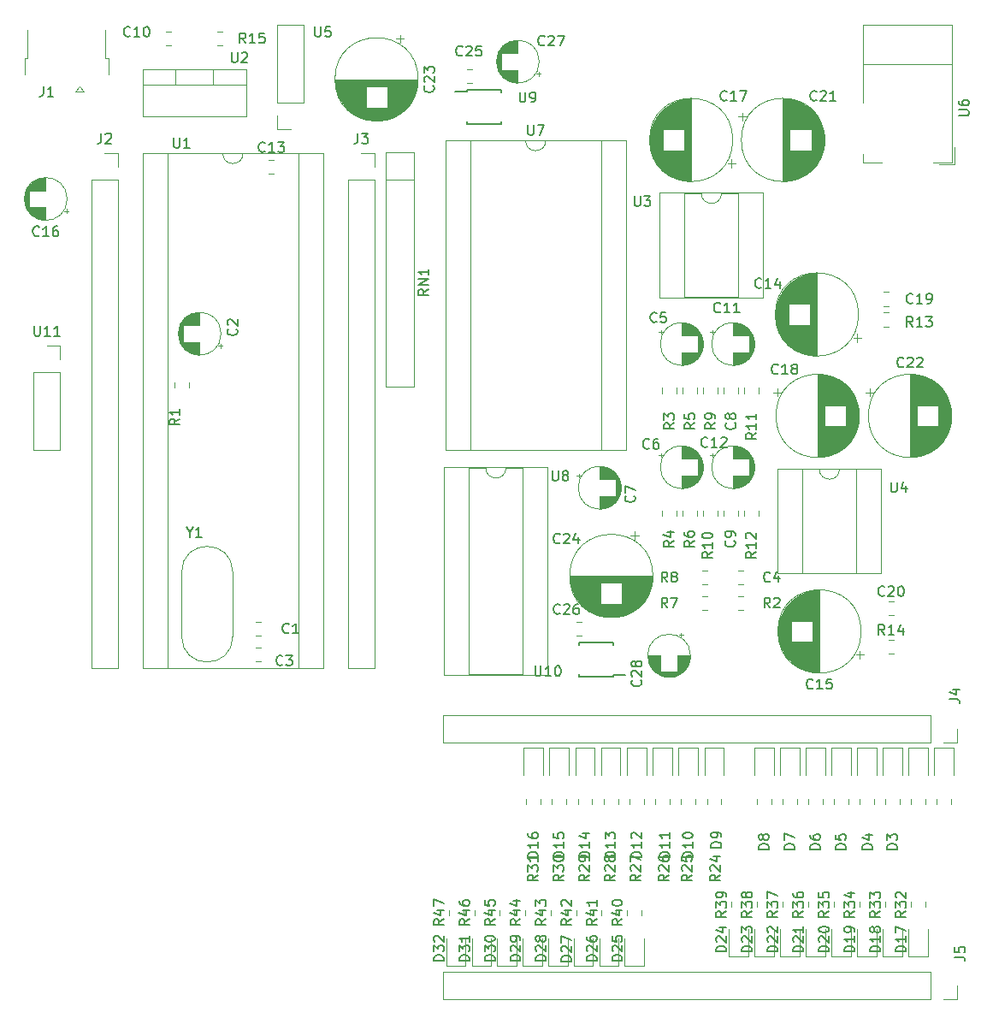
<source format=gbr>
G04 #@! TF.GenerationSoftware,KiCad,Pcbnew,(5.0.1)-4*
G04 #@! TF.CreationDate,2018-12-08T13:29:49+08:00*
G04 #@! TF.ProjectId,VGMPlayer,56474D506C617965722E6B696361645F,rev?*
G04 #@! TF.SameCoordinates,Original*
G04 #@! TF.FileFunction,Legend,Top*
G04 #@! TF.FilePolarity,Positive*
%FSLAX46Y46*%
G04 Gerber Fmt 4.6, Leading zero omitted, Abs format (unit mm)*
G04 Created by KiCad (PCBNEW (5.0.1)-4) date 8/12/2018 13:29:49*
%MOMM*%
%LPD*%
G01*
G04 APERTURE LIST*
%ADD10C,0.120000*%
%ADD11C,0.150000*%
G04 APERTURE END LIST*
D10*
G04 #@! TO.C,D19*
X135438000Y-150384000D02*
X135438000Y-153069000D01*
X135438000Y-153069000D02*
X137358000Y-153069000D01*
X137358000Y-153069000D02*
X137358000Y-150384000D01*
G04 #@! TO.C,D20*
X132898000Y-150384000D02*
X132898000Y-153069000D01*
X132898000Y-153069000D02*
X134818000Y-153069000D01*
X134818000Y-153069000D02*
X134818000Y-150384000D01*
G04 #@! TO.C,D21*
X130358000Y-150384000D02*
X130358000Y-153069000D01*
X130358000Y-153069000D02*
X132278000Y-153069000D01*
X132278000Y-153069000D02*
X132278000Y-150384000D01*
G04 #@! TO.C,D22*
X127818000Y-150384000D02*
X127818000Y-153069000D01*
X127818000Y-153069000D02*
X129738000Y-153069000D01*
X129738000Y-153069000D02*
X129738000Y-150384000D01*
G04 #@! TO.C,D32*
X94787096Y-151282648D02*
X94787096Y-153967648D01*
X94787096Y-153967648D02*
X96707096Y-153967648D01*
X96707096Y-153967648D02*
X96707096Y-151282648D01*
G04 #@! TO.C,D31*
X97308953Y-151282648D02*
X97308953Y-153967648D01*
X97308953Y-153967648D02*
X99228953Y-153967648D01*
X99228953Y-153967648D02*
X99228953Y-151282648D01*
G04 #@! TO.C,D30*
X99830810Y-151282648D02*
X99830810Y-153967648D01*
X99830810Y-153967648D02*
X101750810Y-153967648D01*
X101750810Y-153967648D02*
X101750810Y-151282648D01*
G04 #@! TO.C,D29*
X102352667Y-151282648D02*
X102352667Y-153967648D01*
X102352667Y-153967648D02*
X104272667Y-153967648D01*
X104272667Y-153967648D02*
X104272667Y-151282648D01*
G04 #@! TO.C,D28*
X104874524Y-151282648D02*
X104874524Y-153967648D01*
X104874524Y-153967648D02*
X106794524Y-153967648D01*
X106794524Y-153967648D02*
X106794524Y-151282648D01*
G04 #@! TO.C,D27*
X107396381Y-151322648D02*
X107396381Y-154007648D01*
X107396381Y-154007648D02*
X109316381Y-154007648D01*
X109316381Y-154007648D02*
X109316381Y-151322648D01*
G04 #@! TO.C,D26*
X109918238Y-151282648D02*
X109918238Y-153967648D01*
X109918238Y-153967648D02*
X111838238Y-153967648D01*
X111838238Y-153967648D02*
X111838238Y-151282648D01*
G04 #@! TO.C,D25*
X112440096Y-151282648D02*
X112440096Y-153967648D01*
X112440096Y-153967648D02*
X114360096Y-153967648D01*
X114360096Y-153967648D02*
X114360096Y-151282648D01*
G04 #@! TO.C,D12*
X114587487Y-135110820D02*
X114587487Y-132425820D01*
X114587487Y-132425820D02*
X112667487Y-132425820D01*
X112667487Y-132425820D02*
X112667487Y-135110820D01*
G04 #@! TO.C,D24*
X122738000Y-150384000D02*
X122738000Y-153069000D01*
X122738000Y-153069000D02*
X124658000Y-153069000D01*
X124658000Y-153069000D02*
X124658000Y-150384000D01*
G04 #@! TO.C,D11*
X117143883Y-135110820D02*
X117143883Y-132425820D01*
X117143883Y-132425820D02*
X115223883Y-132425820D01*
X115223883Y-132425820D02*
X115223883Y-135110820D01*
G04 #@! TO.C,D2*
X142450770Y-135128442D02*
X142450770Y-132443442D01*
X142450770Y-132443442D02*
X140530770Y-132443442D01*
X140530770Y-132443442D02*
X140530770Y-135128442D01*
G04 #@! TO.C,D13*
X112031091Y-135110820D02*
X112031091Y-132425820D01*
X112031091Y-132425820D02*
X110111091Y-132425820D01*
X110111091Y-132425820D02*
X110111091Y-135110820D01*
G04 #@! TO.C,D14*
X109474695Y-135110820D02*
X109474695Y-132425820D01*
X109474695Y-132425820D02*
X107554695Y-132425820D01*
X107554695Y-132425820D02*
X107554695Y-135110820D01*
G04 #@! TO.C,D15*
X106918299Y-135110820D02*
X106918299Y-132425820D01*
X106918299Y-132425820D02*
X104998299Y-132425820D01*
X104998299Y-132425820D02*
X104998299Y-135110820D01*
G04 #@! TO.C,D16*
X104361899Y-135110820D02*
X104361899Y-132425820D01*
X104361899Y-132425820D02*
X102441899Y-132425820D01*
X102441899Y-132425820D02*
X102441899Y-135110820D01*
G04 #@! TO.C,D17*
X140518000Y-150384000D02*
X140518000Y-153069000D01*
X140518000Y-153069000D02*
X142438000Y-153069000D01*
X142438000Y-153069000D02*
X142438000Y-150384000D01*
G04 #@! TO.C,D9*
X122256675Y-135110820D02*
X122256675Y-132425820D01*
X122256675Y-132425820D02*
X120336675Y-132425820D01*
X120336675Y-132425820D02*
X120336675Y-135110820D01*
G04 #@! TO.C,D8*
X127214320Y-135128442D02*
X127214320Y-132443442D01*
X127214320Y-132443442D02*
X125294320Y-132443442D01*
X125294320Y-132443442D02*
X125294320Y-135128442D01*
G04 #@! TO.C,D7*
X129753730Y-135128442D02*
X129753730Y-132443442D01*
X129753730Y-132443442D02*
X127833730Y-132443442D01*
X127833730Y-132443442D02*
X127833730Y-135128442D01*
G04 #@! TO.C,D10*
X119700279Y-135110820D02*
X119700279Y-132425820D01*
X119700279Y-132425820D02*
X117780279Y-132425820D01*
X117780279Y-132425820D02*
X117780279Y-135110820D01*
G04 #@! TO.C,D6*
X132293138Y-135128442D02*
X132293138Y-132443442D01*
X132293138Y-132443442D02*
X130373138Y-132443442D01*
X130373138Y-132443442D02*
X130373138Y-135128442D01*
G04 #@! TO.C,D5*
X134832546Y-135128442D02*
X134832546Y-132443442D01*
X134832546Y-132443442D02*
X132912546Y-132443442D01*
X132912546Y-132443442D02*
X132912546Y-135128442D01*
G04 #@! TO.C,D4*
X137371954Y-135128442D02*
X137371954Y-132443442D01*
X137371954Y-132443442D02*
X135451954Y-132443442D01*
X135451954Y-132443442D02*
X135451954Y-135128442D01*
G04 #@! TO.C,D3*
X139911362Y-135128442D02*
X139911362Y-132443442D01*
X139911362Y-132443442D02*
X137991362Y-132443442D01*
X137991362Y-132443442D02*
X137991362Y-135128442D01*
G04 #@! TO.C,D23*
X125278000Y-150384000D02*
X125278000Y-153069000D01*
X125278000Y-153069000D02*
X127198000Y-153069000D01*
X127198000Y-153069000D02*
X127198000Y-150384000D01*
G04 #@! TO.C,D18*
X137978000Y-150384000D02*
X137978000Y-153069000D01*
X137978000Y-153069000D02*
X139898000Y-153069000D01*
X139898000Y-153069000D02*
X139898000Y-150384000D01*
G04 #@! TO.C,D1*
X144990178Y-135128442D02*
X144990178Y-132443442D01*
X144990178Y-132443442D02*
X143070178Y-132443442D01*
X143070178Y-132443442D02*
X143070178Y-135128442D01*
G04 #@! TO.C,J5*
X142764320Y-154626000D02*
X142764320Y-157286000D01*
X142764320Y-154626000D02*
X94444320Y-154626000D01*
X94444320Y-154626000D02*
X94444320Y-157286000D01*
X142764320Y-157286000D02*
X94444320Y-157286000D01*
X145364320Y-157286000D02*
X144034320Y-157286000D01*
X145364320Y-155956000D02*
X145364320Y-157286000D01*
G04 #@! TO.C,J4*
X142764320Y-129226000D02*
X142764320Y-131886000D01*
X142764320Y-129226000D02*
X94444320Y-129226000D01*
X94444320Y-129226000D02*
X94444320Y-131886000D01*
X142764320Y-131886000D02*
X94444320Y-131886000D01*
X145364320Y-131886000D02*
X144034320Y-131886000D01*
X145364320Y-130556000D02*
X145364320Y-131886000D01*
G04 #@! TO.C,R45*
X100080810Y-148995047D02*
X100080810Y-148477891D01*
X101500810Y-148995047D02*
X101500810Y-148477891D01*
G04 #@! TO.C,R33*
X138228000Y-148200506D02*
X138228000Y-147683350D01*
X139648000Y-148200506D02*
X139648000Y-147683350D01*
G04 #@! TO.C,R35*
X133148000Y-148200506D02*
X133148000Y-147683350D01*
X134568000Y-148200506D02*
X134568000Y-147683350D01*
G04 #@! TO.C,R36*
X130608000Y-148200506D02*
X130608000Y-147683350D01*
X132028000Y-148200506D02*
X132028000Y-147683350D01*
G04 #@! TO.C,R37*
X128068000Y-148200506D02*
X128068000Y-147683350D01*
X129488000Y-148200506D02*
X129488000Y-147683350D01*
G04 #@! TO.C,R38*
X125528000Y-148200506D02*
X125528000Y-147683350D01*
X126948000Y-148200506D02*
X126948000Y-147683350D01*
G04 #@! TO.C,R39*
X122988000Y-148200506D02*
X122988000Y-147683350D01*
X124408000Y-148200506D02*
X124408000Y-147683350D01*
G04 #@! TO.C,R40*
X112690096Y-148995047D02*
X112690096Y-148477891D01*
X114110096Y-148995047D02*
X114110096Y-148477891D01*
G04 #@! TO.C,R41*
X110168238Y-148995047D02*
X110168238Y-148477891D01*
X111588238Y-148995047D02*
X111588238Y-148477891D01*
G04 #@! TO.C,R42*
X107646381Y-148995047D02*
X107646381Y-148477891D01*
X109066381Y-148995047D02*
X109066381Y-148477891D01*
G04 #@! TO.C,R43*
X105124524Y-148995047D02*
X105124524Y-148477891D01*
X106544524Y-148995047D02*
X106544524Y-148477891D01*
G04 #@! TO.C,R46*
X97558953Y-148995047D02*
X97558953Y-148477891D01*
X98978953Y-148995047D02*
X98978953Y-148477891D01*
G04 #@! TO.C,R47*
X95037096Y-148995047D02*
X95037096Y-148477891D01*
X96457096Y-148995047D02*
X96457096Y-148477891D01*
G04 #@! TO.C,R44*
X102602667Y-148995047D02*
X102602667Y-148477891D01*
X104022667Y-148995047D02*
X104022667Y-148477891D01*
G04 #@! TO.C,R19*
X137121954Y-137504364D02*
X137121954Y-138021520D01*
X135701954Y-137504364D02*
X135701954Y-138021520D01*
G04 #@! TO.C,R34*
X135688000Y-148200506D02*
X135688000Y-147683350D01*
X137108000Y-148200506D02*
X137108000Y-147683350D01*
G04 #@! TO.C,R20*
X134582546Y-137504364D02*
X134582546Y-138021520D01*
X133162546Y-137504364D02*
X133162546Y-138021520D01*
G04 #@! TO.C,R16*
X144740178Y-137504364D02*
X144740178Y-138021520D01*
X143320178Y-137504364D02*
X143320178Y-138021520D01*
G04 #@! TO.C,R17*
X142200770Y-137504364D02*
X142200770Y-138021520D01*
X140780770Y-137504364D02*
X140780770Y-138021520D01*
G04 #@! TO.C,R18*
X139661362Y-137504364D02*
X139661362Y-138021520D01*
X138241362Y-137504364D02*
X138241362Y-138021520D01*
G04 #@! TO.C,R32*
X140768000Y-148200506D02*
X140768000Y-147683350D01*
X142188000Y-148200506D02*
X142188000Y-147683350D01*
G04 #@! TO.C,R21*
X132043138Y-137504364D02*
X132043138Y-138021520D01*
X130623138Y-137504364D02*
X130623138Y-138021520D01*
G04 #@! TO.C,R22*
X129503730Y-137504364D02*
X129503730Y-138021520D01*
X128083730Y-137504364D02*
X128083730Y-138021520D01*
G04 #@! TO.C,R23*
X126964320Y-137504364D02*
X126964320Y-138021520D01*
X125544320Y-137504364D02*
X125544320Y-138021520D01*
G04 #@! TO.C,R24*
X122006675Y-137486742D02*
X122006675Y-138003898D01*
X120586675Y-137486742D02*
X120586675Y-138003898D01*
G04 #@! TO.C,R25*
X119450279Y-137486742D02*
X119450279Y-138003898D01*
X118030279Y-137486742D02*
X118030279Y-138003898D01*
G04 #@! TO.C,R26*
X116893883Y-137486742D02*
X116893883Y-138003898D01*
X115473883Y-137486742D02*
X115473883Y-138003898D01*
G04 #@! TO.C,R27*
X114337487Y-137486742D02*
X114337487Y-138003898D01*
X112917487Y-137486742D02*
X112917487Y-138003898D01*
G04 #@! TO.C,R28*
X111781091Y-137486742D02*
X111781091Y-138003898D01*
X110361091Y-137486742D02*
X110361091Y-138003898D01*
G04 #@! TO.C,R29*
X109224695Y-137486742D02*
X109224695Y-138003898D01*
X107804695Y-137486742D02*
X107804695Y-138003898D01*
G04 #@! TO.C,R30*
X106668299Y-137486742D02*
X106668299Y-138003898D01*
X105248299Y-137486742D02*
X105248299Y-138003898D01*
G04 #@! TO.C,R31*
X104111899Y-137486742D02*
X104111899Y-138003898D01*
X102691899Y-137486742D02*
X102691899Y-138003898D01*
G04 #@! TO.C,U6*
X144862000Y-74480000D02*
X143012000Y-74480000D01*
X144862000Y-60980000D02*
X144862000Y-74480000D01*
X136062000Y-74480000D02*
X136062000Y-73630000D01*
X137912000Y-74480000D02*
X136062000Y-74480000D01*
X144862000Y-60880000D02*
X144862000Y-61080000D01*
X136062000Y-60880000D02*
X144862000Y-60880000D01*
X136062000Y-68580000D02*
X136062000Y-60880000D01*
X144862000Y-64780000D02*
X136062000Y-64780000D01*
X145112000Y-72980000D02*
X145112000Y-74680000D01*
X145112000Y-74680000D02*
X143612000Y-74680000D01*
G04 #@! TO.C,C23*
X90599000Y-62256302D02*
X89799000Y-62256302D01*
X90199000Y-61856302D02*
X90199000Y-62656302D01*
X88417000Y-70347000D02*
X87351000Y-70347000D01*
X88652000Y-70307000D02*
X87116000Y-70307000D01*
X88832000Y-70267000D02*
X86936000Y-70267000D01*
X88982000Y-70227000D02*
X86786000Y-70227000D01*
X89113000Y-70187000D02*
X86655000Y-70187000D01*
X89230000Y-70147000D02*
X86538000Y-70147000D01*
X89337000Y-70107000D02*
X86431000Y-70107000D01*
X89436000Y-70067000D02*
X86332000Y-70067000D01*
X89529000Y-70027000D02*
X86239000Y-70027000D01*
X89615000Y-69987000D02*
X86153000Y-69987000D01*
X89697000Y-69947000D02*
X86071000Y-69947000D01*
X89774000Y-69907000D02*
X85994000Y-69907000D01*
X89848000Y-69867000D02*
X85920000Y-69867000D01*
X89918000Y-69827000D02*
X85850000Y-69827000D01*
X89986000Y-69787000D02*
X85782000Y-69787000D01*
X90050000Y-69747000D02*
X85718000Y-69747000D01*
X90112000Y-69707000D02*
X85656000Y-69707000D01*
X90171000Y-69667000D02*
X85597000Y-69667000D01*
X90229000Y-69627000D02*
X85539000Y-69627000D01*
X90284000Y-69587000D02*
X85484000Y-69587000D01*
X90338000Y-69547000D02*
X85430000Y-69547000D01*
X90389000Y-69507000D02*
X85379000Y-69507000D01*
X90440000Y-69467000D02*
X85328000Y-69467000D01*
X90488000Y-69427000D02*
X85280000Y-69427000D01*
X90535000Y-69387000D02*
X85233000Y-69387000D01*
X90581000Y-69347000D02*
X85187000Y-69347000D01*
X90625000Y-69307000D02*
X85143000Y-69307000D01*
X90668000Y-69267000D02*
X85100000Y-69267000D01*
X90710000Y-69227000D02*
X85058000Y-69227000D01*
X90751000Y-69187000D02*
X85017000Y-69187000D01*
X90791000Y-69147000D02*
X84977000Y-69147000D01*
X90829000Y-69107000D02*
X84939000Y-69107000D01*
X90867000Y-69067000D02*
X84901000Y-69067000D01*
X86844000Y-69027000D02*
X84865000Y-69027000D01*
X90903000Y-69027000D02*
X88924000Y-69027000D01*
X86844000Y-68987000D02*
X84829000Y-68987000D01*
X90939000Y-68987000D02*
X88924000Y-68987000D01*
X86844000Y-68947000D02*
X84794000Y-68947000D01*
X90974000Y-68947000D02*
X88924000Y-68947000D01*
X86844000Y-68907000D02*
X84760000Y-68907000D01*
X91008000Y-68907000D02*
X88924000Y-68907000D01*
X86844000Y-68867000D02*
X84728000Y-68867000D01*
X91040000Y-68867000D02*
X88924000Y-68867000D01*
X86844000Y-68827000D02*
X84695000Y-68827000D01*
X91073000Y-68827000D02*
X88924000Y-68827000D01*
X86844000Y-68787000D02*
X84664000Y-68787000D01*
X91104000Y-68787000D02*
X88924000Y-68787000D01*
X86844000Y-68747000D02*
X84634000Y-68747000D01*
X91134000Y-68747000D02*
X88924000Y-68747000D01*
X86844000Y-68707000D02*
X84604000Y-68707000D01*
X91164000Y-68707000D02*
X88924000Y-68707000D01*
X86844000Y-68667000D02*
X84575000Y-68667000D01*
X91193000Y-68667000D02*
X88924000Y-68667000D01*
X86844000Y-68627000D02*
X84546000Y-68627000D01*
X91222000Y-68627000D02*
X88924000Y-68627000D01*
X86844000Y-68587000D02*
X84519000Y-68587000D01*
X91249000Y-68587000D02*
X88924000Y-68587000D01*
X86844000Y-68547000D02*
X84492000Y-68547000D01*
X91276000Y-68547000D02*
X88924000Y-68547000D01*
X86844000Y-68507000D02*
X84466000Y-68507000D01*
X91302000Y-68507000D02*
X88924000Y-68507000D01*
X86844000Y-68467000D02*
X84440000Y-68467000D01*
X91328000Y-68467000D02*
X88924000Y-68467000D01*
X86844000Y-68427000D02*
X84415000Y-68427000D01*
X91353000Y-68427000D02*
X88924000Y-68427000D01*
X86844000Y-68387000D02*
X84391000Y-68387000D01*
X91377000Y-68387000D02*
X88924000Y-68387000D01*
X86844000Y-68347000D02*
X84367000Y-68347000D01*
X91401000Y-68347000D02*
X88924000Y-68347000D01*
X86844000Y-68307000D02*
X84344000Y-68307000D01*
X91424000Y-68307000D02*
X88924000Y-68307000D01*
X86844000Y-68267000D02*
X84322000Y-68267000D01*
X91446000Y-68267000D02*
X88924000Y-68267000D01*
X86844000Y-68227000D02*
X84300000Y-68227000D01*
X91468000Y-68227000D02*
X88924000Y-68227000D01*
X86844000Y-68187000D02*
X84278000Y-68187000D01*
X91490000Y-68187000D02*
X88924000Y-68187000D01*
X86844000Y-68147000D02*
X84257000Y-68147000D01*
X91511000Y-68147000D02*
X88924000Y-68147000D01*
X86844000Y-68107000D02*
X84237000Y-68107000D01*
X91531000Y-68107000D02*
X88924000Y-68107000D01*
X86844000Y-68067000D02*
X84218000Y-68067000D01*
X91550000Y-68067000D02*
X88924000Y-68067000D01*
X86844000Y-68027000D02*
X84198000Y-68027000D01*
X91570000Y-68027000D02*
X88924000Y-68027000D01*
X86844000Y-67987000D02*
X84180000Y-67987000D01*
X91588000Y-67987000D02*
X88924000Y-67987000D01*
X86844000Y-67947000D02*
X84162000Y-67947000D01*
X91606000Y-67947000D02*
X88924000Y-67947000D01*
X86844000Y-67907000D02*
X84144000Y-67907000D01*
X91624000Y-67907000D02*
X88924000Y-67907000D01*
X86844000Y-67867000D02*
X84127000Y-67867000D01*
X91641000Y-67867000D02*
X88924000Y-67867000D01*
X86844000Y-67827000D02*
X84110000Y-67827000D01*
X91658000Y-67827000D02*
X88924000Y-67827000D01*
X86844000Y-67787000D02*
X84094000Y-67787000D01*
X91674000Y-67787000D02*
X88924000Y-67787000D01*
X86844000Y-67747000D02*
X84079000Y-67747000D01*
X91689000Y-67747000D02*
X88924000Y-67747000D01*
X86844000Y-67707000D02*
X84063000Y-67707000D01*
X91705000Y-67707000D02*
X88924000Y-67707000D01*
X86844000Y-67667000D02*
X84049000Y-67667000D01*
X91719000Y-67667000D02*
X88924000Y-67667000D01*
X86844000Y-67627000D02*
X84034000Y-67627000D01*
X91734000Y-67627000D02*
X88924000Y-67627000D01*
X86844000Y-67587000D02*
X84021000Y-67587000D01*
X91747000Y-67587000D02*
X88924000Y-67587000D01*
X86844000Y-67547000D02*
X84007000Y-67547000D01*
X91761000Y-67547000D02*
X88924000Y-67547000D01*
X86844000Y-67507000D02*
X83995000Y-67507000D01*
X91773000Y-67507000D02*
X88924000Y-67507000D01*
X86844000Y-67467000D02*
X83982000Y-67467000D01*
X91786000Y-67467000D02*
X88924000Y-67467000D01*
X86844000Y-67427000D02*
X83970000Y-67427000D01*
X91798000Y-67427000D02*
X88924000Y-67427000D01*
X86844000Y-67387000D02*
X83959000Y-67387000D01*
X91809000Y-67387000D02*
X88924000Y-67387000D01*
X86844000Y-67347000D02*
X83948000Y-67347000D01*
X91820000Y-67347000D02*
X88924000Y-67347000D01*
X86844000Y-67307000D02*
X83937000Y-67307000D01*
X91831000Y-67307000D02*
X88924000Y-67307000D01*
X86844000Y-67267000D02*
X83927000Y-67267000D01*
X91841000Y-67267000D02*
X88924000Y-67267000D01*
X86844000Y-67227000D02*
X83917000Y-67227000D01*
X91851000Y-67227000D02*
X88924000Y-67227000D01*
X86844000Y-67187000D02*
X83908000Y-67187000D01*
X91860000Y-67187000D02*
X88924000Y-67187000D01*
X86844000Y-67147000D02*
X83899000Y-67147000D01*
X91869000Y-67147000D02*
X88924000Y-67147000D01*
X86844000Y-67107000D02*
X83890000Y-67107000D01*
X91878000Y-67107000D02*
X88924000Y-67107000D01*
X86844000Y-67067000D02*
X83882000Y-67067000D01*
X91886000Y-67067000D02*
X88924000Y-67067000D01*
X86844000Y-67027000D02*
X83874000Y-67027000D01*
X91894000Y-67027000D02*
X88924000Y-67027000D01*
X86844000Y-66987000D02*
X83867000Y-66987000D01*
X91901000Y-66987000D02*
X88924000Y-66987000D01*
X91908000Y-66946000D02*
X83860000Y-66946000D01*
X91914000Y-66906000D02*
X83854000Y-66906000D01*
X91921000Y-66866000D02*
X83847000Y-66866000D01*
X91926000Y-66826000D02*
X83842000Y-66826000D01*
X91932000Y-66786000D02*
X83836000Y-66786000D01*
X91936000Y-66746000D02*
X83832000Y-66746000D01*
X91941000Y-66706000D02*
X83827000Y-66706000D01*
X91945000Y-66666000D02*
X83823000Y-66666000D01*
X91949000Y-66626000D02*
X83819000Y-66626000D01*
X91952000Y-66586000D02*
X83816000Y-66586000D01*
X91955000Y-66546000D02*
X83813000Y-66546000D01*
X91958000Y-66506000D02*
X83810000Y-66506000D01*
X91960000Y-66466000D02*
X83808000Y-66466000D01*
X91961000Y-66426000D02*
X83807000Y-66426000D01*
X91963000Y-66386000D02*
X83805000Y-66386000D01*
X91964000Y-66346000D02*
X83804000Y-66346000D01*
X91964000Y-66306000D02*
X83804000Y-66306000D01*
X91964000Y-66266000D02*
X83804000Y-66266000D01*
X92004000Y-66266000D02*
G75*
G03X92004000Y-66266000I-4120000J0D01*
G01*
G04 #@! TO.C,J1*
X58475000Y-67000000D02*
X58875000Y-67450000D01*
X58875000Y-67450000D02*
X58075000Y-67450000D01*
X58075000Y-67450000D02*
X58475000Y-67000000D01*
X53325000Y-61400000D02*
X53325000Y-64200000D01*
X53325000Y-64200000D02*
X53025000Y-64200000D01*
X53025000Y-64200000D02*
X53025000Y-65750000D01*
X61025000Y-61400000D02*
X61025000Y-64200000D01*
X61325000Y-64200000D02*
X61025000Y-64200000D01*
X61325000Y-64200000D02*
X61325000Y-65750000D01*
G04 #@! TO.C,R15*
X72131422Y-62940000D02*
X72648578Y-62940000D01*
X72131422Y-61520000D02*
X72648578Y-61520000D01*
G04 #@! TO.C,C28*
X118235000Y-121235199D02*
X117835000Y-121235199D01*
X118035000Y-121035199D02*
X118035000Y-121435199D01*
X117210000Y-125386000D02*
X116470000Y-125386000D01*
X117377000Y-125346000D02*
X116303000Y-125346000D01*
X117504000Y-125306000D02*
X116176000Y-125306000D01*
X117608000Y-125266000D02*
X116072000Y-125266000D01*
X117699000Y-125226000D02*
X115981000Y-125226000D01*
X117780000Y-125186000D02*
X115900000Y-125186000D01*
X117853000Y-125146000D02*
X115827000Y-125146000D01*
X117920000Y-125106000D02*
X115760000Y-125106000D01*
X117982000Y-125066000D02*
X115698000Y-125066000D01*
X118040000Y-125026000D02*
X115640000Y-125026000D01*
X118094000Y-124986000D02*
X115586000Y-124986000D01*
X118144000Y-124946000D02*
X115536000Y-124946000D01*
X118191000Y-124906000D02*
X115489000Y-124906000D01*
X116000000Y-124866000D02*
X115444000Y-124866000D01*
X118236000Y-124866000D02*
X117680000Y-124866000D01*
X116000000Y-124826000D02*
X115402000Y-124826000D01*
X118278000Y-124826000D02*
X117680000Y-124826000D01*
X116000000Y-124786000D02*
X115362000Y-124786000D01*
X118318000Y-124786000D02*
X117680000Y-124786000D01*
X116000000Y-124746000D02*
X115324000Y-124746000D01*
X118356000Y-124746000D02*
X117680000Y-124746000D01*
X116000000Y-124706000D02*
X115288000Y-124706000D01*
X118392000Y-124706000D02*
X117680000Y-124706000D01*
X116000000Y-124666000D02*
X115253000Y-124666000D01*
X118427000Y-124666000D02*
X117680000Y-124666000D01*
X116000000Y-124626000D02*
X115221000Y-124626000D01*
X118459000Y-124626000D02*
X117680000Y-124626000D01*
X116000000Y-124586000D02*
X115190000Y-124586000D01*
X118490000Y-124586000D02*
X117680000Y-124586000D01*
X116000000Y-124546000D02*
X115160000Y-124546000D01*
X118520000Y-124546000D02*
X117680000Y-124546000D01*
X116000000Y-124506000D02*
X115132000Y-124506000D01*
X118548000Y-124506000D02*
X117680000Y-124506000D01*
X116000000Y-124466000D02*
X115105000Y-124466000D01*
X118575000Y-124466000D02*
X117680000Y-124466000D01*
X116000000Y-124426000D02*
X115080000Y-124426000D01*
X118600000Y-124426000D02*
X117680000Y-124426000D01*
X116000000Y-124386000D02*
X115055000Y-124386000D01*
X118625000Y-124386000D02*
X117680000Y-124386000D01*
X116000000Y-124346000D02*
X115032000Y-124346000D01*
X118648000Y-124346000D02*
X117680000Y-124346000D01*
X116000000Y-124306000D02*
X115010000Y-124306000D01*
X118670000Y-124306000D02*
X117680000Y-124306000D01*
X116000000Y-124266000D02*
X114989000Y-124266000D01*
X118691000Y-124266000D02*
X117680000Y-124266000D01*
X116000000Y-124226000D02*
X114970000Y-124226000D01*
X118710000Y-124226000D02*
X117680000Y-124226000D01*
X116000000Y-124186000D02*
X114951000Y-124186000D01*
X118729000Y-124186000D02*
X117680000Y-124186000D01*
X116000000Y-124146000D02*
X114933000Y-124146000D01*
X118747000Y-124146000D02*
X117680000Y-124146000D01*
X116000000Y-124106000D02*
X114916000Y-124106000D01*
X118764000Y-124106000D02*
X117680000Y-124106000D01*
X116000000Y-124066000D02*
X114900000Y-124066000D01*
X118780000Y-124066000D02*
X117680000Y-124066000D01*
X116000000Y-124026000D02*
X114886000Y-124026000D01*
X118794000Y-124026000D02*
X117680000Y-124026000D01*
X116000000Y-123985000D02*
X114872000Y-123985000D01*
X118808000Y-123985000D02*
X117680000Y-123985000D01*
X116000000Y-123945000D02*
X114858000Y-123945000D01*
X118822000Y-123945000D02*
X117680000Y-123945000D01*
X116000000Y-123905000D02*
X114846000Y-123905000D01*
X118834000Y-123905000D02*
X117680000Y-123905000D01*
X116000000Y-123865000D02*
X114835000Y-123865000D01*
X118845000Y-123865000D02*
X117680000Y-123865000D01*
X116000000Y-123825000D02*
X114824000Y-123825000D01*
X118856000Y-123825000D02*
X117680000Y-123825000D01*
X116000000Y-123785000D02*
X114815000Y-123785000D01*
X118865000Y-123785000D02*
X117680000Y-123785000D01*
X116000000Y-123745000D02*
X114806000Y-123745000D01*
X118874000Y-123745000D02*
X117680000Y-123745000D01*
X116000000Y-123705000D02*
X114798000Y-123705000D01*
X118882000Y-123705000D02*
X117680000Y-123705000D01*
X116000000Y-123665000D02*
X114790000Y-123665000D01*
X118890000Y-123665000D02*
X117680000Y-123665000D01*
X116000000Y-123625000D02*
X114784000Y-123625000D01*
X118896000Y-123625000D02*
X117680000Y-123625000D01*
X116000000Y-123585000D02*
X114778000Y-123585000D01*
X118902000Y-123585000D02*
X117680000Y-123585000D01*
X116000000Y-123545000D02*
X114773000Y-123545000D01*
X118907000Y-123545000D02*
X117680000Y-123545000D01*
X116000000Y-123505000D02*
X114769000Y-123505000D01*
X118911000Y-123505000D02*
X117680000Y-123505000D01*
X116000000Y-123465000D02*
X114766000Y-123465000D01*
X118914000Y-123465000D02*
X117680000Y-123465000D01*
X116000000Y-123425000D02*
X114763000Y-123425000D01*
X118917000Y-123425000D02*
X117680000Y-123425000D01*
X118919000Y-123385000D02*
X117680000Y-123385000D01*
X116000000Y-123385000D02*
X114761000Y-123385000D01*
X118920000Y-123345000D02*
X117680000Y-123345000D01*
X116000000Y-123345000D02*
X114760000Y-123345000D01*
X118920000Y-123305000D02*
X117680000Y-123305000D01*
X116000000Y-123305000D02*
X114760000Y-123305000D01*
X118960000Y-123305000D02*
G75*
G03X118960000Y-123305000I-2120000J0D01*
G01*
G04 #@! TO.C,C27*
X103935801Y-65911000D02*
X103935801Y-65511000D01*
X104135801Y-65711000D02*
X103735801Y-65711000D01*
X99785000Y-64886000D02*
X99785000Y-64146000D01*
X99825000Y-65053000D02*
X99825000Y-63979000D01*
X99865000Y-65180000D02*
X99865000Y-63852000D01*
X99905000Y-65284000D02*
X99905000Y-63748000D01*
X99945000Y-65375000D02*
X99945000Y-63657000D01*
X99985000Y-65456000D02*
X99985000Y-63576000D01*
X100025000Y-65529000D02*
X100025000Y-63503000D01*
X100065000Y-65596000D02*
X100065000Y-63436000D01*
X100105000Y-65658000D02*
X100105000Y-63374000D01*
X100145000Y-65716000D02*
X100145000Y-63316000D01*
X100185000Y-65770000D02*
X100185000Y-63262000D01*
X100225000Y-65820000D02*
X100225000Y-63212000D01*
X100265000Y-65867000D02*
X100265000Y-63165000D01*
X100305000Y-63676000D02*
X100305000Y-63120000D01*
X100305000Y-65912000D02*
X100305000Y-65356000D01*
X100345000Y-63676000D02*
X100345000Y-63078000D01*
X100345000Y-65954000D02*
X100345000Y-65356000D01*
X100385000Y-63676000D02*
X100385000Y-63038000D01*
X100385000Y-65994000D02*
X100385000Y-65356000D01*
X100425000Y-63676000D02*
X100425000Y-63000000D01*
X100425000Y-66032000D02*
X100425000Y-65356000D01*
X100465000Y-63676000D02*
X100465000Y-62964000D01*
X100465000Y-66068000D02*
X100465000Y-65356000D01*
X100505000Y-63676000D02*
X100505000Y-62929000D01*
X100505000Y-66103000D02*
X100505000Y-65356000D01*
X100545000Y-63676000D02*
X100545000Y-62897000D01*
X100545000Y-66135000D02*
X100545000Y-65356000D01*
X100585000Y-63676000D02*
X100585000Y-62866000D01*
X100585000Y-66166000D02*
X100585000Y-65356000D01*
X100625000Y-63676000D02*
X100625000Y-62836000D01*
X100625000Y-66196000D02*
X100625000Y-65356000D01*
X100665000Y-63676000D02*
X100665000Y-62808000D01*
X100665000Y-66224000D02*
X100665000Y-65356000D01*
X100705000Y-63676000D02*
X100705000Y-62781000D01*
X100705000Y-66251000D02*
X100705000Y-65356000D01*
X100745000Y-63676000D02*
X100745000Y-62756000D01*
X100745000Y-66276000D02*
X100745000Y-65356000D01*
X100785000Y-63676000D02*
X100785000Y-62731000D01*
X100785000Y-66301000D02*
X100785000Y-65356000D01*
X100825000Y-63676000D02*
X100825000Y-62708000D01*
X100825000Y-66324000D02*
X100825000Y-65356000D01*
X100865000Y-63676000D02*
X100865000Y-62686000D01*
X100865000Y-66346000D02*
X100865000Y-65356000D01*
X100905000Y-63676000D02*
X100905000Y-62665000D01*
X100905000Y-66367000D02*
X100905000Y-65356000D01*
X100945000Y-63676000D02*
X100945000Y-62646000D01*
X100945000Y-66386000D02*
X100945000Y-65356000D01*
X100985000Y-63676000D02*
X100985000Y-62627000D01*
X100985000Y-66405000D02*
X100985000Y-65356000D01*
X101025000Y-63676000D02*
X101025000Y-62609000D01*
X101025000Y-66423000D02*
X101025000Y-65356000D01*
X101065000Y-63676000D02*
X101065000Y-62592000D01*
X101065000Y-66440000D02*
X101065000Y-65356000D01*
X101105000Y-63676000D02*
X101105000Y-62576000D01*
X101105000Y-66456000D02*
X101105000Y-65356000D01*
X101145000Y-63676000D02*
X101145000Y-62562000D01*
X101145000Y-66470000D02*
X101145000Y-65356000D01*
X101186000Y-63676000D02*
X101186000Y-62548000D01*
X101186000Y-66484000D02*
X101186000Y-65356000D01*
X101226000Y-63676000D02*
X101226000Y-62534000D01*
X101226000Y-66498000D02*
X101226000Y-65356000D01*
X101266000Y-63676000D02*
X101266000Y-62522000D01*
X101266000Y-66510000D02*
X101266000Y-65356000D01*
X101306000Y-63676000D02*
X101306000Y-62511000D01*
X101306000Y-66521000D02*
X101306000Y-65356000D01*
X101346000Y-63676000D02*
X101346000Y-62500000D01*
X101346000Y-66532000D02*
X101346000Y-65356000D01*
X101386000Y-63676000D02*
X101386000Y-62491000D01*
X101386000Y-66541000D02*
X101386000Y-65356000D01*
X101426000Y-63676000D02*
X101426000Y-62482000D01*
X101426000Y-66550000D02*
X101426000Y-65356000D01*
X101466000Y-63676000D02*
X101466000Y-62474000D01*
X101466000Y-66558000D02*
X101466000Y-65356000D01*
X101506000Y-63676000D02*
X101506000Y-62466000D01*
X101506000Y-66566000D02*
X101506000Y-65356000D01*
X101546000Y-63676000D02*
X101546000Y-62460000D01*
X101546000Y-66572000D02*
X101546000Y-65356000D01*
X101586000Y-63676000D02*
X101586000Y-62454000D01*
X101586000Y-66578000D02*
X101586000Y-65356000D01*
X101626000Y-63676000D02*
X101626000Y-62449000D01*
X101626000Y-66583000D02*
X101626000Y-65356000D01*
X101666000Y-63676000D02*
X101666000Y-62445000D01*
X101666000Y-66587000D02*
X101666000Y-65356000D01*
X101706000Y-63676000D02*
X101706000Y-62442000D01*
X101706000Y-66590000D02*
X101706000Y-65356000D01*
X101746000Y-63676000D02*
X101746000Y-62439000D01*
X101746000Y-66593000D02*
X101746000Y-65356000D01*
X101786000Y-66595000D02*
X101786000Y-65356000D01*
X101786000Y-63676000D02*
X101786000Y-62437000D01*
X101826000Y-66596000D02*
X101826000Y-65356000D01*
X101826000Y-63676000D02*
X101826000Y-62436000D01*
X101866000Y-66596000D02*
X101866000Y-65356000D01*
X101866000Y-63676000D02*
X101866000Y-62436000D01*
X103986000Y-64516000D02*
G75*
G03X103986000Y-64516000I-2120000J0D01*
G01*
G04 #@! TO.C,C16*
X57199801Y-79500000D02*
X57199801Y-79100000D01*
X57399801Y-79300000D02*
X56999801Y-79300000D01*
X53049000Y-78475000D02*
X53049000Y-77735000D01*
X53089000Y-78642000D02*
X53089000Y-77568000D01*
X53129000Y-78769000D02*
X53129000Y-77441000D01*
X53169000Y-78873000D02*
X53169000Y-77337000D01*
X53209000Y-78964000D02*
X53209000Y-77246000D01*
X53249000Y-79045000D02*
X53249000Y-77165000D01*
X53289000Y-79118000D02*
X53289000Y-77092000D01*
X53329000Y-79185000D02*
X53329000Y-77025000D01*
X53369000Y-79247000D02*
X53369000Y-76963000D01*
X53409000Y-79305000D02*
X53409000Y-76905000D01*
X53449000Y-79359000D02*
X53449000Y-76851000D01*
X53489000Y-79409000D02*
X53489000Y-76801000D01*
X53529000Y-79456000D02*
X53529000Y-76754000D01*
X53569000Y-77265000D02*
X53569000Y-76709000D01*
X53569000Y-79501000D02*
X53569000Y-78945000D01*
X53609000Y-77265000D02*
X53609000Y-76667000D01*
X53609000Y-79543000D02*
X53609000Y-78945000D01*
X53649000Y-77265000D02*
X53649000Y-76627000D01*
X53649000Y-79583000D02*
X53649000Y-78945000D01*
X53689000Y-77265000D02*
X53689000Y-76589000D01*
X53689000Y-79621000D02*
X53689000Y-78945000D01*
X53729000Y-77265000D02*
X53729000Y-76553000D01*
X53729000Y-79657000D02*
X53729000Y-78945000D01*
X53769000Y-77265000D02*
X53769000Y-76518000D01*
X53769000Y-79692000D02*
X53769000Y-78945000D01*
X53809000Y-77265000D02*
X53809000Y-76486000D01*
X53809000Y-79724000D02*
X53809000Y-78945000D01*
X53849000Y-77265000D02*
X53849000Y-76455000D01*
X53849000Y-79755000D02*
X53849000Y-78945000D01*
X53889000Y-77265000D02*
X53889000Y-76425000D01*
X53889000Y-79785000D02*
X53889000Y-78945000D01*
X53929000Y-77265000D02*
X53929000Y-76397000D01*
X53929000Y-79813000D02*
X53929000Y-78945000D01*
X53969000Y-77265000D02*
X53969000Y-76370000D01*
X53969000Y-79840000D02*
X53969000Y-78945000D01*
X54009000Y-77265000D02*
X54009000Y-76345000D01*
X54009000Y-79865000D02*
X54009000Y-78945000D01*
X54049000Y-77265000D02*
X54049000Y-76320000D01*
X54049000Y-79890000D02*
X54049000Y-78945000D01*
X54089000Y-77265000D02*
X54089000Y-76297000D01*
X54089000Y-79913000D02*
X54089000Y-78945000D01*
X54129000Y-77265000D02*
X54129000Y-76275000D01*
X54129000Y-79935000D02*
X54129000Y-78945000D01*
X54169000Y-77265000D02*
X54169000Y-76254000D01*
X54169000Y-79956000D02*
X54169000Y-78945000D01*
X54209000Y-77265000D02*
X54209000Y-76235000D01*
X54209000Y-79975000D02*
X54209000Y-78945000D01*
X54249000Y-77265000D02*
X54249000Y-76216000D01*
X54249000Y-79994000D02*
X54249000Y-78945000D01*
X54289000Y-77265000D02*
X54289000Y-76198000D01*
X54289000Y-80012000D02*
X54289000Y-78945000D01*
X54329000Y-77265000D02*
X54329000Y-76181000D01*
X54329000Y-80029000D02*
X54329000Y-78945000D01*
X54369000Y-77265000D02*
X54369000Y-76165000D01*
X54369000Y-80045000D02*
X54369000Y-78945000D01*
X54409000Y-77265000D02*
X54409000Y-76151000D01*
X54409000Y-80059000D02*
X54409000Y-78945000D01*
X54450000Y-77265000D02*
X54450000Y-76137000D01*
X54450000Y-80073000D02*
X54450000Y-78945000D01*
X54490000Y-77265000D02*
X54490000Y-76123000D01*
X54490000Y-80087000D02*
X54490000Y-78945000D01*
X54530000Y-77265000D02*
X54530000Y-76111000D01*
X54530000Y-80099000D02*
X54530000Y-78945000D01*
X54570000Y-77265000D02*
X54570000Y-76100000D01*
X54570000Y-80110000D02*
X54570000Y-78945000D01*
X54610000Y-77265000D02*
X54610000Y-76089000D01*
X54610000Y-80121000D02*
X54610000Y-78945000D01*
X54650000Y-77265000D02*
X54650000Y-76080000D01*
X54650000Y-80130000D02*
X54650000Y-78945000D01*
X54690000Y-77265000D02*
X54690000Y-76071000D01*
X54690000Y-80139000D02*
X54690000Y-78945000D01*
X54730000Y-77265000D02*
X54730000Y-76063000D01*
X54730000Y-80147000D02*
X54730000Y-78945000D01*
X54770000Y-77265000D02*
X54770000Y-76055000D01*
X54770000Y-80155000D02*
X54770000Y-78945000D01*
X54810000Y-77265000D02*
X54810000Y-76049000D01*
X54810000Y-80161000D02*
X54810000Y-78945000D01*
X54850000Y-77265000D02*
X54850000Y-76043000D01*
X54850000Y-80167000D02*
X54850000Y-78945000D01*
X54890000Y-77265000D02*
X54890000Y-76038000D01*
X54890000Y-80172000D02*
X54890000Y-78945000D01*
X54930000Y-77265000D02*
X54930000Y-76034000D01*
X54930000Y-80176000D02*
X54930000Y-78945000D01*
X54970000Y-77265000D02*
X54970000Y-76031000D01*
X54970000Y-80179000D02*
X54970000Y-78945000D01*
X55010000Y-77265000D02*
X55010000Y-76028000D01*
X55010000Y-80182000D02*
X55010000Y-78945000D01*
X55050000Y-80184000D02*
X55050000Y-78945000D01*
X55050000Y-77265000D02*
X55050000Y-76026000D01*
X55090000Y-80185000D02*
X55090000Y-78945000D01*
X55090000Y-77265000D02*
X55090000Y-76025000D01*
X55130000Y-80185000D02*
X55130000Y-78945000D01*
X55130000Y-77265000D02*
X55130000Y-76025000D01*
X57250000Y-78105000D02*
G75*
G03X57250000Y-78105000I-2120000J0D01*
G01*
G04 #@! TO.C,C12*
X121108199Y-103253000D02*
X121108199Y-103653000D01*
X120908199Y-103453000D02*
X121308199Y-103453000D01*
X125259000Y-104278000D02*
X125259000Y-105018000D01*
X125219000Y-104111000D02*
X125219000Y-105185000D01*
X125179000Y-103984000D02*
X125179000Y-105312000D01*
X125139000Y-103880000D02*
X125139000Y-105416000D01*
X125099000Y-103789000D02*
X125099000Y-105507000D01*
X125059000Y-103708000D02*
X125059000Y-105588000D01*
X125019000Y-103635000D02*
X125019000Y-105661000D01*
X124979000Y-103568000D02*
X124979000Y-105728000D01*
X124939000Y-103506000D02*
X124939000Y-105790000D01*
X124899000Y-103448000D02*
X124899000Y-105848000D01*
X124859000Y-103394000D02*
X124859000Y-105902000D01*
X124819000Y-103344000D02*
X124819000Y-105952000D01*
X124779000Y-103297000D02*
X124779000Y-105999000D01*
X124739000Y-105488000D02*
X124739000Y-106044000D01*
X124739000Y-103252000D02*
X124739000Y-103808000D01*
X124699000Y-105488000D02*
X124699000Y-106086000D01*
X124699000Y-103210000D02*
X124699000Y-103808000D01*
X124659000Y-105488000D02*
X124659000Y-106126000D01*
X124659000Y-103170000D02*
X124659000Y-103808000D01*
X124619000Y-105488000D02*
X124619000Y-106164000D01*
X124619000Y-103132000D02*
X124619000Y-103808000D01*
X124579000Y-105488000D02*
X124579000Y-106200000D01*
X124579000Y-103096000D02*
X124579000Y-103808000D01*
X124539000Y-105488000D02*
X124539000Y-106235000D01*
X124539000Y-103061000D02*
X124539000Y-103808000D01*
X124499000Y-105488000D02*
X124499000Y-106267000D01*
X124499000Y-103029000D02*
X124499000Y-103808000D01*
X124459000Y-105488000D02*
X124459000Y-106298000D01*
X124459000Y-102998000D02*
X124459000Y-103808000D01*
X124419000Y-105488000D02*
X124419000Y-106328000D01*
X124419000Y-102968000D02*
X124419000Y-103808000D01*
X124379000Y-105488000D02*
X124379000Y-106356000D01*
X124379000Y-102940000D02*
X124379000Y-103808000D01*
X124339000Y-105488000D02*
X124339000Y-106383000D01*
X124339000Y-102913000D02*
X124339000Y-103808000D01*
X124299000Y-105488000D02*
X124299000Y-106408000D01*
X124299000Y-102888000D02*
X124299000Y-103808000D01*
X124259000Y-105488000D02*
X124259000Y-106433000D01*
X124259000Y-102863000D02*
X124259000Y-103808000D01*
X124219000Y-105488000D02*
X124219000Y-106456000D01*
X124219000Y-102840000D02*
X124219000Y-103808000D01*
X124179000Y-105488000D02*
X124179000Y-106478000D01*
X124179000Y-102818000D02*
X124179000Y-103808000D01*
X124139000Y-105488000D02*
X124139000Y-106499000D01*
X124139000Y-102797000D02*
X124139000Y-103808000D01*
X124099000Y-105488000D02*
X124099000Y-106518000D01*
X124099000Y-102778000D02*
X124099000Y-103808000D01*
X124059000Y-105488000D02*
X124059000Y-106537000D01*
X124059000Y-102759000D02*
X124059000Y-103808000D01*
X124019000Y-105488000D02*
X124019000Y-106555000D01*
X124019000Y-102741000D02*
X124019000Y-103808000D01*
X123979000Y-105488000D02*
X123979000Y-106572000D01*
X123979000Y-102724000D02*
X123979000Y-103808000D01*
X123939000Y-105488000D02*
X123939000Y-106588000D01*
X123939000Y-102708000D02*
X123939000Y-103808000D01*
X123899000Y-105488000D02*
X123899000Y-106602000D01*
X123899000Y-102694000D02*
X123899000Y-103808000D01*
X123858000Y-105488000D02*
X123858000Y-106616000D01*
X123858000Y-102680000D02*
X123858000Y-103808000D01*
X123818000Y-105488000D02*
X123818000Y-106630000D01*
X123818000Y-102666000D02*
X123818000Y-103808000D01*
X123778000Y-105488000D02*
X123778000Y-106642000D01*
X123778000Y-102654000D02*
X123778000Y-103808000D01*
X123738000Y-105488000D02*
X123738000Y-106653000D01*
X123738000Y-102643000D02*
X123738000Y-103808000D01*
X123698000Y-105488000D02*
X123698000Y-106664000D01*
X123698000Y-102632000D02*
X123698000Y-103808000D01*
X123658000Y-105488000D02*
X123658000Y-106673000D01*
X123658000Y-102623000D02*
X123658000Y-103808000D01*
X123618000Y-105488000D02*
X123618000Y-106682000D01*
X123618000Y-102614000D02*
X123618000Y-103808000D01*
X123578000Y-105488000D02*
X123578000Y-106690000D01*
X123578000Y-102606000D02*
X123578000Y-103808000D01*
X123538000Y-105488000D02*
X123538000Y-106698000D01*
X123538000Y-102598000D02*
X123538000Y-103808000D01*
X123498000Y-105488000D02*
X123498000Y-106704000D01*
X123498000Y-102592000D02*
X123498000Y-103808000D01*
X123458000Y-105488000D02*
X123458000Y-106710000D01*
X123458000Y-102586000D02*
X123458000Y-103808000D01*
X123418000Y-105488000D02*
X123418000Y-106715000D01*
X123418000Y-102581000D02*
X123418000Y-103808000D01*
X123378000Y-105488000D02*
X123378000Y-106719000D01*
X123378000Y-102577000D02*
X123378000Y-103808000D01*
X123338000Y-105488000D02*
X123338000Y-106722000D01*
X123338000Y-102574000D02*
X123338000Y-103808000D01*
X123298000Y-105488000D02*
X123298000Y-106725000D01*
X123298000Y-102571000D02*
X123298000Y-103808000D01*
X123258000Y-102569000D02*
X123258000Y-103808000D01*
X123258000Y-105488000D02*
X123258000Y-106727000D01*
X123218000Y-102568000D02*
X123218000Y-103808000D01*
X123218000Y-105488000D02*
X123218000Y-106728000D01*
X123178000Y-102568000D02*
X123178000Y-103808000D01*
X123178000Y-105488000D02*
X123178000Y-106728000D01*
X125298000Y-104648000D02*
G75*
G03X125298000Y-104648000I-2120000J0D01*
G01*
G04 #@! TO.C,C5*
X116028199Y-91061000D02*
X116028199Y-91461000D01*
X115828199Y-91261000D02*
X116228199Y-91261000D01*
X120179000Y-92086000D02*
X120179000Y-92826000D01*
X120139000Y-91919000D02*
X120139000Y-92993000D01*
X120099000Y-91792000D02*
X120099000Y-93120000D01*
X120059000Y-91688000D02*
X120059000Y-93224000D01*
X120019000Y-91597000D02*
X120019000Y-93315000D01*
X119979000Y-91516000D02*
X119979000Y-93396000D01*
X119939000Y-91443000D02*
X119939000Y-93469000D01*
X119899000Y-91376000D02*
X119899000Y-93536000D01*
X119859000Y-91314000D02*
X119859000Y-93598000D01*
X119819000Y-91256000D02*
X119819000Y-93656000D01*
X119779000Y-91202000D02*
X119779000Y-93710000D01*
X119739000Y-91152000D02*
X119739000Y-93760000D01*
X119699000Y-91105000D02*
X119699000Y-93807000D01*
X119659000Y-93296000D02*
X119659000Y-93852000D01*
X119659000Y-91060000D02*
X119659000Y-91616000D01*
X119619000Y-93296000D02*
X119619000Y-93894000D01*
X119619000Y-91018000D02*
X119619000Y-91616000D01*
X119579000Y-93296000D02*
X119579000Y-93934000D01*
X119579000Y-90978000D02*
X119579000Y-91616000D01*
X119539000Y-93296000D02*
X119539000Y-93972000D01*
X119539000Y-90940000D02*
X119539000Y-91616000D01*
X119499000Y-93296000D02*
X119499000Y-94008000D01*
X119499000Y-90904000D02*
X119499000Y-91616000D01*
X119459000Y-93296000D02*
X119459000Y-94043000D01*
X119459000Y-90869000D02*
X119459000Y-91616000D01*
X119419000Y-93296000D02*
X119419000Y-94075000D01*
X119419000Y-90837000D02*
X119419000Y-91616000D01*
X119379000Y-93296000D02*
X119379000Y-94106000D01*
X119379000Y-90806000D02*
X119379000Y-91616000D01*
X119339000Y-93296000D02*
X119339000Y-94136000D01*
X119339000Y-90776000D02*
X119339000Y-91616000D01*
X119299000Y-93296000D02*
X119299000Y-94164000D01*
X119299000Y-90748000D02*
X119299000Y-91616000D01*
X119259000Y-93296000D02*
X119259000Y-94191000D01*
X119259000Y-90721000D02*
X119259000Y-91616000D01*
X119219000Y-93296000D02*
X119219000Y-94216000D01*
X119219000Y-90696000D02*
X119219000Y-91616000D01*
X119179000Y-93296000D02*
X119179000Y-94241000D01*
X119179000Y-90671000D02*
X119179000Y-91616000D01*
X119139000Y-93296000D02*
X119139000Y-94264000D01*
X119139000Y-90648000D02*
X119139000Y-91616000D01*
X119099000Y-93296000D02*
X119099000Y-94286000D01*
X119099000Y-90626000D02*
X119099000Y-91616000D01*
X119059000Y-93296000D02*
X119059000Y-94307000D01*
X119059000Y-90605000D02*
X119059000Y-91616000D01*
X119019000Y-93296000D02*
X119019000Y-94326000D01*
X119019000Y-90586000D02*
X119019000Y-91616000D01*
X118979000Y-93296000D02*
X118979000Y-94345000D01*
X118979000Y-90567000D02*
X118979000Y-91616000D01*
X118939000Y-93296000D02*
X118939000Y-94363000D01*
X118939000Y-90549000D02*
X118939000Y-91616000D01*
X118899000Y-93296000D02*
X118899000Y-94380000D01*
X118899000Y-90532000D02*
X118899000Y-91616000D01*
X118859000Y-93296000D02*
X118859000Y-94396000D01*
X118859000Y-90516000D02*
X118859000Y-91616000D01*
X118819000Y-93296000D02*
X118819000Y-94410000D01*
X118819000Y-90502000D02*
X118819000Y-91616000D01*
X118778000Y-93296000D02*
X118778000Y-94424000D01*
X118778000Y-90488000D02*
X118778000Y-91616000D01*
X118738000Y-93296000D02*
X118738000Y-94438000D01*
X118738000Y-90474000D02*
X118738000Y-91616000D01*
X118698000Y-93296000D02*
X118698000Y-94450000D01*
X118698000Y-90462000D02*
X118698000Y-91616000D01*
X118658000Y-93296000D02*
X118658000Y-94461000D01*
X118658000Y-90451000D02*
X118658000Y-91616000D01*
X118618000Y-93296000D02*
X118618000Y-94472000D01*
X118618000Y-90440000D02*
X118618000Y-91616000D01*
X118578000Y-93296000D02*
X118578000Y-94481000D01*
X118578000Y-90431000D02*
X118578000Y-91616000D01*
X118538000Y-93296000D02*
X118538000Y-94490000D01*
X118538000Y-90422000D02*
X118538000Y-91616000D01*
X118498000Y-93296000D02*
X118498000Y-94498000D01*
X118498000Y-90414000D02*
X118498000Y-91616000D01*
X118458000Y-93296000D02*
X118458000Y-94506000D01*
X118458000Y-90406000D02*
X118458000Y-91616000D01*
X118418000Y-93296000D02*
X118418000Y-94512000D01*
X118418000Y-90400000D02*
X118418000Y-91616000D01*
X118378000Y-93296000D02*
X118378000Y-94518000D01*
X118378000Y-90394000D02*
X118378000Y-91616000D01*
X118338000Y-93296000D02*
X118338000Y-94523000D01*
X118338000Y-90389000D02*
X118338000Y-91616000D01*
X118298000Y-93296000D02*
X118298000Y-94527000D01*
X118298000Y-90385000D02*
X118298000Y-91616000D01*
X118258000Y-93296000D02*
X118258000Y-94530000D01*
X118258000Y-90382000D02*
X118258000Y-91616000D01*
X118218000Y-93296000D02*
X118218000Y-94533000D01*
X118218000Y-90379000D02*
X118218000Y-91616000D01*
X118178000Y-90377000D02*
X118178000Y-91616000D01*
X118178000Y-93296000D02*
X118178000Y-94535000D01*
X118138000Y-90376000D02*
X118138000Y-91616000D01*
X118138000Y-93296000D02*
X118138000Y-94536000D01*
X118098000Y-90376000D02*
X118098000Y-91616000D01*
X118098000Y-93296000D02*
X118098000Y-94536000D01*
X120218000Y-92456000D02*
G75*
G03X120218000Y-92456000I-2120000J0D01*
G01*
G04 #@! TO.C,C7*
X107900199Y-105285000D02*
X107900199Y-105685000D01*
X107700199Y-105485000D02*
X108100199Y-105485000D01*
X112051000Y-106310000D02*
X112051000Y-107050000D01*
X112011000Y-106143000D02*
X112011000Y-107217000D01*
X111971000Y-106016000D02*
X111971000Y-107344000D01*
X111931000Y-105912000D02*
X111931000Y-107448000D01*
X111891000Y-105821000D02*
X111891000Y-107539000D01*
X111851000Y-105740000D02*
X111851000Y-107620000D01*
X111811000Y-105667000D02*
X111811000Y-107693000D01*
X111771000Y-105600000D02*
X111771000Y-107760000D01*
X111731000Y-105538000D02*
X111731000Y-107822000D01*
X111691000Y-105480000D02*
X111691000Y-107880000D01*
X111651000Y-105426000D02*
X111651000Y-107934000D01*
X111611000Y-105376000D02*
X111611000Y-107984000D01*
X111571000Y-105329000D02*
X111571000Y-108031000D01*
X111531000Y-107520000D02*
X111531000Y-108076000D01*
X111531000Y-105284000D02*
X111531000Y-105840000D01*
X111491000Y-107520000D02*
X111491000Y-108118000D01*
X111491000Y-105242000D02*
X111491000Y-105840000D01*
X111451000Y-107520000D02*
X111451000Y-108158000D01*
X111451000Y-105202000D02*
X111451000Y-105840000D01*
X111411000Y-107520000D02*
X111411000Y-108196000D01*
X111411000Y-105164000D02*
X111411000Y-105840000D01*
X111371000Y-107520000D02*
X111371000Y-108232000D01*
X111371000Y-105128000D02*
X111371000Y-105840000D01*
X111331000Y-107520000D02*
X111331000Y-108267000D01*
X111331000Y-105093000D02*
X111331000Y-105840000D01*
X111291000Y-107520000D02*
X111291000Y-108299000D01*
X111291000Y-105061000D02*
X111291000Y-105840000D01*
X111251000Y-107520000D02*
X111251000Y-108330000D01*
X111251000Y-105030000D02*
X111251000Y-105840000D01*
X111211000Y-107520000D02*
X111211000Y-108360000D01*
X111211000Y-105000000D02*
X111211000Y-105840000D01*
X111171000Y-107520000D02*
X111171000Y-108388000D01*
X111171000Y-104972000D02*
X111171000Y-105840000D01*
X111131000Y-107520000D02*
X111131000Y-108415000D01*
X111131000Y-104945000D02*
X111131000Y-105840000D01*
X111091000Y-107520000D02*
X111091000Y-108440000D01*
X111091000Y-104920000D02*
X111091000Y-105840000D01*
X111051000Y-107520000D02*
X111051000Y-108465000D01*
X111051000Y-104895000D02*
X111051000Y-105840000D01*
X111011000Y-107520000D02*
X111011000Y-108488000D01*
X111011000Y-104872000D02*
X111011000Y-105840000D01*
X110971000Y-107520000D02*
X110971000Y-108510000D01*
X110971000Y-104850000D02*
X110971000Y-105840000D01*
X110931000Y-107520000D02*
X110931000Y-108531000D01*
X110931000Y-104829000D02*
X110931000Y-105840000D01*
X110891000Y-107520000D02*
X110891000Y-108550000D01*
X110891000Y-104810000D02*
X110891000Y-105840000D01*
X110851000Y-107520000D02*
X110851000Y-108569000D01*
X110851000Y-104791000D02*
X110851000Y-105840000D01*
X110811000Y-107520000D02*
X110811000Y-108587000D01*
X110811000Y-104773000D02*
X110811000Y-105840000D01*
X110771000Y-107520000D02*
X110771000Y-108604000D01*
X110771000Y-104756000D02*
X110771000Y-105840000D01*
X110731000Y-107520000D02*
X110731000Y-108620000D01*
X110731000Y-104740000D02*
X110731000Y-105840000D01*
X110691000Y-107520000D02*
X110691000Y-108634000D01*
X110691000Y-104726000D02*
X110691000Y-105840000D01*
X110650000Y-107520000D02*
X110650000Y-108648000D01*
X110650000Y-104712000D02*
X110650000Y-105840000D01*
X110610000Y-107520000D02*
X110610000Y-108662000D01*
X110610000Y-104698000D02*
X110610000Y-105840000D01*
X110570000Y-107520000D02*
X110570000Y-108674000D01*
X110570000Y-104686000D02*
X110570000Y-105840000D01*
X110530000Y-107520000D02*
X110530000Y-108685000D01*
X110530000Y-104675000D02*
X110530000Y-105840000D01*
X110490000Y-107520000D02*
X110490000Y-108696000D01*
X110490000Y-104664000D02*
X110490000Y-105840000D01*
X110450000Y-107520000D02*
X110450000Y-108705000D01*
X110450000Y-104655000D02*
X110450000Y-105840000D01*
X110410000Y-107520000D02*
X110410000Y-108714000D01*
X110410000Y-104646000D02*
X110410000Y-105840000D01*
X110370000Y-107520000D02*
X110370000Y-108722000D01*
X110370000Y-104638000D02*
X110370000Y-105840000D01*
X110330000Y-107520000D02*
X110330000Y-108730000D01*
X110330000Y-104630000D02*
X110330000Y-105840000D01*
X110290000Y-107520000D02*
X110290000Y-108736000D01*
X110290000Y-104624000D02*
X110290000Y-105840000D01*
X110250000Y-107520000D02*
X110250000Y-108742000D01*
X110250000Y-104618000D02*
X110250000Y-105840000D01*
X110210000Y-107520000D02*
X110210000Y-108747000D01*
X110210000Y-104613000D02*
X110210000Y-105840000D01*
X110170000Y-107520000D02*
X110170000Y-108751000D01*
X110170000Y-104609000D02*
X110170000Y-105840000D01*
X110130000Y-107520000D02*
X110130000Y-108754000D01*
X110130000Y-104606000D02*
X110130000Y-105840000D01*
X110090000Y-107520000D02*
X110090000Y-108757000D01*
X110090000Y-104603000D02*
X110090000Y-105840000D01*
X110050000Y-104601000D02*
X110050000Y-105840000D01*
X110050000Y-107520000D02*
X110050000Y-108759000D01*
X110010000Y-104600000D02*
X110010000Y-105840000D01*
X110010000Y-107520000D02*
X110010000Y-108760000D01*
X109970000Y-104600000D02*
X109970000Y-105840000D01*
X109970000Y-107520000D02*
X109970000Y-108760000D01*
X112090000Y-106680000D02*
G75*
G03X112090000Y-106680000I-2120000J0D01*
G01*
G04 #@! TO.C,C2*
X72439801Y-92835000D02*
X72439801Y-92435000D01*
X72639801Y-92635000D02*
X72239801Y-92635000D01*
X68289000Y-91810000D02*
X68289000Y-91070000D01*
X68329000Y-91977000D02*
X68329000Y-90903000D01*
X68369000Y-92104000D02*
X68369000Y-90776000D01*
X68409000Y-92208000D02*
X68409000Y-90672000D01*
X68449000Y-92299000D02*
X68449000Y-90581000D01*
X68489000Y-92380000D02*
X68489000Y-90500000D01*
X68529000Y-92453000D02*
X68529000Y-90427000D01*
X68569000Y-92520000D02*
X68569000Y-90360000D01*
X68609000Y-92582000D02*
X68609000Y-90298000D01*
X68649000Y-92640000D02*
X68649000Y-90240000D01*
X68689000Y-92694000D02*
X68689000Y-90186000D01*
X68729000Y-92744000D02*
X68729000Y-90136000D01*
X68769000Y-92791000D02*
X68769000Y-90089000D01*
X68809000Y-90600000D02*
X68809000Y-90044000D01*
X68809000Y-92836000D02*
X68809000Y-92280000D01*
X68849000Y-90600000D02*
X68849000Y-90002000D01*
X68849000Y-92878000D02*
X68849000Y-92280000D01*
X68889000Y-90600000D02*
X68889000Y-89962000D01*
X68889000Y-92918000D02*
X68889000Y-92280000D01*
X68929000Y-90600000D02*
X68929000Y-89924000D01*
X68929000Y-92956000D02*
X68929000Y-92280000D01*
X68969000Y-90600000D02*
X68969000Y-89888000D01*
X68969000Y-92992000D02*
X68969000Y-92280000D01*
X69009000Y-90600000D02*
X69009000Y-89853000D01*
X69009000Y-93027000D02*
X69009000Y-92280000D01*
X69049000Y-90600000D02*
X69049000Y-89821000D01*
X69049000Y-93059000D02*
X69049000Y-92280000D01*
X69089000Y-90600000D02*
X69089000Y-89790000D01*
X69089000Y-93090000D02*
X69089000Y-92280000D01*
X69129000Y-90600000D02*
X69129000Y-89760000D01*
X69129000Y-93120000D02*
X69129000Y-92280000D01*
X69169000Y-90600000D02*
X69169000Y-89732000D01*
X69169000Y-93148000D02*
X69169000Y-92280000D01*
X69209000Y-90600000D02*
X69209000Y-89705000D01*
X69209000Y-93175000D02*
X69209000Y-92280000D01*
X69249000Y-90600000D02*
X69249000Y-89680000D01*
X69249000Y-93200000D02*
X69249000Y-92280000D01*
X69289000Y-90600000D02*
X69289000Y-89655000D01*
X69289000Y-93225000D02*
X69289000Y-92280000D01*
X69329000Y-90600000D02*
X69329000Y-89632000D01*
X69329000Y-93248000D02*
X69329000Y-92280000D01*
X69369000Y-90600000D02*
X69369000Y-89610000D01*
X69369000Y-93270000D02*
X69369000Y-92280000D01*
X69409000Y-90600000D02*
X69409000Y-89589000D01*
X69409000Y-93291000D02*
X69409000Y-92280000D01*
X69449000Y-90600000D02*
X69449000Y-89570000D01*
X69449000Y-93310000D02*
X69449000Y-92280000D01*
X69489000Y-90600000D02*
X69489000Y-89551000D01*
X69489000Y-93329000D02*
X69489000Y-92280000D01*
X69529000Y-90600000D02*
X69529000Y-89533000D01*
X69529000Y-93347000D02*
X69529000Y-92280000D01*
X69569000Y-90600000D02*
X69569000Y-89516000D01*
X69569000Y-93364000D02*
X69569000Y-92280000D01*
X69609000Y-90600000D02*
X69609000Y-89500000D01*
X69609000Y-93380000D02*
X69609000Y-92280000D01*
X69649000Y-90600000D02*
X69649000Y-89486000D01*
X69649000Y-93394000D02*
X69649000Y-92280000D01*
X69690000Y-90600000D02*
X69690000Y-89472000D01*
X69690000Y-93408000D02*
X69690000Y-92280000D01*
X69730000Y-90600000D02*
X69730000Y-89458000D01*
X69730000Y-93422000D02*
X69730000Y-92280000D01*
X69770000Y-90600000D02*
X69770000Y-89446000D01*
X69770000Y-93434000D02*
X69770000Y-92280000D01*
X69810000Y-90600000D02*
X69810000Y-89435000D01*
X69810000Y-93445000D02*
X69810000Y-92280000D01*
X69850000Y-90600000D02*
X69850000Y-89424000D01*
X69850000Y-93456000D02*
X69850000Y-92280000D01*
X69890000Y-90600000D02*
X69890000Y-89415000D01*
X69890000Y-93465000D02*
X69890000Y-92280000D01*
X69930000Y-90600000D02*
X69930000Y-89406000D01*
X69930000Y-93474000D02*
X69930000Y-92280000D01*
X69970000Y-90600000D02*
X69970000Y-89398000D01*
X69970000Y-93482000D02*
X69970000Y-92280000D01*
X70010000Y-90600000D02*
X70010000Y-89390000D01*
X70010000Y-93490000D02*
X70010000Y-92280000D01*
X70050000Y-90600000D02*
X70050000Y-89384000D01*
X70050000Y-93496000D02*
X70050000Y-92280000D01*
X70090000Y-90600000D02*
X70090000Y-89378000D01*
X70090000Y-93502000D02*
X70090000Y-92280000D01*
X70130000Y-90600000D02*
X70130000Y-89373000D01*
X70130000Y-93507000D02*
X70130000Y-92280000D01*
X70170000Y-90600000D02*
X70170000Y-89369000D01*
X70170000Y-93511000D02*
X70170000Y-92280000D01*
X70210000Y-90600000D02*
X70210000Y-89366000D01*
X70210000Y-93514000D02*
X70210000Y-92280000D01*
X70250000Y-90600000D02*
X70250000Y-89363000D01*
X70250000Y-93517000D02*
X70250000Y-92280000D01*
X70290000Y-93519000D02*
X70290000Y-92280000D01*
X70290000Y-90600000D02*
X70290000Y-89361000D01*
X70330000Y-93520000D02*
X70330000Y-92280000D01*
X70330000Y-90600000D02*
X70330000Y-89360000D01*
X70370000Y-93520000D02*
X70370000Y-92280000D01*
X70370000Y-90600000D02*
X70370000Y-89360000D01*
X72490000Y-91440000D02*
G75*
G03X72490000Y-91440000I-2120000J0D01*
G01*
G04 #@! TO.C,C11*
X121108199Y-91061000D02*
X121108199Y-91461000D01*
X120908199Y-91261000D02*
X121308199Y-91261000D01*
X125259000Y-92086000D02*
X125259000Y-92826000D01*
X125219000Y-91919000D02*
X125219000Y-92993000D01*
X125179000Y-91792000D02*
X125179000Y-93120000D01*
X125139000Y-91688000D02*
X125139000Y-93224000D01*
X125099000Y-91597000D02*
X125099000Y-93315000D01*
X125059000Y-91516000D02*
X125059000Y-93396000D01*
X125019000Y-91443000D02*
X125019000Y-93469000D01*
X124979000Y-91376000D02*
X124979000Y-93536000D01*
X124939000Y-91314000D02*
X124939000Y-93598000D01*
X124899000Y-91256000D02*
X124899000Y-93656000D01*
X124859000Y-91202000D02*
X124859000Y-93710000D01*
X124819000Y-91152000D02*
X124819000Y-93760000D01*
X124779000Y-91105000D02*
X124779000Y-93807000D01*
X124739000Y-93296000D02*
X124739000Y-93852000D01*
X124739000Y-91060000D02*
X124739000Y-91616000D01*
X124699000Y-93296000D02*
X124699000Y-93894000D01*
X124699000Y-91018000D02*
X124699000Y-91616000D01*
X124659000Y-93296000D02*
X124659000Y-93934000D01*
X124659000Y-90978000D02*
X124659000Y-91616000D01*
X124619000Y-93296000D02*
X124619000Y-93972000D01*
X124619000Y-90940000D02*
X124619000Y-91616000D01*
X124579000Y-93296000D02*
X124579000Y-94008000D01*
X124579000Y-90904000D02*
X124579000Y-91616000D01*
X124539000Y-93296000D02*
X124539000Y-94043000D01*
X124539000Y-90869000D02*
X124539000Y-91616000D01*
X124499000Y-93296000D02*
X124499000Y-94075000D01*
X124499000Y-90837000D02*
X124499000Y-91616000D01*
X124459000Y-93296000D02*
X124459000Y-94106000D01*
X124459000Y-90806000D02*
X124459000Y-91616000D01*
X124419000Y-93296000D02*
X124419000Y-94136000D01*
X124419000Y-90776000D02*
X124419000Y-91616000D01*
X124379000Y-93296000D02*
X124379000Y-94164000D01*
X124379000Y-90748000D02*
X124379000Y-91616000D01*
X124339000Y-93296000D02*
X124339000Y-94191000D01*
X124339000Y-90721000D02*
X124339000Y-91616000D01*
X124299000Y-93296000D02*
X124299000Y-94216000D01*
X124299000Y-90696000D02*
X124299000Y-91616000D01*
X124259000Y-93296000D02*
X124259000Y-94241000D01*
X124259000Y-90671000D02*
X124259000Y-91616000D01*
X124219000Y-93296000D02*
X124219000Y-94264000D01*
X124219000Y-90648000D02*
X124219000Y-91616000D01*
X124179000Y-93296000D02*
X124179000Y-94286000D01*
X124179000Y-90626000D02*
X124179000Y-91616000D01*
X124139000Y-93296000D02*
X124139000Y-94307000D01*
X124139000Y-90605000D02*
X124139000Y-91616000D01*
X124099000Y-93296000D02*
X124099000Y-94326000D01*
X124099000Y-90586000D02*
X124099000Y-91616000D01*
X124059000Y-93296000D02*
X124059000Y-94345000D01*
X124059000Y-90567000D02*
X124059000Y-91616000D01*
X124019000Y-93296000D02*
X124019000Y-94363000D01*
X124019000Y-90549000D02*
X124019000Y-91616000D01*
X123979000Y-93296000D02*
X123979000Y-94380000D01*
X123979000Y-90532000D02*
X123979000Y-91616000D01*
X123939000Y-93296000D02*
X123939000Y-94396000D01*
X123939000Y-90516000D02*
X123939000Y-91616000D01*
X123899000Y-93296000D02*
X123899000Y-94410000D01*
X123899000Y-90502000D02*
X123899000Y-91616000D01*
X123858000Y-93296000D02*
X123858000Y-94424000D01*
X123858000Y-90488000D02*
X123858000Y-91616000D01*
X123818000Y-93296000D02*
X123818000Y-94438000D01*
X123818000Y-90474000D02*
X123818000Y-91616000D01*
X123778000Y-93296000D02*
X123778000Y-94450000D01*
X123778000Y-90462000D02*
X123778000Y-91616000D01*
X123738000Y-93296000D02*
X123738000Y-94461000D01*
X123738000Y-90451000D02*
X123738000Y-91616000D01*
X123698000Y-93296000D02*
X123698000Y-94472000D01*
X123698000Y-90440000D02*
X123698000Y-91616000D01*
X123658000Y-93296000D02*
X123658000Y-94481000D01*
X123658000Y-90431000D02*
X123658000Y-91616000D01*
X123618000Y-93296000D02*
X123618000Y-94490000D01*
X123618000Y-90422000D02*
X123618000Y-91616000D01*
X123578000Y-93296000D02*
X123578000Y-94498000D01*
X123578000Y-90414000D02*
X123578000Y-91616000D01*
X123538000Y-93296000D02*
X123538000Y-94506000D01*
X123538000Y-90406000D02*
X123538000Y-91616000D01*
X123498000Y-93296000D02*
X123498000Y-94512000D01*
X123498000Y-90400000D02*
X123498000Y-91616000D01*
X123458000Y-93296000D02*
X123458000Y-94518000D01*
X123458000Y-90394000D02*
X123458000Y-91616000D01*
X123418000Y-93296000D02*
X123418000Y-94523000D01*
X123418000Y-90389000D02*
X123418000Y-91616000D01*
X123378000Y-93296000D02*
X123378000Y-94527000D01*
X123378000Y-90385000D02*
X123378000Y-91616000D01*
X123338000Y-93296000D02*
X123338000Y-94530000D01*
X123338000Y-90382000D02*
X123338000Y-91616000D01*
X123298000Y-93296000D02*
X123298000Y-94533000D01*
X123298000Y-90379000D02*
X123298000Y-91616000D01*
X123258000Y-90377000D02*
X123258000Y-91616000D01*
X123258000Y-93296000D02*
X123258000Y-94535000D01*
X123218000Y-90376000D02*
X123218000Y-91616000D01*
X123218000Y-93296000D02*
X123218000Y-94536000D01*
X123178000Y-90376000D02*
X123178000Y-91616000D01*
X123178000Y-93296000D02*
X123178000Y-94536000D01*
X125298000Y-92456000D02*
G75*
G03X125298000Y-92456000I-2120000J0D01*
G01*
G04 #@! TO.C,C6*
X116028199Y-103253000D02*
X116028199Y-103653000D01*
X115828199Y-103453000D02*
X116228199Y-103453000D01*
X120179000Y-104278000D02*
X120179000Y-105018000D01*
X120139000Y-104111000D02*
X120139000Y-105185000D01*
X120099000Y-103984000D02*
X120099000Y-105312000D01*
X120059000Y-103880000D02*
X120059000Y-105416000D01*
X120019000Y-103789000D02*
X120019000Y-105507000D01*
X119979000Y-103708000D02*
X119979000Y-105588000D01*
X119939000Y-103635000D02*
X119939000Y-105661000D01*
X119899000Y-103568000D02*
X119899000Y-105728000D01*
X119859000Y-103506000D02*
X119859000Y-105790000D01*
X119819000Y-103448000D02*
X119819000Y-105848000D01*
X119779000Y-103394000D02*
X119779000Y-105902000D01*
X119739000Y-103344000D02*
X119739000Y-105952000D01*
X119699000Y-103297000D02*
X119699000Y-105999000D01*
X119659000Y-105488000D02*
X119659000Y-106044000D01*
X119659000Y-103252000D02*
X119659000Y-103808000D01*
X119619000Y-105488000D02*
X119619000Y-106086000D01*
X119619000Y-103210000D02*
X119619000Y-103808000D01*
X119579000Y-105488000D02*
X119579000Y-106126000D01*
X119579000Y-103170000D02*
X119579000Y-103808000D01*
X119539000Y-105488000D02*
X119539000Y-106164000D01*
X119539000Y-103132000D02*
X119539000Y-103808000D01*
X119499000Y-105488000D02*
X119499000Y-106200000D01*
X119499000Y-103096000D02*
X119499000Y-103808000D01*
X119459000Y-105488000D02*
X119459000Y-106235000D01*
X119459000Y-103061000D02*
X119459000Y-103808000D01*
X119419000Y-105488000D02*
X119419000Y-106267000D01*
X119419000Y-103029000D02*
X119419000Y-103808000D01*
X119379000Y-105488000D02*
X119379000Y-106298000D01*
X119379000Y-102998000D02*
X119379000Y-103808000D01*
X119339000Y-105488000D02*
X119339000Y-106328000D01*
X119339000Y-102968000D02*
X119339000Y-103808000D01*
X119299000Y-105488000D02*
X119299000Y-106356000D01*
X119299000Y-102940000D02*
X119299000Y-103808000D01*
X119259000Y-105488000D02*
X119259000Y-106383000D01*
X119259000Y-102913000D02*
X119259000Y-103808000D01*
X119219000Y-105488000D02*
X119219000Y-106408000D01*
X119219000Y-102888000D02*
X119219000Y-103808000D01*
X119179000Y-105488000D02*
X119179000Y-106433000D01*
X119179000Y-102863000D02*
X119179000Y-103808000D01*
X119139000Y-105488000D02*
X119139000Y-106456000D01*
X119139000Y-102840000D02*
X119139000Y-103808000D01*
X119099000Y-105488000D02*
X119099000Y-106478000D01*
X119099000Y-102818000D02*
X119099000Y-103808000D01*
X119059000Y-105488000D02*
X119059000Y-106499000D01*
X119059000Y-102797000D02*
X119059000Y-103808000D01*
X119019000Y-105488000D02*
X119019000Y-106518000D01*
X119019000Y-102778000D02*
X119019000Y-103808000D01*
X118979000Y-105488000D02*
X118979000Y-106537000D01*
X118979000Y-102759000D02*
X118979000Y-103808000D01*
X118939000Y-105488000D02*
X118939000Y-106555000D01*
X118939000Y-102741000D02*
X118939000Y-103808000D01*
X118899000Y-105488000D02*
X118899000Y-106572000D01*
X118899000Y-102724000D02*
X118899000Y-103808000D01*
X118859000Y-105488000D02*
X118859000Y-106588000D01*
X118859000Y-102708000D02*
X118859000Y-103808000D01*
X118819000Y-105488000D02*
X118819000Y-106602000D01*
X118819000Y-102694000D02*
X118819000Y-103808000D01*
X118778000Y-105488000D02*
X118778000Y-106616000D01*
X118778000Y-102680000D02*
X118778000Y-103808000D01*
X118738000Y-105488000D02*
X118738000Y-106630000D01*
X118738000Y-102666000D02*
X118738000Y-103808000D01*
X118698000Y-105488000D02*
X118698000Y-106642000D01*
X118698000Y-102654000D02*
X118698000Y-103808000D01*
X118658000Y-105488000D02*
X118658000Y-106653000D01*
X118658000Y-102643000D02*
X118658000Y-103808000D01*
X118618000Y-105488000D02*
X118618000Y-106664000D01*
X118618000Y-102632000D02*
X118618000Y-103808000D01*
X118578000Y-105488000D02*
X118578000Y-106673000D01*
X118578000Y-102623000D02*
X118578000Y-103808000D01*
X118538000Y-105488000D02*
X118538000Y-106682000D01*
X118538000Y-102614000D02*
X118538000Y-103808000D01*
X118498000Y-105488000D02*
X118498000Y-106690000D01*
X118498000Y-102606000D02*
X118498000Y-103808000D01*
X118458000Y-105488000D02*
X118458000Y-106698000D01*
X118458000Y-102598000D02*
X118458000Y-103808000D01*
X118418000Y-105488000D02*
X118418000Y-106704000D01*
X118418000Y-102592000D02*
X118418000Y-103808000D01*
X118378000Y-105488000D02*
X118378000Y-106710000D01*
X118378000Y-102586000D02*
X118378000Y-103808000D01*
X118338000Y-105488000D02*
X118338000Y-106715000D01*
X118338000Y-102581000D02*
X118338000Y-103808000D01*
X118298000Y-105488000D02*
X118298000Y-106719000D01*
X118298000Y-102577000D02*
X118298000Y-103808000D01*
X118258000Y-105488000D02*
X118258000Y-106722000D01*
X118258000Y-102574000D02*
X118258000Y-103808000D01*
X118218000Y-105488000D02*
X118218000Y-106725000D01*
X118218000Y-102571000D02*
X118218000Y-103808000D01*
X118178000Y-102569000D02*
X118178000Y-103808000D01*
X118178000Y-105488000D02*
X118178000Y-106727000D01*
X118138000Y-102568000D02*
X118138000Y-103808000D01*
X118138000Y-105488000D02*
X118138000Y-106728000D01*
X118098000Y-102568000D02*
X118098000Y-103808000D01*
X118098000Y-105488000D02*
X118098000Y-106728000D01*
X120218000Y-104648000D02*
G75*
G03X120218000Y-104648000I-2120000J0D01*
G01*
G04 #@! TO.C,C17*
X123036698Y-74978000D02*
X123036698Y-74178000D01*
X123436698Y-74578000D02*
X122636698Y-74578000D01*
X114946000Y-72796000D02*
X114946000Y-71730000D01*
X114986000Y-73031000D02*
X114986000Y-71495000D01*
X115026000Y-73211000D02*
X115026000Y-71315000D01*
X115066000Y-73361000D02*
X115066000Y-71165000D01*
X115106000Y-73492000D02*
X115106000Y-71034000D01*
X115146000Y-73609000D02*
X115146000Y-70917000D01*
X115186000Y-73716000D02*
X115186000Y-70810000D01*
X115226000Y-73815000D02*
X115226000Y-70711000D01*
X115266000Y-73908000D02*
X115266000Y-70618000D01*
X115306000Y-73994000D02*
X115306000Y-70532000D01*
X115346000Y-74076000D02*
X115346000Y-70450000D01*
X115386000Y-74153000D02*
X115386000Y-70373000D01*
X115426000Y-74227000D02*
X115426000Y-70299000D01*
X115466000Y-74297000D02*
X115466000Y-70229000D01*
X115506000Y-74365000D02*
X115506000Y-70161000D01*
X115546000Y-74429000D02*
X115546000Y-70097000D01*
X115586000Y-74491000D02*
X115586000Y-70035000D01*
X115626000Y-74550000D02*
X115626000Y-69976000D01*
X115666000Y-74608000D02*
X115666000Y-69918000D01*
X115706000Y-74663000D02*
X115706000Y-69863000D01*
X115746000Y-74717000D02*
X115746000Y-69809000D01*
X115786000Y-74768000D02*
X115786000Y-69758000D01*
X115826000Y-74819000D02*
X115826000Y-69707000D01*
X115866000Y-74867000D02*
X115866000Y-69659000D01*
X115906000Y-74914000D02*
X115906000Y-69612000D01*
X115946000Y-74960000D02*
X115946000Y-69566000D01*
X115986000Y-75004000D02*
X115986000Y-69522000D01*
X116026000Y-75047000D02*
X116026000Y-69479000D01*
X116066000Y-75089000D02*
X116066000Y-69437000D01*
X116106000Y-75130000D02*
X116106000Y-69396000D01*
X116146000Y-75170000D02*
X116146000Y-69356000D01*
X116186000Y-75208000D02*
X116186000Y-69318000D01*
X116226000Y-75246000D02*
X116226000Y-69280000D01*
X116266000Y-71223000D02*
X116266000Y-69244000D01*
X116266000Y-75282000D02*
X116266000Y-73303000D01*
X116306000Y-71223000D02*
X116306000Y-69208000D01*
X116306000Y-75318000D02*
X116306000Y-73303000D01*
X116346000Y-71223000D02*
X116346000Y-69173000D01*
X116346000Y-75353000D02*
X116346000Y-73303000D01*
X116386000Y-71223000D02*
X116386000Y-69139000D01*
X116386000Y-75387000D02*
X116386000Y-73303000D01*
X116426000Y-71223000D02*
X116426000Y-69107000D01*
X116426000Y-75419000D02*
X116426000Y-73303000D01*
X116466000Y-71223000D02*
X116466000Y-69074000D01*
X116466000Y-75452000D02*
X116466000Y-73303000D01*
X116506000Y-71223000D02*
X116506000Y-69043000D01*
X116506000Y-75483000D02*
X116506000Y-73303000D01*
X116546000Y-71223000D02*
X116546000Y-69013000D01*
X116546000Y-75513000D02*
X116546000Y-73303000D01*
X116586000Y-71223000D02*
X116586000Y-68983000D01*
X116586000Y-75543000D02*
X116586000Y-73303000D01*
X116626000Y-71223000D02*
X116626000Y-68954000D01*
X116626000Y-75572000D02*
X116626000Y-73303000D01*
X116666000Y-71223000D02*
X116666000Y-68925000D01*
X116666000Y-75601000D02*
X116666000Y-73303000D01*
X116706000Y-71223000D02*
X116706000Y-68898000D01*
X116706000Y-75628000D02*
X116706000Y-73303000D01*
X116746000Y-71223000D02*
X116746000Y-68871000D01*
X116746000Y-75655000D02*
X116746000Y-73303000D01*
X116786000Y-71223000D02*
X116786000Y-68845000D01*
X116786000Y-75681000D02*
X116786000Y-73303000D01*
X116826000Y-71223000D02*
X116826000Y-68819000D01*
X116826000Y-75707000D02*
X116826000Y-73303000D01*
X116866000Y-71223000D02*
X116866000Y-68794000D01*
X116866000Y-75732000D02*
X116866000Y-73303000D01*
X116906000Y-71223000D02*
X116906000Y-68770000D01*
X116906000Y-75756000D02*
X116906000Y-73303000D01*
X116946000Y-71223000D02*
X116946000Y-68746000D01*
X116946000Y-75780000D02*
X116946000Y-73303000D01*
X116986000Y-71223000D02*
X116986000Y-68723000D01*
X116986000Y-75803000D02*
X116986000Y-73303000D01*
X117026000Y-71223000D02*
X117026000Y-68701000D01*
X117026000Y-75825000D02*
X117026000Y-73303000D01*
X117066000Y-71223000D02*
X117066000Y-68679000D01*
X117066000Y-75847000D02*
X117066000Y-73303000D01*
X117106000Y-71223000D02*
X117106000Y-68657000D01*
X117106000Y-75869000D02*
X117106000Y-73303000D01*
X117146000Y-71223000D02*
X117146000Y-68636000D01*
X117146000Y-75890000D02*
X117146000Y-73303000D01*
X117186000Y-71223000D02*
X117186000Y-68616000D01*
X117186000Y-75910000D02*
X117186000Y-73303000D01*
X117226000Y-71223000D02*
X117226000Y-68597000D01*
X117226000Y-75929000D02*
X117226000Y-73303000D01*
X117266000Y-71223000D02*
X117266000Y-68577000D01*
X117266000Y-75949000D02*
X117266000Y-73303000D01*
X117306000Y-71223000D02*
X117306000Y-68559000D01*
X117306000Y-75967000D02*
X117306000Y-73303000D01*
X117346000Y-71223000D02*
X117346000Y-68541000D01*
X117346000Y-75985000D02*
X117346000Y-73303000D01*
X117386000Y-71223000D02*
X117386000Y-68523000D01*
X117386000Y-76003000D02*
X117386000Y-73303000D01*
X117426000Y-71223000D02*
X117426000Y-68506000D01*
X117426000Y-76020000D02*
X117426000Y-73303000D01*
X117466000Y-71223000D02*
X117466000Y-68489000D01*
X117466000Y-76037000D02*
X117466000Y-73303000D01*
X117506000Y-71223000D02*
X117506000Y-68473000D01*
X117506000Y-76053000D02*
X117506000Y-73303000D01*
X117546000Y-71223000D02*
X117546000Y-68458000D01*
X117546000Y-76068000D02*
X117546000Y-73303000D01*
X117586000Y-71223000D02*
X117586000Y-68442000D01*
X117586000Y-76084000D02*
X117586000Y-73303000D01*
X117626000Y-71223000D02*
X117626000Y-68428000D01*
X117626000Y-76098000D02*
X117626000Y-73303000D01*
X117666000Y-71223000D02*
X117666000Y-68413000D01*
X117666000Y-76113000D02*
X117666000Y-73303000D01*
X117706000Y-71223000D02*
X117706000Y-68400000D01*
X117706000Y-76126000D02*
X117706000Y-73303000D01*
X117746000Y-71223000D02*
X117746000Y-68386000D01*
X117746000Y-76140000D02*
X117746000Y-73303000D01*
X117786000Y-71223000D02*
X117786000Y-68374000D01*
X117786000Y-76152000D02*
X117786000Y-73303000D01*
X117826000Y-71223000D02*
X117826000Y-68361000D01*
X117826000Y-76165000D02*
X117826000Y-73303000D01*
X117866000Y-71223000D02*
X117866000Y-68349000D01*
X117866000Y-76177000D02*
X117866000Y-73303000D01*
X117906000Y-71223000D02*
X117906000Y-68338000D01*
X117906000Y-76188000D02*
X117906000Y-73303000D01*
X117946000Y-71223000D02*
X117946000Y-68327000D01*
X117946000Y-76199000D02*
X117946000Y-73303000D01*
X117986000Y-71223000D02*
X117986000Y-68316000D01*
X117986000Y-76210000D02*
X117986000Y-73303000D01*
X118026000Y-71223000D02*
X118026000Y-68306000D01*
X118026000Y-76220000D02*
X118026000Y-73303000D01*
X118066000Y-71223000D02*
X118066000Y-68296000D01*
X118066000Y-76230000D02*
X118066000Y-73303000D01*
X118106000Y-71223000D02*
X118106000Y-68287000D01*
X118106000Y-76239000D02*
X118106000Y-73303000D01*
X118146000Y-71223000D02*
X118146000Y-68278000D01*
X118146000Y-76248000D02*
X118146000Y-73303000D01*
X118186000Y-71223000D02*
X118186000Y-68269000D01*
X118186000Y-76257000D02*
X118186000Y-73303000D01*
X118226000Y-71223000D02*
X118226000Y-68261000D01*
X118226000Y-76265000D02*
X118226000Y-73303000D01*
X118266000Y-71223000D02*
X118266000Y-68253000D01*
X118266000Y-76273000D02*
X118266000Y-73303000D01*
X118306000Y-71223000D02*
X118306000Y-68246000D01*
X118306000Y-76280000D02*
X118306000Y-73303000D01*
X118347000Y-76287000D02*
X118347000Y-68239000D01*
X118387000Y-76293000D02*
X118387000Y-68233000D01*
X118427000Y-76300000D02*
X118427000Y-68226000D01*
X118467000Y-76305000D02*
X118467000Y-68221000D01*
X118507000Y-76311000D02*
X118507000Y-68215000D01*
X118547000Y-76315000D02*
X118547000Y-68211000D01*
X118587000Y-76320000D02*
X118587000Y-68206000D01*
X118627000Y-76324000D02*
X118627000Y-68202000D01*
X118667000Y-76328000D02*
X118667000Y-68198000D01*
X118707000Y-76331000D02*
X118707000Y-68195000D01*
X118747000Y-76334000D02*
X118747000Y-68192000D01*
X118787000Y-76337000D02*
X118787000Y-68189000D01*
X118827000Y-76339000D02*
X118827000Y-68187000D01*
X118867000Y-76340000D02*
X118867000Y-68186000D01*
X118907000Y-76342000D02*
X118907000Y-68184000D01*
X118947000Y-76343000D02*
X118947000Y-68183000D01*
X118987000Y-76343000D02*
X118987000Y-68183000D01*
X119027000Y-76343000D02*
X119027000Y-68183000D01*
X123147000Y-72263000D02*
G75*
G03X123147000Y-72263000I-4120000J0D01*
G01*
G04 #@! TO.C,C18*
X127534302Y-96853000D02*
X127534302Y-97653000D01*
X127134302Y-97253000D02*
X127934302Y-97253000D01*
X135625000Y-99035000D02*
X135625000Y-100101000D01*
X135585000Y-98800000D02*
X135585000Y-100336000D01*
X135545000Y-98620000D02*
X135545000Y-100516000D01*
X135505000Y-98470000D02*
X135505000Y-100666000D01*
X135465000Y-98339000D02*
X135465000Y-100797000D01*
X135425000Y-98222000D02*
X135425000Y-100914000D01*
X135385000Y-98115000D02*
X135385000Y-101021000D01*
X135345000Y-98016000D02*
X135345000Y-101120000D01*
X135305000Y-97923000D02*
X135305000Y-101213000D01*
X135265000Y-97837000D02*
X135265000Y-101299000D01*
X135225000Y-97755000D02*
X135225000Y-101381000D01*
X135185000Y-97678000D02*
X135185000Y-101458000D01*
X135145000Y-97604000D02*
X135145000Y-101532000D01*
X135105000Y-97534000D02*
X135105000Y-101602000D01*
X135065000Y-97466000D02*
X135065000Y-101670000D01*
X135025000Y-97402000D02*
X135025000Y-101734000D01*
X134985000Y-97340000D02*
X134985000Y-101796000D01*
X134945000Y-97281000D02*
X134945000Y-101855000D01*
X134905000Y-97223000D02*
X134905000Y-101913000D01*
X134865000Y-97168000D02*
X134865000Y-101968000D01*
X134825000Y-97114000D02*
X134825000Y-102022000D01*
X134785000Y-97063000D02*
X134785000Y-102073000D01*
X134745000Y-97012000D02*
X134745000Y-102124000D01*
X134705000Y-96964000D02*
X134705000Y-102172000D01*
X134665000Y-96917000D02*
X134665000Y-102219000D01*
X134625000Y-96871000D02*
X134625000Y-102265000D01*
X134585000Y-96827000D02*
X134585000Y-102309000D01*
X134545000Y-96784000D02*
X134545000Y-102352000D01*
X134505000Y-96742000D02*
X134505000Y-102394000D01*
X134465000Y-96701000D02*
X134465000Y-102435000D01*
X134425000Y-96661000D02*
X134425000Y-102475000D01*
X134385000Y-96623000D02*
X134385000Y-102513000D01*
X134345000Y-96585000D02*
X134345000Y-102551000D01*
X134305000Y-100608000D02*
X134305000Y-102587000D01*
X134305000Y-96549000D02*
X134305000Y-98528000D01*
X134265000Y-100608000D02*
X134265000Y-102623000D01*
X134265000Y-96513000D02*
X134265000Y-98528000D01*
X134225000Y-100608000D02*
X134225000Y-102658000D01*
X134225000Y-96478000D02*
X134225000Y-98528000D01*
X134185000Y-100608000D02*
X134185000Y-102692000D01*
X134185000Y-96444000D02*
X134185000Y-98528000D01*
X134145000Y-100608000D02*
X134145000Y-102724000D01*
X134145000Y-96412000D02*
X134145000Y-98528000D01*
X134105000Y-100608000D02*
X134105000Y-102757000D01*
X134105000Y-96379000D02*
X134105000Y-98528000D01*
X134065000Y-100608000D02*
X134065000Y-102788000D01*
X134065000Y-96348000D02*
X134065000Y-98528000D01*
X134025000Y-100608000D02*
X134025000Y-102818000D01*
X134025000Y-96318000D02*
X134025000Y-98528000D01*
X133985000Y-100608000D02*
X133985000Y-102848000D01*
X133985000Y-96288000D02*
X133985000Y-98528000D01*
X133945000Y-100608000D02*
X133945000Y-102877000D01*
X133945000Y-96259000D02*
X133945000Y-98528000D01*
X133905000Y-100608000D02*
X133905000Y-102906000D01*
X133905000Y-96230000D02*
X133905000Y-98528000D01*
X133865000Y-100608000D02*
X133865000Y-102933000D01*
X133865000Y-96203000D02*
X133865000Y-98528000D01*
X133825000Y-100608000D02*
X133825000Y-102960000D01*
X133825000Y-96176000D02*
X133825000Y-98528000D01*
X133785000Y-100608000D02*
X133785000Y-102986000D01*
X133785000Y-96150000D02*
X133785000Y-98528000D01*
X133745000Y-100608000D02*
X133745000Y-103012000D01*
X133745000Y-96124000D02*
X133745000Y-98528000D01*
X133705000Y-100608000D02*
X133705000Y-103037000D01*
X133705000Y-96099000D02*
X133705000Y-98528000D01*
X133665000Y-100608000D02*
X133665000Y-103061000D01*
X133665000Y-96075000D02*
X133665000Y-98528000D01*
X133625000Y-100608000D02*
X133625000Y-103085000D01*
X133625000Y-96051000D02*
X133625000Y-98528000D01*
X133585000Y-100608000D02*
X133585000Y-103108000D01*
X133585000Y-96028000D02*
X133585000Y-98528000D01*
X133545000Y-100608000D02*
X133545000Y-103130000D01*
X133545000Y-96006000D02*
X133545000Y-98528000D01*
X133505000Y-100608000D02*
X133505000Y-103152000D01*
X133505000Y-95984000D02*
X133505000Y-98528000D01*
X133465000Y-100608000D02*
X133465000Y-103174000D01*
X133465000Y-95962000D02*
X133465000Y-98528000D01*
X133425000Y-100608000D02*
X133425000Y-103195000D01*
X133425000Y-95941000D02*
X133425000Y-98528000D01*
X133385000Y-100608000D02*
X133385000Y-103215000D01*
X133385000Y-95921000D02*
X133385000Y-98528000D01*
X133345000Y-100608000D02*
X133345000Y-103234000D01*
X133345000Y-95902000D02*
X133345000Y-98528000D01*
X133305000Y-100608000D02*
X133305000Y-103254000D01*
X133305000Y-95882000D02*
X133305000Y-98528000D01*
X133265000Y-100608000D02*
X133265000Y-103272000D01*
X133265000Y-95864000D02*
X133265000Y-98528000D01*
X133225000Y-100608000D02*
X133225000Y-103290000D01*
X133225000Y-95846000D02*
X133225000Y-98528000D01*
X133185000Y-100608000D02*
X133185000Y-103308000D01*
X133185000Y-95828000D02*
X133185000Y-98528000D01*
X133145000Y-100608000D02*
X133145000Y-103325000D01*
X133145000Y-95811000D02*
X133145000Y-98528000D01*
X133105000Y-100608000D02*
X133105000Y-103342000D01*
X133105000Y-95794000D02*
X133105000Y-98528000D01*
X133065000Y-100608000D02*
X133065000Y-103358000D01*
X133065000Y-95778000D02*
X133065000Y-98528000D01*
X133025000Y-100608000D02*
X133025000Y-103373000D01*
X133025000Y-95763000D02*
X133025000Y-98528000D01*
X132985000Y-100608000D02*
X132985000Y-103389000D01*
X132985000Y-95747000D02*
X132985000Y-98528000D01*
X132945000Y-100608000D02*
X132945000Y-103403000D01*
X132945000Y-95733000D02*
X132945000Y-98528000D01*
X132905000Y-100608000D02*
X132905000Y-103418000D01*
X132905000Y-95718000D02*
X132905000Y-98528000D01*
X132865000Y-100608000D02*
X132865000Y-103431000D01*
X132865000Y-95705000D02*
X132865000Y-98528000D01*
X132825000Y-100608000D02*
X132825000Y-103445000D01*
X132825000Y-95691000D02*
X132825000Y-98528000D01*
X132785000Y-100608000D02*
X132785000Y-103457000D01*
X132785000Y-95679000D02*
X132785000Y-98528000D01*
X132745000Y-100608000D02*
X132745000Y-103470000D01*
X132745000Y-95666000D02*
X132745000Y-98528000D01*
X132705000Y-100608000D02*
X132705000Y-103482000D01*
X132705000Y-95654000D02*
X132705000Y-98528000D01*
X132665000Y-100608000D02*
X132665000Y-103493000D01*
X132665000Y-95643000D02*
X132665000Y-98528000D01*
X132625000Y-100608000D02*
X132625000Y-103504000D01*
X132625000Y-95632000D02*
X132625000Y-98528000D01*
X132585000Y-100608000D02*
X132585000Y-103515000D01*
X132585000Y-95621000D02*
X132585000Y-98528000D01*
X132545000Y-100608000D02*
X132545000Y-103525000D01*
X132545000Y-95611000D02*
X132545000Y-98528000D01*
X132505000Y-100608000D02*
X132505000Y-103535000D01*
X132505000Y-95601000D02*
X132505000Y-98528000D01*
X132465000Y-100608000D02*
X132465000Y-103544000D01*
X132465000Y-95592000D02*
X132465000Y-98528000D01*
X132425000Y-100608000D02*
X132425000Y-103553000D01*
X132425000Y-95583000D02*
X132425000Y-98528000D01*
X132385000Y-100608000D02*
X132385000Y-103562000D01*
X132385000Y-95574000D02*
X132385000Y-98528000D01*
X132345000Y-100608000D02*
X132345000Y-103570000D01*
X132345000Y-95566000D02*
X132345000Y-98528000D01*
X132305000Y-100608000D02*
X132305000Y-103578000D01*
X132305000Y-95558000D02*
X132305000Y-98528000D01*
X132265000Y-100608000D02*
X132265000Y-103585000D01*
X132265000Y-95551000D02*
X132265000Y-98528000D01*
X132224000Y-95544000D02*
X132224000Y-103592000D01*
X132184000Y-95538000D02*
X132184000Y-103598000D01*
X132144000Y-95531000D02*
X132144000Y-103605000D01*
X132104000Y-95526000D02*
X132104000Y-103610000D01*
X132064000Y-95520000D02*
X132064000Y-103616000D01*
X132024000Y-95516000D02*
X132024000Y-103620000D01*
X131984000Y-95511000D02*
X131984000Y-103625000D01*
X131944000Y-95507000D02*
X131944000Y-103629000D01*
X131904000Y-95503000D02*
X131904000Y-103633000D01*
X131864000Y-95500000D02*
X131864000Y-103636000D01*
X131824000Y-95497000D02*
X131824000Y-103639000D01*
X131784000Y-95494000D02*
X131784000Y-103642000D01*
X131744000Y-95492000D02*
X131744000Y-103644000D01*
X131704000Y-95491000D02*
X131704000Y-103645000D01*
X131664000Y-95489000D02*
X131664000Y-103647000D01*
X131624000Y-95488000D02*
X131624000Y-103648000D01*
X131584000Y-95488000D02*
X131584000Y-103648000D01*
X131544000Y-95488000D02*
X131544000Y-103648000D01*
X135664000Y-99568000D02*
G75*
G03X135664000Y-99568000I-4120000J0D01*
G01*
G04 #@! TO.C,C21*
X124105302Y-69548000D02*
X124105302Y-70348000D01*
X123705302Y-69948000D02*
X124505302Y-69948000D01*
X132196000Y-71730000D02*
X132196000Y-72796000D01*
X132156000Y-71495000D02*
X132156000Y-73031000D01*
X132116000Y-71315000D02*
X132116000Y-73211000D01*
X132076000Y-71165000D02*
X132076000Y-73361000D01*
X132036000Y-71034000D02*
X132036000Y-73492000D01*
X131996000Y-70917000D02*
X131996000Y-73609000D01*
X131956000Y-70810000D02*
X131956000Y-73716000D01*
X131916000Y-70711000D02*
X131916000Y-73815000D01*
X131876000Y-70618000D02*
X131876000Y-73908000D01*
X131836000Y-70532000D02*
X131836000Y-73994000D01*
X131796000Y-70450000D02*
X131796000Y-74076000D01*
X131756000Y-70373000D02*
X131756000Y-74153000D01*
X131716000Y-70299000D02*
X131716000Y-74227000D01*
X131676000Y-70229000D02*
X131676000Y-74297000D01*
X131636000Y-70161000D02*
X131636000Y-74365000D01*
X131596000Y-70097000D02*
X131596000Y-74429000D01*
X131556000Y-70035000D02*
X131556000Y-74491000D01*
X131516000Y-69976000D02*
X131516000Y-74550000D01*
X131476000Y-69918000D02*
X131476000Y-74608000D01*
X131436000Y-69863000D02*
X131436000Y-74663000D01*
X131396000Y-69809000D02*
X131396000Y-74717000D01*
X131356000Y-69758000D02*
X131356000Y-74768000D01*
X131316000Y-69707000D02*
X131316000Y-74819000D01*
X131276000Y-69659000D02*
X131276000Y-74867000D01*
X131236000Y-69612000D02*
X131236000Y-74914000D01*
X131196000Y-69566000D02*
X131196000Y-74960000D01*
X131156000Y-69522000D02*
X131156000Y-75004000D01*
X131116000Y-69479000D02*
X131116000Y-75047000D01*
X131076000Y-69437000D02*
X131076000Y-75089000D01*
X131036000Y-69396000D02*
X131036000Y-75130000D01*
X130996000Y-69356000D02*
X130996000Y-75170000D01*
X130956000Y-69318000D02*
X130956000Y-75208000D01*
X130916000Y-69280000D02*
X130916000Y-75246000D01*
X130876000Y-73303000D02*
X130876000Y-75282000D01*
X130876000Y-69244000D02*
X130876000Y-71223000D01*
X130836000Y-73303000D02*
X130836000Y-75318000D01*
X130836000Y-69208000D02*
X130836000Y-71223000D01*
X130796000Y-73303000D02*
X130796000Y-75353000D01*
X130796000Y-69173000D02*
X130796000Y-71223000D01*
X130756000Y-73303000D02*
X130756000Y-75387000D01*
X130756000Y-69139000D02*
X130756000Y-71223000D01*
X130716000Y-73303000D02*
X130716000Y-75419000D01*
X130716000Y-69107000D02*
X130716000Y-71223000D01*
X130676000Y-73303000D02*
X130676000Y-75452000D01*
X130676000Y-69074000D02*
X130676000Y-71223000D01*
X130636000Y-73303000D02*
X130636000Y-75483000D01*
X130636000Y-69043000D02*
X130636000Y-71223000D01*
X130596000Y-73303000D02*
X130596000Y-75513000D01*
X130596000Y-69013000D02*
X130596000Y-71223000D01*
X130556000Y-73303000D02*
X130556000Y-75543000D01*
X130556000Y-68983000D02*
X130556000Y-71223000D01*
X130516000Y-73303000D02*
X130516000Y-75572000D01*
X130516000Y-68954000D02*
X130516000Y-71223000D01*
X130476000Y-73303000D02*
X130476000Y-75601000D01*
X130476000Y-68925000D02*
X130476000Y-71223000D01*
X130436000Y-73303000D02*
X130436000Y-75628000D01*
X130436000Y-68898000D02*
X130436000Y-71223000D01*
X130396000Y-73303000D02*
X130396000Y-75655000D01*
X130396000Y-68871000D02*
X130396000Y-71223000D01*
X130356000Y-73303000D02*
X130356000Y-75681000D01*
X130356000Y-68845000D02*
X130356000Y-71223000D01*
X130316000Y-73303000D02*
X130316000Y-75707000D01*
X130316000Y-68819000D02*
X130316000Y-71223000D01*
X130276000Y-73303000D02*
X130276000Y-75732000D01*
X130276000Y-68794000D02*
X130276000Y-71223000D01*
X130236000Y-73303000D02*
X130236000Y-75756000D01*
X130236000Y-68770000D02*
X130236000Y-71223000D01*
X130196000Y-73303000D02*
X130196000Y-75780000D01*
X130196000Y-68746000D02*
X130196000Y-71223000D01*
X130156000Y-73303000D02*
X130156000Y-75803000D01*
X130156000Y-68723000D02*
X130156000Y-71223000D01*
X130116000Y-73303000D02*
X130116000Y-75825000D01*
X130116000Y-68701000D02*
X130116000Y-71223000D01*
X130076000Y-73303000D02*
X130076000Y-75847000D01*
X130076000Y-68679000D02*
X130076000Y-71223000D01*
X130036000Y-73303000D02*
X130036000Y-75869000D01*
X130036000Y-68657000D02*
X130036000Y-71223000D01*
X129996000Y-73303000D02*
X129996000Y-75890000D01*
X129996000Y-68636000D02*
X129996000Y-71223000D01*
X129956000Y-73303000D02*
X129956000Y-75910000D01*
X129956000Y-68616000D02*
X129956000Y-71223000D01*
X129916000Y-73303000D02*
X129916000Y-75929000D01*
X129916000Y-68597000D02*
X129916000Y-71223000D01*
X129876000Y-73303000D02*
X129876000Y-75949000D01*
X129876000Y-68577000D02*
X129876000Y-71223000D01*
X129836000Y-73303000D02*
X129836000Y-75967000D01*
X129836000Y-68559000D02*
X129836000Y-71223000D01*
X129796000Y-73303000D02*
X129796000Y-75985000D01*
X129796000Y-68541000D02*
X129796000Y-71223000D01*
X129756000Y-73303000D02*
X129756000Y-76003000D01*
X129756000Y-68523000D02*
X129756000Y-71223000D01*
X129716000Y-73303000D02*
X129716000Y-76020000D01*
X129716000Y-68506000D02*
X129716000Y-71223000D01*
X129676000Y-73303000D02*
X129676000Y-76037000D01*
X129676000Y-68489000D02*
X129676000Y-71223000D01*
X129636000Y-73303000D02*
X129636000Y-76053000D01*
X129636000Y-68473000D02*
X129636000Y-71223000D01*
X129596000Y-73303000D02*
X129596000Y-76068000D01*
X129596000Y-68458000D02*
X129596000Y-71223000D01*
X129556000Y-73303000D02*
X129556000Y-76084000D01*
X129556000Y-68442000D02*
X129556000Y-71223000D01*
X129516000Y-73303000D02*
X129516000Y-76098000D01*
X129516000Y-68428000D02*
X129516000Y-71223000D01*
X129476000Y-73303000D02*
X129476000Y-76113000D01*
X129476000Y-68413000D02*
X129476000Y-71223000D01*
X129436000Y-73303000D02*
X129436000Y-76126000D01*
X129436000Y-68400000D02*
X129436000Y-71223000D01*
X129396000Y-73303000D02*
X129396000Y-76140000D01*
X129396000Y-68386000D02*
X129396000Y-71223000D01*
X129356000Y-73303000D02*
X129356000Y-76152000D01*
X129356000Y-68374000D02*
X129356000Y-71223000D01*
X129316000Y-73303000D02*
X129316000Y-76165000D01*
X129316000Y-68361000D02*
X129316000Y-71223000D01*
X129276000Y-73303000D02*
X129276000Y-76177000D01*
X129276000Y-68349000D02*
X129276000Y-71223000D01*
X129236000Y-73303000D02*
X129236000Y-76188000D01*
X129236000Y-68338000D02*
X129236000Y-71223000D01*
X129196000Y-73303000D02*
X129196000Y-76199000D01*
X129196000Y-68327000D02*
X129196000Y-71223000D01*
X129156000Y-73303000D02*
X129156000Y-76210000D01*
X129156000Y-68316000D02*
X129156000Y-71223000D01*
X129116000Y-73303000D02*
X129116000Y-76220000D01*
X129116000Y-68306000D02*
X129116000Y-71223000D01*
X129076000Y-73303000D02*
X129076000Y-76230000D01*
X129076000Y-68296000D02*
X129076000Y-71223000D01*
X129036000Y-73303000D02*
X129036000Y-76239000D01*
X129036000Y-68287000D02*
X129036000Y-71223000D01*
X128996000Y-73303000D02*
X128996000Y-76248000D01*
X128996000Y-68278000D02*
X128996000Y-71223000D01*
X128956000Y-73303000D02*
X128956000Y-76257000D01*
X128956000Y-68269000D02*
X128956000Y-71223000D01*
X128916000Y-73303000D02*
X128916000Y-76265000D01*
X128916000Y-68261000D02*
X128916000Y-71223000D01*
X128876000Y-73303000D02*
X128876000Y-76273000D01*
X128876000Y-68253000D02*
X128876000Y-71223000D01*
X128836000Y-73303000D02*
X128836000Y-76280000D01*
X128836000Y-68246000D02*
X128836000Y-71223000D01*
X128795000Y-68239000D02*
X128795000Y-76287000D01*
X128755000Y-68233000D02*
X128755000Y-76293000D01*
X128715000Y-68226000D02*
X128715000Y-76300000D01*
X128675000Y-68221000D02*
X128675000Y-76305000D01*
X128635000Y-68215000D02*
X128635000Y-76311000D01*
X128595000Y-68211000D02*
X128595000Y-76315000D01*
X128555000Y-68206000D02*
X128555000Y-76320000D01*
X128515000Y-68202000D02*
X128515000Y-76324000D01*
X128475000Y-68198000D02*
X128475000Y-76328000D01*
X128435000Y-68195000D02*
X128435000Y-76331000D01*
X128395000Y-68192000D02*
X128395000Y-76334000D01*
X128355000Y-68189000D02*
X128355000Y-76337000D01*
X128315000Y-68187000D02*
X128315000Y-76339000D01*
X128275000Y-68186000D02*
X128275000Y-76340000D01*
X128235000Y-68184000D02*
X128235000Y-76342000D01*
X128195000Y-68183000D02*
X128195000Y-76343000D01*
X128155000Y-68183000D02*
X128155000Y-76343000D01*
X128115000Y-68183000D02*
X128115000Y-76343000D01*
X132235000Y-72263000D02*
G75*
G03X132235000Y-72263000I-4120000J0D01*
G01*
G04 #@! TO.C,C22*
X136678302Y-96853000D02*
X136678302Y-97653000D01*
X136278302Y-97253000D02*
X137078302Y-97253000D01*
X144769000Y-99035000D02*
X144769000Y-100101000D01*
X144729000Y-98800000D02*
X144729000Y-100336000D01*
X144689000Y-98620000D02*
X144689000Y-100516000D01*
X144649000Y-98470000D02*
X144649000Y-100666000D01*
X144609000Y-98339000D02*
X144609000Y-100797000D01*
X144569000Y-98222000D02*
X144569000Y-100914000D01*
X144529000Y-98115000D02*
X144529000Y-101021000D01*
X144489000Y-98016000D02*
X144489000Y-101120000D01*
X144449000Y-97923000D02*
X144449000Y-101213000D01*
X144409000Y-97837000D02*
X144409000Y-101299000D01*
X144369000Y-97755000D02*
X144369000Y-101381000D01*
X144329000Y-97678000D02*
X144329000Y-101458000D01*
X144289000Y-97604000D02*
X144289000Y-101532000D01*
X144249000Y-97534000D02*
X144249000Y-101602000D01*
X144209000Y-97466000D02*
X144209000Y-101670000D01*
X144169000Y-97402000D02*
X144169000Y-101734000D01*
X144129000Y-97340000D02*
X144129000Y-101796000D01*
X144089000Y-97281000D02*
X144089000Y-101855000D01*
X144049000Y-97223000D02*
X144049000Y-101913000D01*
X144009000Y-97168000D02*
X144009000Y-101968000D01*
X143969000Y-97114000D02*
X143969000Y-102022000D01*
X143929000Y-97063000D02*
X143929000Y-102073000D01*
X143889000Y-97012000D02*
X143889000Y-102124000D01*
X143849000Y-96964000D02*
X143849000Y-102172000D01*
X143809000Y-96917000D02*
X143809000Y-102219000D01*
X143769000Y-96871000D02*
X143769000Y-102265000D01*
X143729000Y-96827000D02*
X143729000Y-102309000D01*
X143689000Y-96784000D02*
X143689000Y-102352000D01*
X143649000Y-96742000D02*
X143649000Y-102394000D01*
X143609000Y-96701000D02*
X143609000Y-102435000D01*
X143569000Y-96661000D02*
X143569000Y-102475000D01*
X143529000Y-96623000D02*
X143529000Y-102513000D01*
X143489000Y-96585000D02*
X143489000Y-102551000D01*
X143449000Y-100608000D02*
X143449000Y-102587000D01*
X143449000Y-96549000D02*
X143449000Y-98528000D01*
X143409000Y-100608000D02*
X143409000Y-102623000D01*
X143409000Y-96513000D02*
X143409000Y-98528000D01*
X143369000Y-100608000D02*
X143369000Y-102658000D01*
X143369000Y-96478000D02*
X143369000Y-98528000D01*
X143329000Y-100608000D02*
X143329000Y-102692000D01*
X143329000Y-96444000D02*
X143329000Y-98528000D01*
X143289000Y-100608000D02*
X143289000Y-102724000D01*
X143289000Y-96412000D02*
X143289000Y-98528000D01*
X143249000Y-100608000D02*
X143249000Y-102757000D01*
X143249000Y-96379000D02*
X143249000Y-98528000D01*
X143209000Y-100608000D02*
X143209000Y-102788000D01*
X143209000Y-96348000D02*
X143209000Y-98528000D01*
X143169000Y-100608000D02*
X143169000Y-102818000D01*
X143169000Y-96318000D02*
X143169000Y-98528000D01*
X143129000Y-100608000D02*
X143129000Y-102848000D01*
X143129000Y-96288000D02*
X143129000Y-98528000D01*
X143089000Y-100608000D02*
X143089000Y-102877000D01*
X143089000Y-96259000D02*
X143089000Y-98528000D01*
X143049000Y-100608000D02*
X143049000Y-102906000D01*
X143049000Y-96230000D02*
X143049000Y-98528000D01*
X143009000Y-100608000D02*
X143009000Y-102933000D01*
X143009000Y-96203000D02*
X143009000Y-98528000D01*
X142969000Y-100608000D02*
X142969000Y-102960000D01*
X142969000Y-96176000D02*
X142969000Y-98528000D01*
X142929000Y-100608000D02*
X142929000Y-102986000D01*
X142929000Y-96150000D02*
X142929000Y-98528000D01*
X142889000Y-100608000D02*
X142889000Y-103012000D01*
X142889000Y-96124000D02*
X142889000Y-98528000D01*
X142849000Y-100608000D02*
X142849000Y-103037000D01*
X142849000Y-96099000D02*
X142849000Y-98528000D01*
X142809000Y-100608000D02*
X142809000Y-103061000D01*
X142809000Y-96075000D02*
X142809000Y-98528000D01*
X142769000Y-100608000D02*
X142769000Y-103085000D01*
X142769000Y-96051000D02*
X142769000Y-98528000D01*
X142729000Y-100608000D02*
X142729000Y-103108000D01*
X142729000Y-96028000D02*
X142729000Y-98528000D01*
X142689000Y-100608000D02*
X142689000Y-103130000D01*
X142689000Y-96006000D02*
X142689000Y-98528000D01*
X142649000Y-100608000D02*
X142649000Y-103152000D01*
X142649000Y-95984000D02*
X142649000Y-98528000D01*
X142609000Y-100608000D02*
X142609000Y-103174000D01*
X142609000Y-95962000D02*
X142609000Y-98528000D01*
X142569000Y-100608000D02*
X142569000Y-103195000D01*
X142569000Y-95941000D02*
X142569000Y-98528000D01*
X142529000Y-100608000D02*
X142529000Y-103215000D01*
X142529000Y-95921000D02*
X142529000Y-98528000D01*
X142489000Y-100608000D02*
X142489000Y-103234000D01*
X142489000Y-95902000D02*
X142489000Y-98528000D01*
X142449000Y-100608000D02*
X142449000Y-103254000D01*
X142449000Y-95882000D02*
X142449000Y-98528000D01*
X142409000Y-100608000D02*
X142409000Y-103272000D01*
X142409000Y-95864000D02*
X142409000Y-98528000D01*
X142369000Y-100608000D02*
X142369000Y-103290000D01*
X142369000Y-95846000D02*
X142369000Y-98528000D01*
X142329000Y-100608000D02*
X142329000Y-103308000D01*
X142329000Y-95828000D02*
X142329000Y-98528000D01*
X142289000Y-100608000D02*
X142289000Y-103325000D01*
X142289000Y-95811000D02*
X142289000Y-98528000D01*
X142249000Y-100608000D02*
X142249000Y-103342000D01*
X142249000Y-95794000D02*
X142249000Y-98528000D01*
X142209000Y-100608000D02*
X142209000Y-103358000D01*
X142209000Y-95778000D02*
X142209000Y-98528000D01*
X142169000Y-100608000D02*
X142169000Y-103373000D01*
X142169000Y-95763000D02*
X142169000Y-98528000D01*
X142129000Y-100608000D02*
X142129000Y-103389000D01*
X142129000Y-95747000D02*
X142129000Y-98528000D01*
X142089000Y-100608000D02*
X142089000Y-103403000D01*
X142089000Y-95733000D02*
X142089000Y-98528000D01*
X142049000Y-100608000D02*
X142049000Y-103418000D01*
X142049000Y-95718000D02*
X142049000Y-98528000D01*
X142009000Y-100608000D02*
X142009000Y-103431000D01*
X142009000Y-95705000D02*
X142009000Y-98528000D01*
X141969000Y-100608000D02*
X141969000Y-103445000D01*
X141969000Y-95691000D02*
X141969000Y-98528000D01*
X141929000Y-100608000D02*
X141929000Y-103457000D01*
X141929000Y-95679000D02*
X141929000Y-98528000D01*
X141889000Y-100608000D02*
X141889000Y-103470000D01*
X141889000Y-95666000D02*
X141889000Y-98528000D01*
X141849000Y-100608000D02*
X141849000Y-103482000D01*
X141849000Y-95654000D02*
X141849000Y-98528000D01*
X141809000Y-100608000D02*
X141809000Y-103493000D01*
X141809000Y-95643000D02*
X141809000Y-98528000D01*
X141769000Y-100608000D02*
X141769000Y-103504000D01*
X141769000Y-95632000D02*
X141769000Y-98528000D01*
X141729000Y-100608000D02*
X141729000Y-103515000D01*
X141729000Y-95621000D02*
X141729000Y-98528000D01*
X141689000Y-100608000D02*
X141689000Y-103525000D01*
X141689000Y-95611000D02*
X141689000Y-98528000D01*
X141649000Y-100608000D02*
X141649000Y-103535000D01*
X141649000Y-95601000D02*
X141649000Y-98528000D01*
X141609000Y-100608000D02*
X141609000Y-103544000D01*
X141609000Y-95592000D02*
X141609000Y-98528000D01*
X141569000Y-100608000D02*
X141569000Y-103553000D01*
X141569000Y-95583000D02*
X141569000Y-98528000D01*
X141529000Y-100608000D02*
X141529000Y-103562000D01*
X141529000Y-95574000D02*
X141529000Y-98528000D01*
X141489000Y-100608000D02*
X141489000Y-103570000D01*
X141489000Y-95566000D02*
X141489000Y-98528000D01*
X141449000Y-100608000D02*
X141449000Y-103578000D01*
X141449000Y-95558000D02*
X141449000Y-98528000D01*
X141409000Y-100608000D02*
X141409000Y-103585000D01*
X141409000Y-95551000D02*
X141409000Y-98528000D01*
X141368000Y-95544000D02*
X141368000Y-103592000D01*
X141328000Y-95538000D02*
X141328000Y-103598000D01*
X141288000Y-95531000D02*
X141288000Y-103605000D01*
X141248000Y-95526000D02*
X141248000Y-103610000D01*
X141208000Y-95520000D02*
X141208000Y-103616000D01*
X141168000Y-95516000D02*
X141168000Y-103620000D01*
X141128000Y-95511000D02*
X141128000Y-103625000D01*
X141088000Y-95507000D02*
X141088000Y-103629000D01*
X141048000Y-95503000D02*
X141048000Y-103633000D01*
X141008000Y-95500000D02*
X141008000Y-103636000D01*
X140968000Y-95497000D02*
X140968000Y-103639000D01*
X140928000Y-95494000D02*
X140928000Y-103642000D01*
X140888000Y-95492000D02*
X140888000Y-103644000D01*
X140848000Y-95491000D02*
X140848000Y-103645000D01*
X140808000Y-95489000D02*
X140808000Y-103647000D01*
X140768000Y-95488000D02*
X140768000Y-103648000D01*
X140728000Y-95488000D02*
X140728000Y-103648000D01*
X140688000Y-95488000D02*
X140688000Y-103648000D01*
X144808000Y-99568000D02*
G75*
G03X144808000Y-99568000I-4120000J0D01*
G01*
G04 #@! TO.C,C24*
X113840000Y-111405302D02*
X113040000Y-111405302D01*
X113440000Y-111005302D02*
X113440000Y-111805302D01*
X111658000Y-119496000D02*
X110592000Y-119496000D01*
X111893000Y-119456000D02*
X110357000Y-119456000D01*
X112073000Y-119416000D02*
X110177000Y-119416000D01*
X112223000Y-119376000D02*
X110027000Y-119376000D01*
X112354000Y-119336000D02*
X109896000Y-119336000D01*
X112471000Y-119296000D02*
X109779000Y-119296000D01*
X112578000Y-119256000D02*
X109672000Y-119256000D01*
X112677000Y-119216000D02*
X109573000Y-119216000D01*
X112770000Y-119176000D02*
X109480000Y-119176000D01*
X112856000Y-119136000D02*
X109394000Y-119136000D01*
X112938000Y-119096000D02*
X109312000Y-119096000D01*
X113015000Y-119056000D02*
X109235000Y-119056000D01*
X113089000Y-119016000D02*
X109161000Y-119016000D01*
X113159000Y-118976000D02*
X109091000Y-118976000D01*
X113227000Y-118936000D02*
X109023000Y-118936000D01*
X113291000Y-118896000D02*
X108959000Y-118896000D01*
X113353000Y-118856000D02*
X108897000Y-118856000D01*
X113412000Y-118816000D02*
X108838000Y-118816000D01*
X113470000Y-118776000D02*
X108780000Y-118776000D01*
X113525000Y-118736000D02*
X108725000Y-118736000D01*
X113579000Y-118696000D02*
X108671000Y-118696000D01*
X113630000Y-118656000D02*
X108620000Y-118656000D01*
X113681000Y-118616000D02*
X108569000Y-118616000D01*
X113729000Y-118576000D02*
X108521000Y-118576000D01*
X113776000Y-118536000D02*
X108474000Y-118536000D01*
X113822000Y-118496000D02*
X108428000Y-118496000D01*
X113866000Y-118456000D02*
X108384000Y-118456000D01*
X113909000Y-118416000D02*
X108341000Y-118416000D01*
X113951000Y-118376000D02*
X108299000Y-118376000D01*
X113992000Y-118336000D02*
X108258000Y-118336000D01*
X114032000Y-118296000D02*
X108218000Y-118296000D01*
X114070000Y-118256000D02*
X108180000Y-118256000D01*
X114108000Y-118216000D02*
X108142000Y-118216000D01*
X110085000Y-118176000D02*
X108106000Y-118176000D01*
X114144000Y-118176000D02*
X112165000Y-118176000D01*
X110085000Y-118136000D02*
X108070000Y-118136000D01*
X114180000Y-118136000D02*
X112165000Y-118136000D01*
X110085000Y-118096000D02*
X108035000Y-118096000D01*
X114215000Y-118096000D02*
X112165000Y-118096000D01*
X110085000Y-118056000D02*
X108001000Y-118056000D01*
X114249000Y-118056000D02*
X112165000Y-118056000D01*
X110085000Y-118016000D02*
X107969000Y-118016000D01*
X114281000Y-118016000D02*
X112165000Y-118016000D01*
X110085000Y-117976000D02*
X107936000Y-117976000D01*
X114314000Y-117976000D02*
X112165000Y-117976000D01*
X110085000Y-117936000D02*
X107905000Y-117936000D01*
X114345000Y-117936000D02*
X112165000Y-117936000D01*
X110085000Y-117896000D02*
X107875000Y-117896000D01*
X114375000Y-117896000D02*
X112165000Y-117896000D01*
X110085000Y-117856000D02*
X107845000Y-117856000D01*
X114405000Y-117856000D02*
X112165000Y-117856000D01*
X110085000Y-117816000D02*
X107816000Y-117816000D01*
X114434000Y-117816000D02*
X112165000Y-117816000D01*
X110085000Y-117776000D02*
X107787000Y-117776000D01*
X114463000Y-117776000D02*
X112165000Y-117776000D01*
X110085000Y-117736000D02*
X107760000Y-117736000D01*
X114490000Y-117736000D02*
X112165000Y-117736000D01*
X110085000Y-117696000D02*
X107733000Y-117696000D01*
X114517000Y-117696000D02*
X112165000Y-117696000D01*
X110085000Y-117656000D02*
X107707000Y-117656000D01*
X114543000Y-117656000D02*
X112165000Y-117656000D01*
X110085000Y-117616000D02*
X107681000Y-117616000D01*
X114569000Y-117616000D02*
X112165000Y-117616000D01*
X110085000Y-117576000D02*
X107656000Y-117576000D01*
X114594000Y-117576000D02*
X112165000Y-117576000D01*
X110085000Y-117536000D02*
X107632000Y-117536000D01*
X114618000Y-117536000D02*
X112165000Y-117536000D01*
X110085000Y-117496000D02*
X107608000Y-117496000D01*
X114642000Y-117496000D02*
X112165000Y-117496000D01*
X110085000Y-117456000D02*
X107585000Y-117456000D01*
X114665000Y-117456000D02*
X112165000Y-117456000D01*
X110085000Y-117416000D02*
X107563000Y-117416000D01*
X114687000Y-117416000D02*
X112165000Y-117416000D01*
X110085000Y-117376000D02*
X107541000Y-117376000D01*
X114709000Y-117376000D02*
X112165000Y-117376000D01*
X110085000Y-117336000D02*
X107519000Y-117336000D01*
X114731000Y-117336000D02*
X112165000Y-117336000D01*
X110085000Y-117296000D02*
X107498000Y-117296000D01*
X114752000Y-117296000D02*
X112165000Y-117296000D01*
X110085000Y-117256000D02*
X107478000Y-117256000D01*
X114772000Y-117256000D02*
X112165000Y-117256000D01*
X110085000Y-117216000D02*
X107459000Y-117216000D01*
X114791000Y-117216000D02*
X112165000Y-117216000D01*
X110085000Y-117176000D02*
X107439000Y-117176000D01*
X114811000Y-117176000D02*
X112165000Y-117176000D01*
X110085000Y-117136000D02*
X107421000Y-117136000D01*
X114829000Y-117136000D02*
X112165000Y-117136000D01*
X110085000Y-117096000D02*
X107403000Y-117096000D01*
X114847000Y-117096000D02*
X112165000Y-117096000D01*
X110085000Y-117056000D02*
X107385000Y-117056000D01*
X114865000Y-117056000D02*
X112165000Y-117056000D01*
X110085000Y-117016000D02*
X107368000Y-117016000D01*
X114882000Y-117016000D02*
X112165000Y-117016000D01*
X110085000Y-116976000D02*
X107351000Y-116976000D01*
X114899000Y-116976000D02*
X112165000Y-116976000D01*
X110085000Y-116936000D02*
X107335000Y-116936000D01*
X114915000Y-116936000D02*
X112165000Y-116936000D01*
X110085000Y-116896000D02*
X107320000Y-116896000D01*
X114930000Y-116896000D02*
X112165000Y-116896000D01*
X110085000Y-116856000D02*
X107304000Y-116856000D01*
X114946000Y-116856000D02*
X112165000Y-116856000D01*
X110085000Y-116816000D02*
X107290000Y-116816000D01*
X114960000Y-116816000D02*
X112165000Y-116816000D01*
X110085000Y-116776000D02*
X107275000Y-116776000D01*
X114975000Y-116776000D02*
X112165000Y-116776000D01*
X110085000Y-116736000D02*
X107262000Y-116736000D01*
X114988000Y-116736000D02*
X112165000Y-116736000D01*
X110085000Y-116696000D02*
X107248000Y-116696000D01*
X115002000Y-116696000D02*
X112165000Y-116696000D01*
X110085000Y-116656000D02*
X107236000Y-116656000D01*
X115014000Y-116656000D02*
X112165000Y-116656000D01*
X110085000Y-116616000D02*
X107223000Y-116616000D01*
X115027000Y-116616000D02*
X112165000Y-116616000D01*
X110085000Y-116576000D02*
X107211000Y-116576000D01*
X115039000Y-116576000D02*
X112165000Y-116576000D01*
X110085000Y-116536000D02*
X107200000Y-116536000D01*
X115050000Y-116536000D02*
X112165000Y-116536000D01*
X110085000Y-116496000D02*
X107189000Y-116496000D01*
X115061000Y-116496000D02*
X112165000Y-116496000D01*
X110085000Y-116456000D02*
X107178000Y-116456000D01*
X115072000Y-116456000D02*
X112165000Y-116456000D01*
X110085000Y-116416000D02*
X107168000Y-116416000D01*
X115082000Y-116416000D02*
X112165000Y-116416000D01*
X110085000Y-116376000D02*
X107158000Y-116376000D01*
X115092000Y-116376000D02*
X112165000Y-116376000D01*
X110085000Y-116336000D02*
X107149000Y-116336000D01*
X115101000Y-116336000D02*
X112165000Y-116336000D01*
X110085000Y-116296000D02*
X107140000Y-116296000D01*
X115110000Y-116296000D02*
X112165000Y-116296000D01*
X110085000Y-116256000D02*
X107131000Y-116256000D01*
X115119000Y-116256000D02*
X112165000Y-116256000D01*
X110085000Y-116216000D02*
X107123000Y-116216000D01*
X115127000Y-116216000D02*
X112165000Y-116216000D01*
X110085000Y-116176000D02*
X107115000Y-116176000D01*
X115135000Y-116176000D02*
X112165000Y-116176000D01*
X110085000Y-116136000D02*
X107108000Y-116136000D01*
X115142000Y-116136000D02*
X112165000Y-116136000D01*
X115149000Y-116095000D02*
X107101000Y-116095000D01*
X115155000Y-116055000D02*
X107095000Y-116055000D01*
X115162000Y-116015000D02*
X107088000Y-116015000D01*
X115167000Y-115975000D02*
X107083000Y-115975000D01*
X115173000Y-115935000D02*
X107077000Y-115935000D01*
X115177000Y-115895000D02*
X107073000Y-115895000D01*
X115182000Y-115855000D02*
X107068000Y-115855000D01*
X115186000Y-115815000D02*
X107064000Y-115815000D01*
X115190000Y-115775000D02*
X107060000Y-115775000D01*
X115193000Y-115735000D02*
X107057000Y-115735000D01*
X115196000Y-115695000D02*
X107054000Y-115695000D01*
X115199000Y-115655000D02*
X107051000Y-115655000D01*
X115201000Y-115615000D02*
X107049000Y-115615000D01*
X115202000Y-115575000D02*
X107048000Y-115575000D01*
X115204000Y-115535000D02*
X107046000Y-115535000D01*
X115205000Y-115495000D02*
X107045000Y-115495000D01*
X115205000Y-115455000D02*
X107045000Y-115455000D01*
X115205000Y-115415000D02*
X107045000Y-115415000D01*
X115245000Y-115415000D02*
G75*
G03X115245000Y-115415000I-4120000J0D01*
G01*
G04 #@! TO.C,C15*
X135736698Y-123619000D02*
X135736698Y-122819000D01*
X136136698Y-123219000D02*
X135336698Y-123219000D01*
X127646000Y-121437000D02*
X127646000Y-120371000D01*
X127686000Y-121672000D02*
X127686000Y-120136000D01*
X127726000Y-121852000D02*
X127726000Y-119956000D01*
X127766000Y-122002000D02*
X127766000Y-119806000D01*
X127806000Y-122133000D02*
X127806000Y-119675000D01*
X127846000Y-122250000D02*
X127846000Y-119558000D01*
X127886000Y-122357000D02*
X127886000Y-119451000D01*
X127926000Y-122456000D02*
X127926000Y-119352000D01*
X127966000Y-122549000D02*
X127966000Y-119259000D01*
X128006000Y-122635000D02*
X128006000Y-119173000D01*
X128046000Y-122717000D02*
X128046000Y-119091000D01*
X128086000Y-122794000D02*
X128086000Y-119014000D01*
X128126000Y-122868000D02*
X128126000Y-118940000D01*
X128166000Y-122938000D02*
X128166000Y-118870000D01*
X128206000Y-123006000D02*
X128206000Y-118802000D01*
X128246000Y-123070000D02*
X128246000Y-118738000D01*
X128286000Y-123132000D02*
X128286000Y-118676000D01*
X128326000Y-123191000D02*
X128326000Y-118617000D01*
X128366000Y-123249000D02*
X128366000Y-118559000D01*
X128406000Y-123304000D02*
X128406000Y-118504000D01*
X128446000Y-123358000D02*
X128446000Y-118450000D01*
X128486000Y-123409000D02*
X128486000Y-118399000D01*
X128526000Y-123460000D02*
X128526000Y-118348000D01*
X128566000Y-123508000D02*
X128566000Y-118300000D01*
X128606000Y-123555000D02*
X128606000Y-118253000D01*
X128646000Y-123601000D02*
X128646000Y-118207000D01*
X128686000Y-123645000D02*
X128686000Y-118163000D01*
X128726000Y-123688000D02*
X128726000Y-118120000D01*
X128766000Y-123730000D02*
X128766000Y-118078000D01*
X128806000Y-123771000D02*
X128806000Y-118037000D01*
X128846000Y-123811000D02*
X128846000Y-117997000D01*
X128886000Y-123849000D02*
X128886000Y-117959000D01*
X128926000Y-123887000D02*
X128926000Y-117921000D01*
X128966000Y-119864000D02*
X128966000Y-117885000D01*
X128966000Y-123923000D02*
X128966000Y-121944000D01*
X129006000Y-119864000D02*
X129006000Y-117849000D01*
X129006000Y-123959000D02*
X129006000Y-121944000D01*
X129046000Y-119864000D02*
X129046000Y-117814000D01*
X129046000Y-123994000D02*
X129046000Y-121944000D01*
X129086000Y-119864000D02*
X129086000Y-117780000D01*
X129086000Y-124028000D02*
X129086000Y-121944000D01*
X129126000Y-119864000D02*
X129126000Y-117748000D01*
X129126000Y-124060000D02*
X129126000Y-121944000D01*
X129166000Y-119864000D02*
X129166000Y-117715000D01*
X129166000Y-124093000D02*
X129166000Y-121944000D01*
X129206000Y-119864000D02*
X129206000Y-117684000D01*
X129206000Y-124124000D02*
X129206000Y-121944000D01*
X129246000Y-119864000D02*
X129246000Y-117654000D01*
X129246000Y-124154000D02*
X129246000Y-121944000D01*
X129286000Y-119864000D02*
X129286000Y-117624000D01*
X129286000Y-124184000D02*
X129286000Y-121944000D01*
X129326000Y-119864000D02*
X129326000Y-117595000D01*
X129326000Y-124213000D02*
X129326000Y-121944000D01*
X129366000Y-119864000D02*
X129366000Y-117566000D01*
X129366000Y-124242000D02*
X129366000Y-121944000D01*
X129406000Y-119864000D02*
X129406000Y-117539000D01*
X129406000Y-124269000D02*
X129406000Y-121944000D01*
X129446000Y-119864000D02*
X129446000Y-117512000D01*
X129446000Y-124296000D02*
X129446000Y-121944000D01*
X129486000Y-119864000D02*
X129486000Y-117486000D01*
X129486000Y-124322000D02*
X129486000Y-121944000D01*
X129526000Y-119864000D02*
X129526000Y-117460000D01*
X129526000Y-124348000D02*
X129526000Y-121944000D01*
X129566000Y-119864000D02*
X129566000Y-117435000D01*
X129566000Y-124373000D02*
X129566000Y-121944000D01*
X129606000Y-119864000D02*
X129606000Y-117411000D01*
X129606000Y-124397000D02*
X129606000Y-121944000D01*
X129646000Y-119864000D02*
X129646000Y-117387000D01*
X129646000Y-124421000D02*
X129646000Y-121944000D01*
X129686000Y-119864000D02*
X129686000Y-117364000D01*
X129686000Y-124444000D02*
X129686000Y-121944000D01*
X129726000Y-119864000D02*
X129726000Y-117342000D01*
X129726000Y-124466000D02*
X129726000Y-121944000D01*
X129766000Y-119864000D02*
X129766000Y-117320000D01*
X129766000Y-124488000D02*
X129766000Y-121944000D01*
X129806000Y-119864000D02*
X129806000Y-117298000D01*
X129806000Y-124510000D02*
X129806000Y-121944000D01*
X129846000Y-119864000D02*
X129846000Y-117277000D01*
X129846000Y-124531000D02*
X129846000Y-121944000D01*
X129886000Y-119864000D02*
X129886000Y-117257000D01*
X129886000Y-124551000D02*
X129886000Y-121944000D01*
X129926000Y-119864000D02*
X129926000Y-117238000D01*
X129926000Y-124570000D02*
X129926000Y-121944000D01*
X129966000Y-119864000D02*
X129966000Y-117218000D01*
X129966000Y-124590000D02*
X129966000Y-121944000D01*
X130006000Y-119864000D02*
X130006000Y-117200000D01*
X130006000Y-124608000D02*
X130006000Y-121944000D01*
X130046000Y-119864000D02*
X130046000Y-117182000D01*
X130046000Y-124626000D02*
X130046000Y-121944000D01*
X130086000Y-119864000D02*
X130086000Y-117164000D01*
X130086000Y-124644000D02*
X130086000Y-121944000D01*
X130126000Y-119864000D02*
X130126000Y-117147000D01*
X130126000Y-124661000D02*
X130126000Y-121944000D01*
X130166000Y-119864000D02*
X130166000Y-117130000D01*
X130166000Y-124678000D02*
X130166000Y-121944000D01*
X130206000Y-119864000D02*
X130206000Y-117114000D01*
X130206000Y-124694000D02*
X130206000Y-121944000D01*
X130246000Y-119864000D02*
X130246000Y-117099000D01*
X130246000Y-124709000D02*
X130246000Y-121944000D01*
X130286000Y-119864000D02*
X130286000Y-117083000D01*
X130286000Y-124725000D02*
X130286000Y-121944000D01*
X130326000Y-119864000D02*
X130326000Y-117069000D01*
X130326000Y-124739000D02*
X130326000Y-121944000D01*
X130366000Y-119864000D02*
X130366000Y-117054000D01*
X130366000Y-124754000D02*
X130366000Y-121944000D01*
X130406000Y-119864000D02*
X130406000Y-117041000D01*
X130406000Y-124767000D02*
X130406000Y-121944000D01*
X130446000Y-119864000D02*
X130446000Y-117027000D01*
X130446000Y-124781000D02*
X130446000Y-121944000D01*
X130486000Y-119864000D02*
X130486000Y-117015000D01*
X130486000Y-124793000D02*
X130486000Y-121944000D01*
X130526000Y-119864000D02*
X130526000Y-117002000D01*
X130526000Y-124806000D02*
X130526000Y-121944000D01*
X130566000Y-119864000D02*
X130566000Y-116990000D01*
X130566000Y-124818000D02*
X130566000Y-121944000D01*
X130606000Y-119864000D02*
X130606000Y-116979000D01*
X130606000Y-124829000D02*
X130606000Y-121944000D01*
X130646000Y-119864000D02*
X130646000Y-116968000D01*
X130646000Y-124840000D02*
X130646000Y-121944000D01*
X130686000Y-119864000D02*
X130686000Y-116957000D01*
X130686000Y-124851000D02*
X130686000Y-121944000D01*
X130726000Y-119864000D02*
X130726000Y-116947000D01*
X130726000Y-124861000D02*
X130726000Y-121944000D01*
X130766000Y-119864000D02*
X130766000Y-116937000D01*
X130766000Y-124871000D02*
X130766000Y-121944000D01*
X130806000Y-119864000D02*
X130806000Y-116928000D01*
X130806000Y-124880000D02*
X130806000Y-121944000D01*
X130846000Y-119864000D02*
X130846000Y-116919000D01*
X130846000Y-124889000D02*
X130846000Y-121944000D01*
X130886000Y-119864000D02*
X130886000Y-116910000D01*
X130886000Y-124898000D02*
X130886000Y-121944000D01*
X130926000Y-119864000D02*
X130926000Y-116902000D01*
X130926000Y-124906000D02*
X130926000Y-121944000D01*
X130966000Y-119864000D02*
X130966000Y-116894000D01*
X130966000Y-124914000D02*
X130966000Y-121944000D01*
X131006000Y-119864000D02*
X131006000Y-116887000D01*
X131006000Y-124921000D02*
X131006000Y-121944000D01*
X131047000Y-124928000D02*
X131047000Y-116880000D01*
X131087000Y-124934000D02*
X131087000Y-116874000D01*
X131127000Y-124941000D02*
X131127000Y-116867000D01*
X131167000Y-124946000D02*
X131167000Y-116862000D01*
X131207000Y-124952000D02*
X131207000Y-116856000D01*
X131247000Y-124956000D02*
X131247000Y-116852000D01*
X131287000Y-124961000D02*
X131287000Y-116847000D01*
X131327000Y-124965000D02*
X131327000Y-116843000D01*
X131367000Y-124969000D02*
X131367000Y-116839000D01*
X131407000Y-124972000D02*
X131407000Y-116836000D01*
X131447000Y-124975000D02*
X131447000Y-116833000D01*
X131487000Y-124978000D02*
X131487000Y-116830000D01*
X131527000Y-124980000D02*
X131527000Y-116828000D01*
X131567000Y-124981000D02*
X131567000Y-116827000D01*
X131607000Y-124983000D02*
X131607000Y-116825000D01*
X131647000Y-124984000D02*
X131647000Y-116824000D01*
X131687000Y-124984000D02*
X131687000Y-116824000D01*
X131727000Y-124984000D02*
X131727000Y-116824000D01*
X135847000Y-120904000D02*
G75*
G03X135847000Y-120904000I-4120000J0D01*
G01*
G04 #@! TO.C,C14*
X135482698Y-92250000D02*
X135482698Y-91450000D01*
X135882698Y-91850000D02*
X135082698Y-91850000D01*
X127392000Y-90068000D02*
X127392000Y-89002000D01*
X127432000Y-90303000D02*
X127432000Y-88767000D01*
X127472000Y-90483000D02*
X127472000Y-88587000D01*
X127512000Y-90633000D02*
X127512000Y-88437000D01*
X127552000Y-90764000D02*
X127552000Y-88306000D01*
X127592000Y-90881000D02*
X127592000Y-88189000D01*
X127632000Y-90988000D02*
X127632000Y-88082000D01*
X127672000Y-91087000D02*
X127672000Y-87983000D01*
X127712000Y-91180000D02*
X127712000Y-87890000D01*
X127752000Y-91266000D02*
X127752000Y-87804000D01*
X127792000Y-91348000D02*
X127792000Y-87722000D01*
X127832000Y-91425000D02*
X127832000Y-87645000D01*
X127872000Y-91499000D02*
X127872000Y-87571000D01*
X127912000Y-91569000D02*
X127912000Y-87501000D01*
X127952000Y-91637000D02*
X127952000Y-87433000D01*
X127992000Y-91701000D02*
X127992000Y-87369000D01*
X128032000Y-91763000D02*
X128032000Y-87307000D01*
X128072000Y-91822000D02*
X128072000Y-87248000D01*
X128112000Y-91880000D02*
X128112000Y-87190000D01*
X128152000Y-91935000D02*
X128152000Y-87135000D01*
X128192000Y-91989000D02*
X128192000Y-87081000D01*
X128232000Y-92040000D02*
X128232000Y-87030000D01*
X128272000Y-92091000D02*
X128272000Y-86979000D01*
X128312000Y-92139000D02*
X128312000Y-86931000D01*
X128352000Y-92186000D02*
X128352000Y-86884000D01*
X128392000Y-92232000D02*
X128392000Y-86838000D01*
X128432000Y-92276000D02*
X128432000Y-86794000D01*
X128472000Y-92319000D02*
X128472000Y-86751000D01*
X128512000Y-92361000D02*
X128512000Y-86709000D01*
X128552000Y-92402000D02*
X128552000Y-86668000D01*
X128592000Y-92442000D02*
X128592000Y-86628000D01*
X128632000Y-92480000D02*
X128632000Y-86590000D01*
X128672000Y-92518000D02*
X128672000Y-86552000D01*
X128712000Y-88495000D02*
X128712000Y-86516000D01*
X128712000Y-92554000D02*
X128712000Y-90575000D01*
X128752000Y-88495000D02*
X128752000Y-86480000D01*
X128752000Y-92590000D02*
X128752000Y-90575000D01*
X128792000Y-88495000D02*
X128792000Y-86445000D01*
X128792000Y-92625000D02*
X128792000Y-90575000D01*
X128832000Y-88495000D02*
X128832000Y-86411000D01*
X128832000Y-92659000D02*
X128832000Y-90575000D01*
X128872000Y-88495000D02*
X128872000Y-86379000D01*
X128872000Y-92691000D02*
X128872000Y-90575000D01*
X128912000Y-88495000D02*
X128912000Y-86346000D01*
X128912000Y-92724000D02*
X128912000Y-90575000D01*
X128952000Y-88495000D02*
X128952000Y-86315000D01*
X128952000Y-92755000D02*
X128952000Y-90575000D01*
X128992000Y-88495000D02*
X128992000Y-86285000D01*
X128992000Y-92785000D02*
X128992000Y-90575000D01*
X129032000Y-88495000D02*
X129032000Y-86255000D01*
X129032000Y-92815000D02*
X129032000Y-90575000D01*
X129072000Y-88495000D02*
X129072000Y-86226000D01*
X129072000Y-92844000D02*
X129072000Y-90575000D01*
X129112000Y-88495000D02*
X129112000Y-86197000D01*
X129112000Y-92873000D02*
X129112000Y-90575000D01*
X129152000Y-88495000D02*
X129152000Y-86170000D01*
X129152000Y-92900000D02*
X129152000Y-90575000D01*
X129192000Y-88495000D02*
X129192000Y-86143000D01*
X129192000Y-92927000D02*
X129192000Y-90575000D01*
X129232000Y-88495000D02*
X129232000Y-86117000D01*
X129232000Y-92953000D02*
X129232000Y-90575000D01*
X129272000Y-88495000D02*
X129272000Y-86091000D01*
X129272000Y-92979000D02*
X129272000Y-90575000D01*
X129312000Y-88495000D02*
X129312000Y-86066000D01*
X129312000Y-93004000D02*
X129312000Y-90575000D01*
X129352000Y-88495000D02*
X129352000Y-86042000D01*
X129352000Y-93028000D02*
X129352000Y-90575000D01*
X129392000Y-88495000D02*
X129392000Y-86018000D01*
X129392000Y-93052000D02*
X129392000Y-90575000D01*
X129432000Y-88495000D02*
X129432000Y-85995000D01*
X129432000Y-93075000D02*
X129432000Y-90575000D01*
X129472000Y-88495000D02*
X129472000Y-85973000D01*
X129472000Y-93097000D02*
X129472000Y-90575000D01*
X129512000Y-88495000D02*
X129512000Y-85951000D01*
X129512000Y-93119000D02*
X129512000Y-90575000D01*
X129552000Y-88495000D02*
X129552000Y-85929000D01*
X129552000Y-93141000D02*
X129552000Y-90575000D01*
X129592000Y-88495000D02*
X129592000Y-85908000D01*
X129592000Y-93162000D02*
X129592000Y-90575000D01*
X129632000Y-88495000D02*
X129632000Y-85888000D01*
X129632000Y-93182000D02*
X129632000Y-90575000D01*
X129672000Y-88495000D02*
X129672000Y-85869000D01*
X129672000Y-93201000D02*
X129672000Y-90575000D01*
X129712000Y-88495000D02*
X129712000Y-85849000D01*
X129712000Y-93221000D02*
X129712000Y-90575000D01*
X129752000Y-88495000D02*
X129752000Y-85831000D01*
X129752000Y-93239000D02*
X129752000Y-90575000D01*
X129792000Y-88495000D02*
X129792000Y-85813000D01*
X129792000Y-93257000D02*
X129792000Y-90575000D01*
X129832000Y-88495000D02*
X129832000Y-85795000D01*
X129832000Y-93275000D02*
X129832000Y-90575000D01*
X129872000Y-88495000D02*
X129872000Y-85778000D01*
X129872000Y-93292000D02*
X129872000Y-90575000D01*
X129912000Y-88495000D02*
X129912000Y-85761000D01*
X129912000Y-93309000D02*
X129912000Y-90575000D01*
X129952000Y-88495000D02*
X129952000Y-85745000D01*
X129952000Y-93325000D02*
X129952000Y-90575000D01*
X129992000Y-88495000D02*
X129992000Y-85730000D01*
X129992000Y-93340000D02*
X129992000Y-90575000D01*
X130032000Y-88495000D02*
X130032000Y-85714000D01*
X130032000Y-93356000D02*
X130032000Y-90575000D01*
X130072000Y-88495000D02*
X130072000Y-85700000D01*
X130072000Y-93370000D02*
X130072000Y-90575000D01*
X130112000Y-88495000D02*
X130112000Y-85685000D01*
X130112000Y-93385000D02*
X130112000Y-90575000D01*
X130152000Y-88495000D02*
X130152000Y-85672000D01*
X130152000Y-93398000D02*
X130152000Y-90575000D01*
X130192000Y-88495000D02*
X130192000Y-85658000D01*
X130192000Y-93412000D02*
X130192000Y-90575000D01*
X130232000Y-88495000D02*
X130232000Y-85646000D01*
X130232000Y-93424000D02*
X130232000Y-90575000D01*
X130272000Y-88495000D02*
X130272000Y-85633000D01*
X130272000Y-93437000D02*
X130272000Y-90575000D01*
X130312000Y-88495000D02*
X130312000Y-85621000D01*
X130312000Y-93449000D02*
X130312000Y-90575000D01*
X130352000Y-88495000D02*
X130352000Y-85610000D01*
X130352000Y-93460000D02*
X130352000Y-90575000D01*
X130392000Y-88495000D02*
X130392000Y-85599000D01*
X130392000Y-93471000D02*
X130392000Y-90575000D01*
X130432000Y-88495000D02*
X130432000Y-85588000D01*
X130432000Y-93482000D02*
X130432000Y-90575000D01*
X130472000Y-88495000D02*
X130472000Y-85578000D01*
X130472000Y-93492000D02*
X130472000Y-90575000D01*
X130512000Y-88495000D02*
X130512000Y-85568000D01*
X130512000Y-93502000D02*
X130512000Y-90575000D01*
X130552000Y-88495000D02*
X130552000Y-85559000D01*
X130552000Y-93511000D02*
X130552000Y-90575000D01*
X130592000Y-88495000D02*
X130592000Y-85550000D01*
X130592000Y-93520000D02*
X130592000Y-90575000D01*
X130632000Y-88495000D02*
X130632000Y-85541000D01*
X130632000Y-93529000D02*
X130632000Y-90575000D01*
X130672000Y-88495000D02*
X130672000Y-85533000D01*
X130672000Y-93537000D02*
X130672000Y-90575000D01*
X130712000Y-88495000D02*
X130712000Y-85525000D01*
X130712000Y-93545000D02*
X130712000Y-90575000D01*
X130752000Y-88495000D02*
X130752000Y-85518000D01*
X130752000Y-93552000D02*
X130752000Y-90575000D01*
X130793000Y-93559000D02*
X130793000Y-85511000D01*
X130833000Y-93565000D02*
X130833000Y-85505000D01*
X130873000Y-93572000D02*
X130873000Y-85498000D01*
X130913000Y-93577000D02*
X130913000Y-85493000D01*
X130953000Y-93583000D02*
X130953000Y-85487000D01*
X130993000Y-93587000D02*
X130993000Y-85483000D01*
X131033000Y-93592000D02*
X131033000Y-85478000D01*
X131073000Y-93596000D02*
X131073000Y-85474000D01*
X131113000Y-93600000D02*
X131113000Y-85470000D01*
X131153000Y-93603000D02*
X131153000Y-85467000D01*
X131193000Y-93606000D02*
X131193000Y-85464000D01*
X131233000Y-93609000D02*
X131233000Y-85461000D01*
X131273000Y-93611000D02*
X131273000Y-85459000D01*
X131313000Y-93612000D02*
X131313000Y-85458000D01*
X131353000Y-93614000D02*
X131353000Y-85456000D01*
X131393000Y-93615000D02*
X131393000Y-85455000D01*
X131433000Y-93615000D02*
X131433000Y-85455000D01*
X131473000Y-93615000D02*
X131473000Y-85455000D01*
X135593000Y-89535000D02*
G75*
G03X135593000Y-89535000I-4120000J0D01*
G01*
G04 #@! TO.C,J2*
X60960000Y-73600000D02*
X62290000Y-73600000D01*
X62290000Y-73600000D02*
X62290000Y-74930000D01*
X62290000Y-76200000D02*
X62290000Y-124520000D01*
X59630000Y-124520000D02*
X62290000Y-124520000D01*
X59630000Y-76200000D02*
X59630000Y-124520000D01*
X59630000Y-76200000D02*
X62290000Y-76200000D01*
G04 #@! TO.C,U8*
X104835000Y-104655000D02*
X94555000Y-104655000D01*
X104835000Y-125215000D02*
X104835000Y-104655000D01*
X94555000Y-125215000D02*
X104835000Y-125215000D01*
X94555000Y-104655000D02*
X94555000Y-125215000D01*
X102345000Y-104715000D02*
X100695000Y-104715000D01*
X102345000Y-125155000D02*
X102345000Y-104715000D01*
X97045000Y-125155000D02*
X102345000Y-125155000D01*
X97045000Y-104715000D02*
X97045000Y-125155000D01*
X98695000Y-104715000D02*
X97045000Y-104715000D01*
X100695000Y-104715000D02*
G75*
G02X98695000Y-104715000I-1000000J0D01*
G01*
G04 #@! TO.C,J3*
X86360000Y-73600000D02*
X87690000Y-73600000D01*
X87690000Y-73600000D02*
X87690000Y-74930000D01*
X87690000Y-76200000D02*
X87690000Y-124520000D01*
X85030000Y-124520000D02*
X87690000Y-124520000D01*
X85030000Y-76200000D02*
X85030000Y-124520000D01*
X85030000Y-76200000D02*
X87690000Y-76200000D01*
G04 #@! TO.C,U7*
X112582000Y-72270000D02*
X94682000Y-72270000D01*
X112582000Y-102990000D02*
X112582000Y-72270000D01*
X94682000Y-102990000D02*
X112582000Y-102990000D01*
X94682000Y-72270000D02*
X94682000Y-102990000D01*
X110092000Y-72330000D02*
X104632000Y-72330000D01*
X110092000Y-102930000D02*
X110092000Y-72330000D01*
X97172000Y-102930000D02*
X110092000Y-102930000D01*
X97172000Y-72330000D02*
X97172000Y-102930000D01*
X102632000Y-72330000D02*
X97172000Y-72330000D01*
X104632000Y-72330000D02*
G75*
G02X102632000Y-72330000I-1000000J0D01*
G01*
G04 #@! TO.C,U1*
X82610000Y-73540000D02*
X64710000Y-73540000D01*
X82610000Y-124580000D02*
X82610000Y-73540000D01*
X64710000Y-124580000D02*
X82610000Y-124580000D01*
X64710000Y-73540000D02*
X64710000Y-124580000D01*
X80120000Y-73600000D02*
X74660000Y-73600000D01*
X80120000Y-124520000D02*
X80120000Y-73600000D01*
X67200000Y-124520000D02*
X80120000Y-124520000D01*
X67200000Y-73600000D02*
X67200000Y-124520000D01*
X72660000Y-73600000D02*
X67200000Y-73600000D01*
X74660000Y-73600000D02*
G75*
G02X72660000Y-73600000I-1000000J0D01*
G01*
G04 #@! TO.C,U2*
X71701000Y-65310000D02*
X71701000Y-66820000D01*
X68000000Y-65310000D02*
X68000000Y-66820000D01*
X64730000Y-66820000D02*
X74970000Y-66820000D01*
X74970000Y-65310000D02*
X74970000Y-69951000D01*
X64730000Y-65310000D02*
X64730000Y-69951000D01*
X64730000Y-69951000D02*
X74970000Y-69951000D01*
X64730000Y-65310000D02*
X74970000Y-65310000D01*
G04 #@! TO.C,C1*
X76458578Y-119940000D02*
X75941422Y-119940000D01*
X76458578Y-121360000D02*
X75941422Y-121360000D01*
G04 #@! TO.C,C3*
X76458578Y-122480000D02*
X75941422Y-122480000D01*
X76458578Y-123900000D02*
X75941422Y-123900000D01*
G04 #@! TO.C,C4*
X123693422Y-116280000D02*
X124210578Y-116280000D01*
X123693422Y-114860000D02*
X124210578Y-114860000D01*
G04 #@! TO.C,C26*
X108208578Y-119940000D02*
X107691422Y-119940000D01*
X108208578Y-121360000D02*
X107691422Y-121360000D01*
G04 #@! TO.C,C25*
X96821022Y-66652200D02*
X97338178Y-66652200D01*
X96821022Y-65232200D02*
X97338178Y-65232200D01*
G04 #@! TO.C,C20*
X138552422Y-119328000D02*
X139069578Y-119328000D01*
X138552422Y-117908000D02*
X139069578Y-117908000D01*
G04 #@! TO.C,C19*
X138044422Y-88721000D02*
X138561578Y-88721000D01*
X138044422Y-87301000D02*
X138561578Y-87301000D01*
G04 #@! TO.C,C8*
X123695000Y-97322078D02*
X123695000Y-96804922D01*
X122275000Y-97322078D02*
X122275000Y-96804922D01*
G04 #@! TO.C,C9*
X123646000Y-109478578D02*
X123646000Y-108961422D01*
X122226000Y-109478578D02*
X122226000Y-108961422D01*
G04 #@! TO.C,C10*
X67051422Y-62940000D02*
X67568578Y-62940000D01*
X67051422Y-61520000D02*
X67568578Y-61520000D01*
G04 #@! TO.C,C13*
X77211422Y-75640000D02*
X77728578Y-75640000D01*
X77211422Y-74220000D02*
X77728578Y-74220000D01*
G04 #@! TO.C,U5*
X79375000Y-71180000D02*
X78045000Y-71180000D01*
X78045000Y-71180000D02*
X78045000Y-69850000D01*
X78045000Y-68580000D02*
X78045000Y-60900000D01*
X80705000Y-60900000D02*
X78045000Y-60900000D01*
X80705000Y-68580000D02*
X80705000Y-60900000D01*
X80705000Y-68580000D02*
X78045000Y-68580000D01*
G04 #@! TO.C,U11*
X55245000Y-92650000D02*
X56575000Y-92650000D01*
X56575000Y-92650000D02*
X56575000Y-93980000D01*
X56575000Y-95250000D02*
X56575000Y-102930000D01*
X53915000Y-102930000D02*
X56575000Y-102930000D01*
X53915000Y-95250000D02*
X53915000Y-102930000D01*
X53915000Y-95250000D02*
X56575000Y-95250000D01*
G04 #@! TO.C,Y1*
X68595000Y-121410000D02*
G75*
G03X73645000Y-121410000I2525000J0D01*
G01*
X68595000Y-115010000D02*
G75*
G02X73645000Y-115010000I2525000J0D01*
G01*
X68595000Y-115010000D02*
X68595000Y-121410000D01*
X73645000Y-115010000D02*
X73645000Y-121410000D01*
G04 #@! TO.C,U4*
X137855000Y-104782000D02*
X127575000Y-104782000D01*
X137855000Y-115182000D02*
X137855000Y-104782000D01*
X127575000Y-115182000D02*
X137855000Y-115182000D01*
X127575000Y-104782000D02*
X127575000Y-115182000D01*
X135365000Y-104842000D02*
X133715000Y-104842000D01*
X135365000Y-115122000D02*
X135365000Y-104842000D01*
X130065000Y-115122000D02*
X135365000Y-115122000D01*
X130065000Y-104842000D02*
X130065000Y-115122000D01*
X131715000Y-104842000D02*
X130065000Y-104842000D01*
X133715000Y-104842000D02*
G75*
G02X131715000Y-104842000I-1000000J0D01*
G01*
G04 #@! TO.C,U3*
X126171000Y-77477000D02*
X115891000Y-77477000D01*
X126171000Y-87877000D02*
X126171000Y-77477000D01*
X115891000Y-87877000D02*
X126171000Y-87877000D01*
X115891000Y-77477000D02*
X115891000Y-87877000D01*
X123681000Y-77537000D02*
X122031000Y-77537000D01*
X123681000Y-87817000D02*
X123681000Y-77537000D01*
X118381000Y-87817000D02*
X123681000Y-87817000D01*
X118381000Y-77537000D02*
X118381000Y-87817000D01*
X120031000Y-77537000D02*
X118381000Y-77537000D01*
X122031000Y-77537000D02*
G75*
G02X120031000Y-77537000I-1000000J0D01*
G01*
D11*
G04 #@! TO.C,U10*
X111276000Y-125198000D02*
X112526000Y-125198000D01*
X111276000Y-122023000D02*
X107926000Y-122023000D01*
X111276000Y-125373000D02*
X107926000Y-125373000D01*
X111276000Y-122023000D02*
X111276000Y-122273000D01*
X107926000Y-122023000D02*
X107926000Y-122273000D01*
X107926000Y-125373000D02*
X107926000Y-125123000D01*
X111276000Y-125373000D02*
X111276000Y-125198000D01*
G04 #@! TO.C,U9*
X96877000Y-67490200D02*
X95627000Y-67490200D01*
X96877000Y-70665200D02*
X100227000Y-70665200D01*
X96877000Y-67315200D02*
X100227000Y-67315200D01*
X96877000Y-70665200D02*
X96877000Y-70415200D01*
X100227000Y-70665200D02*
X100227000Y-70415200D01*
X100227000Y-67315200D02*
X100227000Y-67565200D01*
X96877000Y-67315200D02*
X96877000Y-67490200D01*
D10*
G04 #@! TO.C,R6*
X119582000Y-109478578D02*
X119582000Y-108961422D01*
X118162000Y-109478578D02*
X118162000Y-108961422D01*
G04 #@! TO.C,R14*
X138552422Y-123138000D02*
X139069578Y-123138000D01*
X138552422Y-121718000D02*
X139069578Y-121718000D01*
G04 #@! TO.C,R12*
X125678000Y-109478578D02*
X125678000Y-108961422D01*
X124258000Y-109478578D02*
X124258000Y-108961422D01*
G04 #@! TO.C,R11*
X125727000Y-97322078D02*
X125727000Y-96804922D01*
X124307000Y-97322078D02*
X124307000Y-96804922D01*
G04 #@! TO.C,R10*
X120194000Y-108961422D02*
X120194000Y-109478578D01*
X121614000Y-108961422D02*
X121614000Y-109478578D01*
G04 #@! TO.C,R9*
X120243000Y-96804922D02*
X120243000Y-97322078D01*
X121663000Y-96804922D02*
X121663000Y-97322078D01*
G04 #@! TO.C,R8*
X120654578Y-114860000D02*
X120137422Y-114860000D01*
X120654578Y-116280000D02*
X120137422Y-116280000D01*
G04 #@! TO.C,R5*
X119631000Y-97322078D02*
X119631000Y-96804922D01*
X118211000Y-97322078D02*
X118211000Y-96804922D01*
G04 #@! TO.C,R4*
X117550000Y-109478578D02*
X117550000Y-108961422D01*
X116130000Y-109478578D02*
X116130000Y-108961422D01*
G04 #@! TO.C,R3*
X117599000Y-97322078D02*
X117599000Y-96804922D01*
X116179000Y-97322078D02*
X116179000Y-96804922D01*
G04 #@! TO.C,R2*
X124210578Y-117400000D02*
X123693422Y-117400000D01*
X124210578Y-118820000D02*
X123693422Y-118820000D01*
G04 #@! TO.C,R1*
X67870000Y-96261422D02*
X67870000Y-96778578D01*
X69290000Y-96261422D02*
X69290000Y-96778578D01*
G04 #@! TO.C,R7*
X120654578Y-117400000D02*
X120137422Y-117400000D01*
X120654578Y-118820000D02*
X120137422Y-118820000D01*
G04 #@! TO.C,R13*
X138044422Y-90753000D02*
X138561578Y-90753000D01*
X138044422Y-89333000D02*
X138561578Y-89333000D01*
G04 #@! TO.C,RN1*
X91570000Y-76200000D02*
X88770000Y-76200000D01*
X91570000Y-96690000D02*
X91570000Y-73490000D01*
X88770000Y-96690000D02*
X91570000Y-96690000D01*
X88770000Y-73490000D02*
X88770000Y-96690000D01*
X91570000Y-73490000D02*
X88770000Y-73490000D01*
G04 #@! TO.C,D19*
D11*
X135200380Y-152598285D02*
X134200380Y-152598285D01*
X134200380Y-152360190D01*
X134248000Y-152217333D01*
X134343238Y-152122095D01*
X134438476Y-152074476D01*
X134628952Y-152026857D01*
X134771809Y-152026857D01*
X134962285Y-152074476D01*
X135057523Y-152122095D01*
X135152761Y-152217333D01*
X135200380Y-152360190D01*
X135200380Y-152598285D01*
X135200380Y-151074476D02*
X135200380Y-151645904D01*
X135200380Y-151360190D02*
X134200380Y-151360190D01*
X134343238Y-151455428D01*
X134438476Y-151550666D01*
X134486095Y-151645904D01*
X135200380Y-150598285D02*
X135200380Y-150407809D01*
X135152761Y-150312571D01*
X135105142Y-150264952D01*
X134962285Y-150169714D01*
X134771809Y-150122095D01*
X134390857Y-150122095D01*
X134295619Y-150169714D01*
X134248000Y-150217333D01*
X134200380Y-150312571D01*
X134200380Y-150503047D01*
X134248000Y-150598285D01*
X134295619Y-150645904D01*
X134390857Y-150693523D01*
X134628952Y-150693523D01*
X134724190Y-150645904D01*
X134771809Y-150598285D01*
X134819428Y-150503047D01*
X134819428Y-150312571D01*
X134771809Y-150217333D01*
X134724190Y-150169714D01*
X134628952Y-150122095D01*
G04 #@! TO.C,D20*
X132660380Y-152598285D02*
X131660380Y-152598285D01*
X131660380Y-152360190D01*
X131708000Y-152217333D01*
X131803238Y-152122095D01*
X131898476Y-152074476D01*
X132088952Y-152026857D01*
X132231809Y-152026857D01*
X132422285Y-152074476D01*
X132517523Y-152122095D01*
X132612761Y-152217333D01*
X132660380Y-152360190D01*
X132660380Y-152598285D01*
X131755619Y-151645904D02*
X131708000Y-151598285D01*
X131660380Y-151503047D01*
X131660380Y-151264952D01*
X131708000Y-151169714D01*
X131755619Y-151122095D01*
X131850857Y-151074476D01*
X131946095Y-151074476D01*
X132088952Y-151122095D01*
X132660380Y-151693523D01*
X132660380Y-151074476D01*
X131660380Y-150455428D02*
X131660380Y-150360190D01*
X131708000Y-150264952D01*
X131755619Y-150217333D01*
X131850857Y-150169714D01*
X132041333Y-150122095D01*
X132279428Y-150122095D01*
X132469904Y-150169714D01*
X132565142Y-150217333D01*
X132612761Y-150264952D01*
X132660380Y-150360190D01*
X132660380Y-150455428D01*
X132612761Y-150550666D01*
X132565142Y-150598285D01*
X132469904Y-150645904D01*
X132279428Y-150693523D01*
X132041333Y-150693523D01*
X131850857Y-150645904D01*
X131755619Y-150598285D01*
X131708000Y-150550666D01*
X131660380Y-150455428D01*
G04 #@! TO.C,D21*
X130120380Y-152598285D02*
X129120380Y-152598285D01*
X129120380Y-152360190D01*
X129168000Y-152217333D01*
X129263238Y-152122095D01*
X129358476Y-152074476D01*
X129548952Y-152026857D01*
X129691809Y-152026857D01*
X129882285Y-152074476D01*
X129977523Y-152122095D01*
X130072761Y-152217333D01*
X130120380Y-152360190D01*
X130120380Y-152598285D01*
X129215619Y-151645904D02*
X129168000Y-151598285D01*
X129120380Y-151503047D01*
X129120380Y-151264952D01*
X129168000Y-151169714D01*
X129215619Y-151122095D01*
X129310857Y-151074476D01*
X129406095Y-151074476D01*
X129548952Y-151122095D01*
X130120380Y-151693523D01*
X130120380Y-151074476D01*
X130120380Y-150122095D02*
X130120380Y-150693523D01*
X130120380Y-150407809D02*
X129120380Y-150407809D01*
X129263238Y-150503047D01*
X129358476Y-150598285D01*
X129406095Y-150693523D01*
G04 #@! TO.C,D22*
X127580380Y-152598285D02*
X126580380Y-152598285D01*
X126580380Y-152360190D01*
X126628000Y-152217333D01*
X126723238Y-152122095D01*
X126818476Y-152074476D01*
X127008952Y-152026857D01*
X127151809Y-152026857D01*
X127342285Y-152074476D01*
X127437523Y-152122095D01*
X127532761Y-152217333D01*
X127580380Y-152360190D01*
X127580380Y-152598285D01*
X126675619Y-151645904D02*
X126628000Y-151598285D01*
X126580380Y-151503047D01*
X126580380Y-151264952D01*
X126628000Y-151169714D01*
X126675619Y-151122095D01*
X126770857Y-151074476D01*
X126866095Y-151074476D01*
X127008952Y-151122095D01*
X127580380Y-151693523D01*
X127580380Y-151074476D01*
X126675619Y-150693523D02*
X126628000Y-150645904D01*
X126580380Y-150550666D01*
X126580380Y-150312571D01*
X126628000Y-150217333D01*
X126675619Y-150169714D01*
X126770857Y-150122095D01*
X126866095Y-150122095D01*
X127008952Y-150169714D01*
X127580380Y-150741142D01*
X127580380Y-150122095D01*
G04 #@! TO.C,D32*
X94549476Y-153496933D02*
X93549476Y-153496933D01*
X93549476Y-153258838D01*
X93597096Y-153115981D01*
X93692334Y-153020743D01*
X93787572Y-152973124D01*
X93978048Y-152925505D01*
X94120905Y-152925505D01*
X94311381Y-152973124D01*
X94406619Y-153020743D01*
X94501857Y-153115981D01*
X94549476Y-153258838D01*
X94549476Y-153496933D01*
X93549476Y-152592171D02*
X93549476Y-151973124D01*
X93930429Y-152306457D01*
X93930429Y-152163600D01*
X93978048Y-152068362D01*
X94025667Y-152020743D01*
X94120905Y-151973124D01*
X94359000Y-151973124D01*
X94454238Y-152020743D01*
X94501857Y-152068362D01*
X94549476Y-152163600D01*
X94549476Y-152449314D01*
X94501857Y-152544552D01*
X94454238Y-152592171D01*
X93644715Y-151592171D02*
X93597096Y-151544552D01*
X93549476Y-151449314D01*
X93549476Y-151211219D01*
X93597096Y-151115981D01*
X93644715Y-151068362D01*
X93739953Y-151020743D01*
X93835191Y-151020743D01*
X93978048Y-151068362D01*
X94549476Y-151639790D01*
X94549476Y-151020743D01*
G04 #@! TO.C,D31*
X97071333Y-153496933D02*
X96071333Y-153496933D01*
X96071333Y-153258838D01*
X96118953Y-153115981D01*
X96214191Y-153020743D01*
X96309429Y-152973124D01*
X96499905Y-152925505D01*
X96642762Y-152925505D01*
X96833238Y-152973124D01*
X96928476Y-153020743D01*
X97023714Y-153115981D01*
X97071333Y-153258838D01*
X97071333Y-153496933D01*
X96071333Y-152592171D02*
X96071333Y-151973124D01*
X96452286Y-152306457D01*
X96452286Y-152163600D01*
X96499905Y-152068362D01*
X96547524Y-152020743D01*
X96642762Y-151973124D01*
X96880857Y-151973124D01*
X96976095Y-152020743D01*
X97023714Y-152068362D01*
X97071333Y-152163600D01*
X97071333Y-152449314D01*
X97023714Y-152544552D01*
X96976095Y-152592171D01*
X97071333Y-151020743D02*
X97071333Y-151592171D01*
X97071333Y-151306457D02*
X96071333Y-151306457D01*
X96214191Y-151401695D01*
X96309429Y-151496933D01*
X96357048Y-151592171D01*
G04 #@! TO.C,D30*
X99593190Y-153496933D02*
X98593190Y-153496933D01*
X98593190Y-153258838D01*
X98640810Y-153115981D01*
X98736048Y-153020743D01*
X98831286Y-152973124D01*
X99021762Y-152925505D01*
X99164619Y-152925505D01*
X99355095Y-152973124D01*
X99450333Y-153020743D01*
X99545571Y-153115981D01*
X99593190Y-153258838D01*
X99593190Y-153496933D01*
X98593190Y-152592171D02*
X98593190Y-151973124D01*
X98974143Y-152306457D01*
X98974143Y-152163600D01*
X99021762Y-152068362D01*
X99069381Y-152020743D01*
X99164619Y-151973124D01*
X99402714Y-151973124D01*
X99497952Y-152020743D01*
X99545571Y-152068362D01*
X99593190Y-152163600D01*
X99593190Y-152449314D01*
X99545571Y-152544552D01*
X99497952Y-152592171D01*
X98593190Y-151354076D02*
X98593190Y-151258838D01*
X98640810Y-151163600D01*
X98688429Y-151115981D01*
X98783667Y-151068362D01*
X98974143Y-151020743D01*
X99212238Y-151020743D01*
X99402714Y-151068362D01*
X99497952Y-151115981D01*
X99545571Y-151163600D01*
X99593190Y-151258838D01*
X99593190Y-151354076D01*
X99545571Y-151449314D01*
X99497952Y-151496933D01*
X99402714Y-151544552D01*
X99212238Y-151592171D01*
X98974143Y-151592171D01*
X98783667Y-151544552D01*
X98688429Y-151496933D01*
X98640810Y-151449314D01*
X98593190Y-151354076D01*
G04 #@! TO.C,D29*
X102115047Y-153496933D02*
X101115047Y-153496933D01*
X101115047Y-153258838D01*
X101162667Y-153115981D01*
X101257905Y-153020743D01*
X101353143Y-152973124D01*
X101543619Y-152925505D01*
X101686476Y-152925505D01*
X101876952Y-152973124D01*
X101972190Y-153020743D01*
X102067428Y-153115981D01*
X102115047Y-153258838D01*
X102115047Y-153496933D01*
X101210286Y-152544552D02*
X101162667Y-152496933D01*
X101115047Y-152401695D01*
X101115047Y-152163600D01*
X101162667Y-152068362D01*
X101210286Y-152020743D01*
X101305524Y-151973124D01*
X101400762Y-151973124D01*
X101543619Y-152020743D01*
X102115047Y-152592171D01*
X102115047Y-151973124D01*
X102115047Y-151496933D02*
X102115047Y-151306457D01*
X102067428Y-151211219D01*
X102019809Y-151163600D01*
X101876952Y-151068362D01*
X101686476Y-151020743D01*
X101305524Y-151020743D01*
X101210286Y-151068362D01*
X101162667Y-151115981D01*
X101115047Y-151211219D01*
X101115047Y-151401695D01*
X101162667Y-151496933D01*
X101210286Y-151544552D01*
X101305524Y-151592171D01*
X101543619Y-151592171D01*
X101638857Y-151544552D01*
X101686476Y-151496933D01*
X101734095Y-151401695D01*
X101734095Y-151211219D01*
X101686476Y-151115981D01*
X101638857Y-151068362D01*
X101543619Y-151020743D01*
G04 #@! TO.C,D28*
X104636904Y-153496933D02*
X103636904Y-153496933D01*
X103636904Y-153258838D01*
X103684524Y-153115981D01*
X103779762Y-153020743D01*
X103875000Y-152973124D01*
X104065476Y-152925505D01*
X104208333Y-152925505D01*
X104398809Y-152973124D01*
X104494047Y-153020743D01*
X104589285Y-153115981D01*
X104636904Y-153258838D01*
X104636904Y-153496933D01*
X103732143Y-152544552D02*
X103684524Y-152496933D01*
X103636904Y-152401695D01*
X103636904Y-152163600D01*
X103684524Y-152068362D01*
X103732143Y-152020743D01*
X103827381Y-151973124D01*
X103922619Y-151973124D01*
X104065476Y-152020743D01*
X104636904Y-152592171D01*
X104636904Y-151973124D01*
X104065476Y-151401695D02*
X104017857Y-151496933D01*
X103970238Y-151544552D01*
X103875000Y-151592171D01*
X103827381Y-151592171D01*
X103732143Y-151544552D01*
X103684524Y-151496933D01*
X103636904Y-151401695D01*
X103636904Y-151211219D01*
X103684524Y-151115981D01*
X103732143Y-151068362D01*
X103827381Y-151020743D01*
X103875000Y-151020743D01*
X103970238Y-151068362D01*
X104017857Y-151115981D01*
X104065476Y-151211219D01*
X104065476Y-151401695D01*
X104113095Y-151496933D01*
X104160714Y-151544552D01*
X104255952Y-151592171D01*
X104446428Y-151592171D01*
X104541666Y-151544552D01*
X104589285Y-151496933D01*
X104636904Y-151401695D01*
X104636904Y-151211219D01*
X104589285Y-151115981D01*
X104541666Y-151068362D01*
X104446428Y-151020743D01*
X104255952Y-151020743D01*
X104160714Y-151068362D01*
X104113095Y-151115981D01*
X104065476Y-151211219D01*
G04 #@! TO.C,D27*
X107158761Y-153536933D02*
X106158761Y-153536933D01*
X106158761Y-153298838D01*
X106206381Y-153155981D01*
X106301619Y-153060743D01*
X106396857Y-153013124D01*
X106587333Y-152965505D01*
X106730190Y-152965505D01*
X106920666Y-153013124D01*
X107015904Y-153060743D01*
X107111142Y-153155981D01*
X107158761Y-153298838D01*
X107158761Y-153536933D01*
X106254000Y-152584552D02*
X106206381Y-152536933D01*
X106158761Y-152441695D01*
X106158761Y-152203600D01*
X106206381Y-152108362D01*
X106254000Y-152060743D01*
X106349238Y-152013124D01*
X106444476Y-152013124D01*
X106587333Y-152060743D01*
X107158761Y-152632171D01*
X107158761Y-152013124D01*
X106158761Y-151679790D02*
X106158761Y-151013124D01*
X107158761Y-151441695D01*
G04 #@! TO.C,D26*
X109680618Y-153496933D02*
X108680618Y-153496933D01*
X108680618Y-153258838D01*
X108728238Y-153115981D01*
X108823476Y-153020743D01*
X108918714Y-152973124D01*
X109109190Y-152925505D01*
X109252047Y-152925505D01*
X109442523Y-152973124D01*
X109537761Y-153020743D01*
X109632999Y-153115981D01*
X109680618Y-153258838D01*
X109680618Y-153496933D01*
X108775857Y-152544552D02*
X108728238Y-152496933D01*
X108680618Y-152401695D01*
X108680618Y-152163600D01*
X108728238Y-152068362D01*
X108775857Y-152020743D01*
X108871095Y-151973124D01*
X108966333Y-151973124D01*
X109109190Y-152020743D01*
X109680618Y-152592171D01*
X109680618Y-151973124D01*
X108680618Y-151115981D02*
X108680618Y-151306457D01*
X108728238Y-151401695D01*
X108775857Y-151449314D01*
X108918714Y-151544552D01*
X109109190Y-151592171D01*
X109490142Y-151592171D01*
X109585380Y-151544552D01*
X109632999Y-151496933D01*
X109680618Y-151401695D01*
X109680618Y-151211219D01*
X109632999Y-151115981D01*
X109585380Y-151068362D01*
X109490142Y-151020743D01*
X109252047Y-151020743D01*
X109156809Y-151068362D01*
X109109190Y-151115981D01*
X109061571Y-151211219D01*
X109061571Y-151401695D01*
X109109190Y-151496933D01*
X109156809Y-151544552D01*
X109252047Y-151592171D01*
G04 #@! TO.C,D25*
X112202476Y-153496933D02*
X111202476Y-153496933D01*
X111202476Y-153258838D01*
X111250096Y-153115981D01*
X111345334Y-153020743D01*
X111440572Y-152973124D01*
X111631048Y-152925505D01*
X111773905Y-152925505D01*
X111964381Y-152973124D01*
X112059619Y-153020743D01*
X112154857Y-153115981D01*
X112202476Y-153258838D01*
X112202476Y-153496933D01*
X111297715Y-152544552D02*
X111250096Y-152496933D01*
X111202476Y-152401695D01*
X111202476Y-152163600D01*
X111250096Y-152068362D01*
X111297715Y-152020743D01*
X111392953Y-151973124D01*
X111488191Y-151973124D01*
X111631048Y-152020743D01*
X112202476Y-152592171D01*
X112202476Y-151973124D01*
X111202476Y-151068362D02*
X111202476Y-151544552D01*
X111678667Y-151592171D01*
X111631048Y-151544552D01*
X111583429Y-151449314D01*
X111583429Y-151211219D01*
X111631048Y-151115981D01*
X111678667Y-151068362D01*
X111773905Y-151020743D01*
X112012000Y-151020743D01*
X112107238Y-151068362D01*
X112154857Y-151115981D01*
X112202476Y-151211219D01*
X112202476Y-151449314D01*
X112154857Y-151544552D01*
X112107238Y-151592171D01*
G04 #@! TO.C,D12*
X114079867Y-143277605D02*
X113079867Y-143277605D01*
X113079867Y-143039510D01*
X113127487Y-142896653D01*
X113222725Y-142801415D01*
X113317963Y-142753796D01*
X113508439Y-142706177D01*
X113651296Y-142706177D01*
X113841772Y-142753796D01*
X113937010Y-142801415D01*
X114032248Y-142896653D01*
X114079867Y-143039510D01*
X114079867Y-143277605D01*
X114079867Y-141753796D02*
X114079867Y-142325224D01*
X114079867Y-142039510D02*
X113079867Y-142039510D01*
X113222725Y-142134748D01*
X113317963Y-142229986D01*
X113365582Y-142325224D01*
X113175106Y-141372843D02*
X113127487Y-141325224D01*
X113079867Y-141229986D01*
X113079867Y-140991891D01*
X113127487Y-140896653D01*
X113175106Y-140849034D01*
X113270344Y-140801415D01*
X113365582Y-140801415D01*
X113508439Y-140849034D01*
X114079867Y-141420462D01*
X114079867Y-140801415D01*
G04 #@! TO.C,D24*
X122500380Y-152598285D02*
X121500380Y-152598285D01*
X121500380Y-152360190D01*
X121548000Y-152217333D01*
X121643238Y-152122095D01*
X121738476Y-152074476D01*
X121928952Y-152026857D01*
X122071809Y-152026857D01*
X122262285Y-152074476D01*
X122357523Y-152122095D01*
X122452761Y-152217333D01*
X122500380Y-152360190D01*
X122500380Y-152598285D01*
X121595619Y-151645904D02*
X121548000Y-151598285D01*
X121500380Y-151503047D01*
X121500380Y-151264952D01*
X121548000Y-151169714D01*
X121595619Y-151122095D01*
X121690857Y-151074476D01*
X121786095Y-151074476D01*
X121928952Y-151122095D01*
X122500380Y-151693523D01*
X122500380Y-151074476D01*
X121833714Y-150217333D02*
X122500380Y-150217333D01*
X121452761Y-150455428D02*
X122167047Y-150693523D01*
X122167047Y-150074476D01*
G04 #@! TO.C,D11*
X116890263Y-143277605D02*
X115890263Y-143277605D01*
X115890263Y-143039510D01*
X115937883Y-142896653D01*
X116033121Y-142801415D01*
X116128359Y-142753796D01*
X116318835Y-142706177D01*
X116461692Y-142706177D01*
X116652168Y-142753796D01*
X116747406Y-142801415D01*
X116842644Y-142896653D01*
X116890263Y-143039510D01*
X116890263Y-143277605D01*
X116890263Y-141753796D02*
X116890263Y-142325224D01*
X116890263Y-142039510D02*
X115890263Y-142039510D01*
X116033121Y-142134748D01*
X116128359Y-142229986D01*
X116175978Y-142325224D01*
X116890263Y-140801415D02*
X116890263Y-141372843D01*
X116890263Y-141087129D02*
X115890263Y-141087129D01*
X116033121Y-141182367D01*
X116128359Y-141277605D01*
X116175978Y-141372843D01*
G04 #@! TO.C,D13*
X111523471Y-143277605D02*
X110523471Y-143277605D01*
X110523471Y-143039510D01*
X110571091Y-142896653D01*
X110666329Y-142801415D01*
X110761567Y-142753796D01*
X110952043Y-142706177D01*
X111094900Y-142706177D01*
X111285376Y-142753796D01*
X111380614Y-142801415D01*
X111475852Y-142896653D01*
X111523471Y-143039510D01*
X111523471Y-143277605D01*
X111523471Y-141753796D02*
X111523471Y-142325224D01*
X111523471Y-142039510D02*
X110523471Y-142039510D01*
X110666329Y-142134748D01*
X110761567Y-142229986D01*
X110809186Y-142325224D01*
X110523471Y-141420462D02*
X110523471Y-140801415D01*
X110904424Y-141134748D01*
X110904424Y-140991891D01*
X110952043Y-140896653D01*
X110999662Y-140849034D01*
X111094900Y-140801415D01*
X111332995Y-140801415D01*
X111428233Y-140849034D01*
X111475852Y-140896653D01*
X111523471Y-140991891D01*
X111523471Y-141277605D01*
X111475852Y-141372843D01*
X111428233Y-141420462D01*
G04 #@! TO.C,D14*
X108967075Y-143277605D02*
X107967075Y-143277605D01*
X107967075Y-143039510D01*
X108014695Y-142896653D01*
X108109933Y-142801415D01*
X108205171Y-142753796D01*
X108395647Y-142706177D01*
X108538504Y-142706177D01*
X108728980Y-142753796D01*
X108824218Y-142801415D01*
X108919456Y-142896653D01*
X108967075Y-143039510D01*
X108967075Y-143277605D01*
X108967075Y-141753796D02*
X108967075Y-142325224D01*
X108967075Y-142039510D02*
X107967075Y-142039510D01*
X108109933Y-142134748D01*
X108205171Y-142229986D01*
X108252790Y-142325224D01*
X108300409Y-140896653D02*
X108967075Y-140896653D01*
X107919456Y-141134748D02*
X108633742Y-141372843D01*
X108633742Y-140753796D01*
G04 #@! TO.C,D15*
X106410679Y-143277605D02*
X105410679Y-143277605D01*
X105410679Y-143039510D01*
X105458299Y-142896653D01*
X105553537Y-142801415D01*
X105648775Y-142753796D01*
X105839251Y-142706177D01*
X105982108Y-142706177D01*
X106172584Y-142753796D01*
X106267822Y-142801415D01*
X106363060Y-142896653D01*
X106410679Y-143039510D01*
X106410679Y-143277605D01*
X106410679Y-141753796D02*
X106410679Y-142325224D01*
X106410679Y-142039510D02*
X105410679Y-142039510D01*
X105553537Y-142134748D01*
X105648775Y-142229986D01*
X105696394Y-142325224D01*
X105410679Y-140849034D02*
X105410679Y-141325224D01*
X105886870Y-141372843D01*
X105839251Y-141325224D01*
X105791632Y-141229986D01*
X105791632Y-140991891D01*
X105839251Y-140896653D01*
X105886870Y-140849034D01*
X105982108Y-140801415D01*
X106220203Y-140801415D01*
X106315441Y-140849034D01*
X106363060Y-140896653D01*
X106410679Y-140991891D01*
X106410679Y-141229986D01*
X106363060Y-141325224D01*
X106315441Y-141372843D01*
G04 #@! TO.C,D16*
X103854279Y-143277605D02*
X102854279Y-143277605D01*
X102854279Y-143039510D01*
X102901899Y-142896653D01*
X102997137Y-142801415D01*
X103092375Y-142753796D01*
X103282851Y-142706177D01*
X103425708Y-142706177D01*
X103616184Y-142753796D01*
X103711422Y-142801415D01*
X103806660Y-142896653D01*
X103854279Y-143039510D01*
X103854279Y-143277605D01*
X103854279Y-141753796D02*
X103854279Y-142325224D01*
X103854279Y-142039510D02*
X102854279Y-142039510D01*
X102997137Y-142134748D01*
X103092375Y-142229986D01*
X103139994Y-142325224D01*
X102854279Y-140896653D02*
X102854279Y-141087129D01*
X102901899Y-141182367D01*
X102949518Y-141229986D01*
X103092375Y-141325224D01*
X103282851Y-141372843D01*
X103663803Y-141372843D01*
X103759041Y-141325224D01*
X103806660Y-141277605D01*
X103854279Y-141182367D01*
X103854279Y-140991891D01*
X103806660Y-140896653D01*
X103759041Y-140849034D01*
X103663803Y-140801415D01*
X103425708Y-140801415D01*
X103330470Y-140849034D01*
X103282851Y-140896653D01*
X103235232Y-140991891D01*
X103235232Y-141182367D01*
X103282851Y-141277605D01*
X103330470Y-141325224D01*
X103425708Y-141372843D01*
G04 #@! TO.C,D17*
X140280380Y-152598285D02*
X139280380Y-152598285D01*
X139280380Y-152360190D01*
X139328000Y-152217333D01*
X139423238Y-152122095D01*
X139518476Y-152074476D01*
X139708952Y-152026857D01*
X139851809Y-152026857D01*
X140042285Y-152074476D01*
X140137523Y-152122095D01*
X140232761Y-152217333D01*
X140280380Y-152360190D01*
X140280380Y-152598285D01*
X140280380Y-151074476D02*
X140280380Y-151645904D01*
X140280380Y-151360190D02*
X139280380Y-151360190D01*
X139423238Y-151455428D01*
X139518476Y-151550666D01*
X139566095Y-151645904D01*
X139280380Y-150741142D02*
X139280380Y-150074476D01*
X140280380Y-150503047D01*
G04 #@! TO.C,D9*
X122003055Y-142293415D02*
X121003055Y-142293415D01*
X121003055Y-142055320D01*
X121050675Y-141912462D01*
X121145913Y-141817224D01*
X121241151Y-141769605D01*
X121431627Y-141721986D01*
X121574484Y-141721986D01*
X121764960Y-141769605D01*
X121860198Y-141817224D01*
X121955436Y-141912462D01*
X122003055Y-142055320D01*
X122003055Y-142293415D01*
X122003055Y-141245796D02*
X122003055Y-141055320D01*
X121955436Y-140960081D01*
X121907817Y-140912462D01*
X121764960Y-140817224D01*
X121574484Y-140769605D01*
X121193532Y-140769605D01*
X121098294Y-140817224D01*
X121050675Y-140864843D01*
X121003055Y-140960081D01*
X121003055Y-141150558D01*
X121050675Y-141245796D01*
X121098294Y-141293415D01*
X121193532Y-141341034D01*
X121431627Y-141341034D01*
X121526865Y-141293415D01*
X121574484Y-141245796D01*
X121622103Y-141150558D01*
X121622103Y-140960081D01*
X121574484Y-140864843D01*
X121526865Y-140817224D01*
X121431627Y-140769605D01*
G04 #@! TO.C,D8*
X126706700Y-142486537D02*
X125706700Y-142486537D01*
X125706700Y-142248442D01*
X125754320Y-142105584D01*
X125849558Y-142010346D01*
X125944796Y-141962727D01*
X126135272Y-141915108D01*
X126278129Y-141915108D01*
X126468605Y-141962727D01*
X126563843Y-142010346D01*
X126659081Y-142105584D01*
X126706700Y-142248442D01*
X126706700Y-142486537D01*
X126135272Y-141343680D02*
X126087653Y-141438918D01*
X126040034Y-141486537D01*
X125944796Y-141534156D01*
X125897177Y-141534156D01*
X125801939Y-141486537D01*
X125754320Y-141438918D01*
X125706700Y-141343680D01*
X125706700Y-141153203D01*
X125754320Y-141057965D01*
X125801939Y-141010346D01*
X125897177Y-140962727D01*
X125944796Y-140962727D01*
X126040034Y-141010346D01*
X126087653Y-141057965D01*
X126135272Y-141153203D01*
X126135272Y-141343680D01*
X126182891Y-141438918D01*
X126230510Y-141486537D01*
X126325748Y-141534156D01*
X126516224Y-141534156D01*
X126611462Y-141486537D01*
X126659081Y-141438918D01*
X126706700Y-141343680D01*
X126706700Y-141153203D01*
X126659081Y-141057965D01*
X126611462Y-141010346D01*
X126516224Y-140962727D01*
X126325748Y-140962727D01*
X126230510Y-141010346D01*
X126182891Y-141057965D01*
X126135272Y-141153203D01*
G04 #@! TO.C,D7*
X129246110Y-142486537D02*
X128246110Y-142486537D01*
X128246110Y-142248442D01*
X128293730Y-142105584D01*
X128388968Y-142010346D01*
X128484206Y-141962727D01*
X128674682Y-141915108D01*
X128817539Y-141915108D01*
X129008015Y-141962727D01*
X129103253Y-142010346D01*
X129198491Y-142105584D01*
X129246110Y-142248442D01*
X129246110Y-142486537D01*
X128246110Y-141581775D02*
X128246110Y-140915108D01*
X129246110Y-141343680D01*
G04 #@! TO.C,D10*
X119192659Y-143277605D02*
X118192659Y-143277605D01*
X118192659Y-143039510D01*
X118240279Y-142896653D01*
X118335517Y-142801415D01*
X118430755Y-142753796D01*
X118621231Y-142706177D01*
X118764088Y-142706177D01*
X118954564Y-142753796D01*
X119049802Y-142801415D01*
X119145040Y-142896653D01*
X119192659Y-143039510D01*
X119192659Y-143277605D01*
X119192659Y-141753796D02*
X119192659Y-142325224D01*
X119192659Y-142039510D02*
X118192659Y-142039510D01*
X118335517Y-142134748D01*
X118430755Y-142229986D01*
X118478374Y-142325224D01*
X118192659Y-141134748D02*
X118192659Y-141039510D01*
X118240279Y-140944272D01*
X118287898Y-140896653D01*
X118383136Y-140849034D01*
X118573612Y-140801415D01*
X118811707Y-140801415D01*
X119002183Y-140849034D01*
X119097421Y-140896653D01*
X119145040Y-140944272D01*
X119192659Y-141039510D01*
X119192659Y-141134748D01*
X119145040Y-141229986D01*
X119097421Y-141277605D01*
X119002183Y-141325224D01*
X118811707Y-141372843D01*
X118573612Y-141372843D01*
X118383136Y-141325224D01*
X118287898Y-141277605D01*
X118240279Y-141229986D01*
X118192659Y-141134748D01*
G04 #@! TO.C,D6*
X131785518Y-142486537D02*
X130785518Y-142486537D01*
X130785518Y-142248442D01*
X130833138Y-142105584D01*
X130928376Y-142010346D01*
X131023614Y-141962727D01*
X131214090Y-141915108D01*
X131356947Y-141915108D01*
X131547423Y-141962727D01*
X131642661Y-142010346D01*
X131737899Y-142105584D01*
X131785518Y-142248442D01*
X131785518Y-142486537D01*
X130785518Y-141057965D02*
X130785518Y-141248442D01*
X130833138Y-141343680D01*
X130880757Y-141391299D01*
X131023614Y-141486537D01*
X131214090Y-141534156D01*
X131595042Y-141534156D01*
X131690280Y-141486537D01*
X131737899Y-141438918D01*
X131785518Y-141343680D01*
X131785518Y-141153203D01*
X131737899Y-141057965D01*
X131690280Y-141010346D01*
X131595042Y-140962727D01*
X131356947Y-140962727D01*
X131261709Y-141010346D01*
X131214090Y-141057965D01*
X131166471Y-141153203D01*
X131166471Y-141343680D01*
X131214090Y-141438918D01*
X131261709Y-141486537D01*
X131356947Y-141534156D01*
G04 #@! TO.C,D5*
X134324926Y-142486537D02*
X133324926Y-142486537D01*
X133324926Y-142248442D01*
X133372546Y-142105584D01*
X133467784Y-142010346D01*
X133563022Y-141962727D01*
X133753498Y-141915108D01*
X133896355Y-141915108D01*
X134086831Y-141962727D01*
X134182069Y-142010346D01*
X134277307Y-142105584D01*
X134324926Y-142248442D01*
X134324926Y-142486537D01*
X133324926Y-141010346D02*
X133324926Y-141486537D01*
X133801117Y-141534156D01*
X133753498Y-141486537D01*
X133705879Y-141391299D01*
X133705879Y-141153203D01*
X133753498Y-141057965D01*
X133801117Y-141010346D01*
X133896355Y-140962727D01*
X134134450Y-140962727D01*
X134229688Y-141010346D01*
X134277307Y-141057965D01*
X134324926Y-141153203D01*
X134324926Y-141391299D01*
X134277307Y-141486537D01*
X134229688Y-141534156D01*
G04 #@! TO.C,D4*
X136965934Y-142486537D02*
X135965934Y-142486537D01*
X135965934Y-142248442D01*
X136013554Y-142105584D01*
X136108792Y-142010346D01*
X136204030Y-141962727D01*
X136394506Y-141915108D01*
X136537363Y-141915108D01*
X136727839Y-141962727D01*
X136823077Y-142010346D01*
X136918315Y-142105584D01*
X136965934Y-142248442D01*
X136965934Y-142486537D01*
X136299268Y-141057965D02*
X136965934Y-141057965D01*
X135918315Y-141296061D02*
X136632601Y-141534156D01*
X136632601Y-140915108D01*
G04 #@! TO.C,D3*
X139403742Y-142486537D02*
X138403742Y-142486537D01*
X138403742Y-142248442D01*
X138451362Y-142105584D01*
X138546600Y-142010346D01*
X138641838Y-141962727D01*
X138832314Y-141915108D01*
X138975171Y-141915108D01*
X139165647Y-141962727D01*
X139260885Y-142010346D01*
X139356123Y-142105584D01*
X139403742Y-142248442D01*
X139403742Y-142486537D01*
X138403742Y-141581775D02*
X138403742Y-140962727D01*
X138784695Y-141296061D01*
X138784695Y-141153203D01*
X138832314Y-141057965D01*
X138879933Y-141010346D01*
X138975171Y-140962727D01*
X139213266Y-140962727D01*
X139308504Y-141010346D01*
X139356123Y-141057965D01*
X139403742Y-141153203D01*
X139403742Y-141438918D01*
X139356123Y-141534156D01*
X139308504Y-141581775D01*
G04 #@! TO.C,D23*
X125040380Y-152598285D02*
X124040380Y-152598285D01*
X124040380Y-152360190D01*
X124088000Y-152217333D01*
X124183238Y-152122095D01*
X124278476Y-152074476D01*
X124468952Y-152026857D01*
X124611809Y-152026857D01*
X124802285Y-152074476D01*
X124897523Y-152122095D01*
X124992761Y-152217333D01*
X125040380Y-152360190D01*
X125040380Y-152598285D01*
X124135619Y-151645904D02*
X124088000Y-151598285D01*
X124040380Y-151503047D01*
X124040380Y-151264952D01*
X124088000Y-151169714D01*
X124135619Y-151122095D01*
X124230857Y-151074476D01*
X124326095Y-151074476D01*
X124468952Y-151122095D01*
X125040380Y-151693523D01*
X125040380Y-151074476D01*
X124040380Y-150741142D02*
X124040380Y-150122095D01*
X124421333Y-150455428D01*
X124421333Y-150312571D01*
X124468952Y-150217333D01*
X124516571Y-150169714D01*
X124611809Y-150122095D01*
X124849904Y-150122095D01*
X124945142Y-150169714D01*
X124992761Y-150217333D01*
X125040380Y-150312571D01*
X125040380Y-150598285D01*
X124992761Y-150693523D01*
X124945142Y-150741142D01*
G04 #@! TO.C,D18*
X137740380Y-152598285D02*
X136740380Y-152598285D01*
X136740380Y-152360190D01*
X136788000Y-152217333D01*
X136883238Y-152122095D01*
X136978476Y-152074476D01*
X137168952Y-152026857D01*
X137311809Y-152026857D01*
X137502285Y-152074476D01*
X137597523Y-152122095D01*
X137692761Y-152217333D01*
X137740380Y-152360190D01*
X137740380Y-152598285D01*
X137740380Y-151074476D02*
X137740380Y-151645904D01*
X137740380Y-151360190D02*
X136740380Y-151360190D01*
X136883238Y-151455428D01*
X136978476Y-151550666D01*
X137026095Y-151645904D01*
X137168952Y-150503047D02*
X137121333Y-150598285D01*
X137073714Y-150645904D01*
X136978476Y-150693523D01*
X136930857Y-150693523D01*
X136835619Y-150645904D01*
X136788000Y-150598285D01*
X136740380Y-150503047D01*
X136740380Y-150312571D01*
X136788000Y-150217333D01*
X136835619Y-150169714D01*
X136930857Y-150122095D01*
X136978476Y-150122095D01*
X137073714Y-150169714D01*
X137121333Y-150217333D01*
X137168952Y-150312571D01*
X137168952Y-150503047D01*
X137216571Y-150598285D01*
X137264190Y-150645904D01*
X137359428Y-150693523D01*
X137549904Y-150693523D01*
X137645142Y-150645904D01*
X137692761Y-150598285D01*
X137740380Y-150503047D01*
X137740380Y-150312571D01*
X137692761Y-150217333D01*
X137645142Y-150169714D01*
X137549904Y-150122095D01*
X137359428Y-150122095D01*
X137264190Y-150169714D01*
X137216571Y-150217333D01*
X137168952Y-150312571D01*
G04 #@! TO.C,J5*
X145121380Y-153114333D02*
X145835666Y-153114333D01*
X145978523Y-153161952D01*
X146073761Y-153257190D01*
X146121380Y-153400047D01*
X146121380Y-153495285D01*
X145121380Y-152161952D02*
X145121380Y-152638142D01*
X145597571Y-152685761D01*
X145549952Y-152638142D01*
X145502333Y-152542904D01*
X145502333Y-152304809D01*
X145549952Y-152209571D01*
X145597571Y-152161952D01*
X145692809Y-152114333D01*
X145930904Y-152114333D01*
X146026142Y-152161952D01*
X146073761Y-152209571D01*
X146121380Y-152304809D01*
X146121380Y-152542904D01*
X146073761Y-152638142D01*
X146026142Y-152685761D01*
G04 #@! TO.C,J4*
X144613380Y-127587333D02*
X145327666Y-127587333D01*
X145470523Y-127634952D01*
X145565761Y-127730190D01*
X145613380Y-127873047D01*
X145613380Y-127968285D01*
X144946714Y-126682571D02*
X145613380Y-126682571D01*
X144565761Y-126920666D02*
X145280047Y-127158761D01*
X145280047Y-126539714D01*
G04 #@! TO.C,R45*
X99593190Y-149379326D02*
X99117000Y-149712659D01*
X99593190Y-149950754D02*
X98593190Y-149950754D01*
X98593190Y-149569802D01*
X98640810Y-149474564D01*
X98688429Y-149426945D01*
X98783667Y-149379326D01*
X98926524Y-149379326D01*
X99021762Y-149426945D01*
X99069381Y-149474564D01*
X99117000Y-149569802D01*
X99117000Y-149950754D01*
X98926524Y-148522183D02*
X99593190Y-148522183D01*
X98545571Y-148760278D02*
X99259857Y-148998373D01*
X99259857Y-148379326D01*
X98593190Y-147522183D02*
X98593190Y-147998373D01*
X99069381Y-148045992D01*
X99021762Y-147998373D01*
X98974143Y-147903135D01*
X98974143Y-147665040D01*
X99021762Y-147569802D01*
X99069381Y-147522183D01*
X99164619Y-147474564D01*
X99402714Y-147474564D01*
X99497952Y-147522183D01*
X99545571Y-147569802D01*
X99593190Y-147665040D01*
X99593190Y-147903135D01*
X99545571Y-147998373D01*
X99497952Y-148045992D01*
G04 #@! TO.C,R33*
X137740380Y-148584785D02*
X137264190Y-148918118D01*
X137740380Y-149156213D02*
X136740380Y-149156213D01*
X136740380Y-148775261D01*
X136788000Y-148680023D01*
X136835619Y-148632404D01*
X136930857Y-148584785D01*
X137073714Y-148584785D01*
X137168952Y-148632404D01*
X137216571Y-148680023D01*
X137264190Y-148775261D01*
X137264190Y-149156213D01*
X136740380Y-148251451D02*
X136740380Y-147632404D01*
X137121333Y-147965737D01*
X137121333Y-147822880D01*
X137168952Y-147727642D01*
X137216571Y-147680023D01*
X137311809Y-147632404D01*
X137549904Y-147632404D01*
X137645142Y-147680023D01*
X137692761Y-147727642D01*
X137740380Y-147822880D01*
X137740380Y-148108594D01*
X137692761Y-148203832D01*
X137645142Y-148251451D01*
X136740380Y-147299070D02*
X136740380Y-146680023D01*
X137121333Y-147013356D01*
X137121333Y-146870499D01*
X137168952Y-146775261D01*
X137216571Y-146727642D01*
X137311809Y-146680023D01*
X137549904Y-146680023D01*
X137645142Y-146727642D01*
X137692761Y-146775261D01*
X137740380Y-146870499D01*
X137740380Y-147156213D01*
X137692761Y-147251451D01*
X137645142Y-147299070D01*
G04 #@! TO.C,R35*
X132660380Y-148584785D02*
X132184190Y-148918118D01*
X132660380Y-149156213D02*
X131660380Y-149156213D01*
X131660380Y-148775261D01*
X131708000Y-148680023D01*
X131755619Y-148632404D01*
X131850857Y-148584785D01*
X131993714Y-148584785D01*
X132088952Y-148632404D01*
X132136571Y-148680023D01*
X132184190Y-148775261D01*
X132184190Y-149156213D01*
X131660380Y-148251451D02*
X131660380Y-147632404D01*
X132041333Y-147965737D01*
X132041333Y-147822880D01*
X132088952Y-147727642D01*
X132136571Y-147680023D01*
X132231809Y-147632404D01*
X132469904Y-147632404D01*
X132565142Y-147680023D01*
X132612761Y-147727642D01*
X132660380Y-147822880D01*
X132660380Y-148108594D01*
X132612761Y-148203832D01*
X132565142Y-148251451D01*
X131660380Y-146727642D02*
X131660380Y-147203832D01*
X132136571Y-147251451D01*
X132088952Y-147203832D01*
X132041333Y-147108594D01*
X132041333Y-146870499D01*
X132088952Y-146775261D01*
X132136571Y-146727642D01*
X132231809Y-146680023D01*
X132469904Y-146680023D01*
X132565142Y-146727642D01*
X132612761Y-146775261D01*
X132660380Y-146870499D01*
X132660380Y-147108594D01*
X132612761Y-147203832D01*
X132565142Y-147251451D01*
G04 #@! TO.C,R36*
X130120380Y-148584785D02*
X129644190Y-148918118D01*
X130120380Y-149156213D02*
X129120380Y-149156213D01*
X129120380Y-148775261D01*
X129168000Y-148680023D01*
X129215619Y-148632404D01*
X129310857Y-148584785D01*
X129453714Y-148584785D01*
X129548952Y-148632404D01*
X129596571Y-148680023D01*
X129644190Y-148775261D01*
X129644190Y-149156213D01*
X129120380Y-148251451D02*
X129120380Y-147632404D01*
X129501333Y-147965737D01*
X129501333Y-147822880D01*
X129548952Y-147727642D01*
X129596571Y-147680023D01*
X129691809Y-147632404D01*
X129929904Y-147632404D01*
X130025142Y-147680023D01*
X130072761Y-147727642D01*
X130120380Y-147822880D01*
X130120380Y-148108594D01*
X130072761Y-148203832D01*
X130025142Y-148251451D01*
X129120380Y-146775261D02*
X129120380Y-146965737D01*
X129168000Y-147060975D01*
X129215619Y-147108594D01*
X129358476Y-147203832D01*
X129548952Y-147251451D01*
X129929904Y-147251451D01*
X130025142Y-147203832D01*
X130072761Y-147156213D01*
X130120380Y-147060975D01*
X130120380Y-146870499D01*
X130072761Y-146775261D01*
X130025142Y-146727642D01*
X129929904Y-146680023D01*
X129691809Y-146680023D01*
X129596571Y-146727642D01*
X129548952Y-146775261D01*
X129501333Y-146870499D01*
X129501333Y-147060975D01*
X129548952Y-147156213D01*
X129596571Y-147203832D01*
X129691809Y-147251451D01*
G04 #@! TO.C,R37*
X127580380Y-148584785D02*
X127104190Y-148918118D01*
X127580380Y-149156213D02*
X126580380Y-149156213D01*
X126580380Y-148775261D01*
X126628000Y-148680023D01*
X126675619Y-148632404D01*
X126770857Y-148584785D01*
X126913714Y-148584785D01*
X127008952Y-148632404D01*
X127056571Y-148680023D01*
X127104190Y-148775261D01*
X127104190Y-149156213D01*
X126580380Y-148251451D02*
X126580380Y-147632404D01*
X126961333Y-147965737D01*
X126961333Y-147822880D01*
X127008952Y-147727642D01*
X127056571Y-147680023D01*
X127151809Y-147632404D01*
X127389904Y-147632404D01*
X127485142Y-147680023D01*
X127532761Y-147727642D01*
X127580380Y-147822880D01*
X127580380Y-148108594D01*
X127532761Y-148203832D01*
X127485142Y-148251451D01*
X126580380Y-147299070D02*
X126580380Y-146632404D01*
X127580380Y-147060975D01*
G04 #@! TO.C,R38*
X125040380Y-148584785D02*
X124564190Y-148918118D01*
X125040380Y-149156213D02*
X124040380Y-149156213D01*
X124040380Y-148775261D01*
X124088000Y-148680023D01*
X124135619Y-148632404D01*
X124230857Y-148584785D01*
X124373714Y-148584785D01*
X124468952Y-148632404D01*
X124516571Y-148680023D01*
X124564190Y-148775261D01*
X124564190Y-149156213D01*
X124040380Y-148251451D02*
X124040380Y-147632404D01*
X124421333Y-147965737D01*
X124421333Y-147822880D01*
X124468952Y-147727642D01*
X124516571Y-147680023D01*
X124611809Y-147632404D01*
X124849904Y-147632404D01*
X124945142Y-147680023D01*
X124992761Y-147727642D01*
X125040380Y-147822880D01*
X125040380Y-148108594D01*
X124992761Y-148203832D01*
X124945142Y-148251451D01*
X124468952Y-147060975D02*
X124421333Y-147156213D01*
X124373714Y-147203832D01*
X124278476Y-147251451D01*
X124230857Y-147251451D01*
X124135619Y-147203832D01*
X124088000Y-147156213D01*
X124040380Y-147060975D01*
X124040380Y-146870499D01*
X124088000Y-146775261D01*
X124135619Y-146727642D01*
X124230857Y-146680023D01*
X124278476Y-146680023D01*
X124373714Y-146727642D01*
X124421333Y-146775261D01*
X124468952Y-146870499D01*
X124468952Y-147060975D01*
X124516571Y-147156213D01*
X124564190Y-147203832D01*
X124659428Y-147251451D01*
X124849904Y-147251451D01*
X124945142Y-147203832D01*
X124992761Y-147156213D01*
X125040380Y-147060975D01*
X125040380Y-146870499D01*
X124992761Y-146775261D01*
X124945142Y-146727642D01*
X124849904Y-146680023D01*
X124659428Y-146680023D01*
X124564190Y-146727642D01*
X124516571Y-146775261D01*
X124468952Y-146870499D01*
G04 #@! TO.C,R39*
X122500380Y-148584785D02*
X122024190Y-148918118D01*
X122500380Y-149156213D02*
X121500380Y-149156213D01*
X121500380Y-148775261D01*
X121548000Y-148680023D01*
X121595619Y-148632404D01*
X121690857Y-148584785D01*
X121833714Y-148584785D01*
X121928952Y-148632404D01*
X121976571Y-148680023D01*
X122024190Y-148775261D01*
X122024190Y-149156213D01*
X121500380Y-148251451D02*
X121500380Y-147632404D01*
X121881333Y-147965737D01*
X121881333Y-147822880D01*
X121928952Y-147727642D01*
X121976571Y-147680023D01*
X122071809Y-147632404D01*
X122309904Y-147632404D01*
X122405142Y-147680023D01*
X122452761Y-147727642D01*
X122500380Y-147822880D01*
X122500380Y-148108594D01*
X122452761Y-148203832D01*
X122405142Y-148251451D01*
X122500380Y-147156213D02*
X122500380Y-146965737D01*
X122452761Y-146870499D01*
X122405142Y-146822880D01*
X122262285Y-146727642D01*
X122071809Y-146680023D01*
X121690857Y-146680023D01*
X121595619Y-146727642D01*
X121548000Y-146775261D01*
X121500380Y-146870499D01*
X121500380Y-147060975D01*
X121548000Y-147156213D01*
X121595619Y-147203832D01*
X121690857Y-147251451D01*
X121928952Y-147251451D01*
X122024190Y-147203832D01*
X122071809Y-147156213D01*
X122119428Y-147060975D01*
X122119428Y-146870499D01*
X122071809Y-146775261D01*
X122024190Y-146727642D01*
X121928952Y-146680023D01*
G04 #@! TO.C,R40*
X112202476Y-149379326D02*
X111726286Y-149712659D01*
X112202476Y-149950754D02*
X111202476Y-149950754D01*
X111202476Y-149569802D01*
X111250096Y-149474564D01*
X111297715Y-149426945D01*
X111392953Y-149379326D01*
X111535810Y-149379326D01*
X111631048Y-149426945D01*
X111678667Y-149474564D01*
X111726286Y-149569802D01*
X111726286Y-149950754D01*
X111535810Y-148522183D02*
X112202476Y-148522183D01*
X111154857Y-148760278D02*
X111869143Y-148998373D01*
X111869143Y-148379326D01*
X111202476Y-147807897D02*
X111202476Y-147712659D01*
X111250096Y-147617421D01*
X111297715Y-147569802D01*
X111392953Y-147522183D01*
X111583429Y-147474564D01*
X111821524Y-147474564D01*
X112012000Y-147522183D01*
X112107238Y-147569802D01*
X112154857Y-147617421D01*
X112202476Y-147712659D01*
X112202476Y-147807897D01*
X112154857Y-147903135D01*
X112107238Y-147950754D01*
X112012000Y-147998373D01*
X111821524Y-148045992D01*
X111583429Y-148045992D01*
X111392953Y-147998373D01*
X111297715Y-147950754D01*
X111250096Y-147903135D01*
X111202476Y-147807897D01*
G04 #@! TO.C,R41*
X109680618Y-149379326D02*
X109204428Y-149712659D01*
X109680618Y-149950754D02*
X108680618Y-149950754D01*
X108680618Y-149569802D01*
X108728238Y-149474564D01*
X108775857Y-149426945D01*
X108871095Y-149379326D01*
X109013952Y-149379326D01*
X109109190Y-149426945D01*
X109156809Y-149474564D01*
X109204428Y-149569802D01*
X109204428Y-149950754D01*
X109013952Y-148522183D02*
X109680618Y-148522183D01*
X108632999Y-148760278D02*
X109347285Y-148998373D01*
X109347285Y-148379326D01*
X109680618Y-147474564D02*
X109680618Y-148045992D01*
X109680618Y-147760278D02*
X108680618Y-147760278D01*
X108823476Y-147855516D01*
X108918714Y-147950754D01*
X108966333Y-148045992D01*
G04 #@! TO.C,R42*
X107158761Y-149379326D02*
X106682571Y-149712659D01*
X107158761Y-149950754D02*
X106158761Y-149950754D01*
X106158761Y-149569802D01*
X106206381Y-149474564D01*
X106254000Y-149426945D01*
X106349238Y-149379326D01*
X106492095Y-149379326D01*
X106587333Y-149426945D01*
X106634952Y-149474564D01*
X106682571Y-149569802D01*
X106682571Y-149950754D01*
X106492095Y-148522183D02*
X107158761Y-148522183D01*
X106111142Y-148760278D02*
X106825428Y-148998373D01*
X106825428Y-148379326D01*
X106254000Y-148045992D02*
X106206381Y-147998373D01*
X106158761Y-147903135D01*
X106158761Y-147665040D01*
X106206381Y-147569802D01*
X106254000Y-147522183D01*
X106349238Y-147474564D01*
X106444476Y-147474564D01*
X106587333Y-147522183D01*
X107158761Y-148093611D01*
X107158761Y-147474564D01*
G04 #@! TO.C,R43*
X104636904Y-149379326D02*
X104160714Y-149712659D01*
X104636904Y-149950754D02*
X103636904Y-149950754D01*
X103636904Y-149569802D01*
X103684524Y-149474564D01*
X103732143Y-149426945D01*
X103827381Y-149379326D01*
X103970238Y-149379326D01*
X104065476Y-149426945D01*
X104113095Y-149474564D01*
X104160714Y-149569802D01*
X104160714Y-149950754D01*
X103970238Y-148522183D02*
X104636904Y-148522183D01*
X103589285Y-148760278D02*
X104303571Y-148998373D01*
X104303571Y-148379326D01*
X103636904Y-148093611D02*
X103636904Y-147474564D01*
X104017857Y-147807897D01*
X104017857Y-147665040D01*
X104065476Y-147569802D01*
X104113095Y-147522183D01*
X104208333Y-147474564D01*
X104446428Y-147474564D01*
X104541666Y-147522183D01*
X104589285Y-147569802D01*
X104636904Y-147665040D01*
X104636904Y-147950754D01*
X104589285Y-148045992D01*
X104541666Y-148093611D01*
G04 #@! TO.C,R46*
X97071333Y-149379326D02*
X96595143Y-149712659D01*
X97071333Y-149950754D02*
X96071333Y-149950754D01*
X96071333Y-149569802D01*
X96118953Y-149474564D01*
X96166572Y-149426945D01*
X96261810Y-149379326D01*
X96404667Y-149379326D01*
X96499905Y-149426945D01*
X96547524Y-149474564D01*
X96595143Y-149569802D01*
X96595143Y-149950754D01*
X96404667Y-148522183D02*
X97071333Y-148522183D01*
X96023714Y-148760278D02*
X96738000Y-148998373D01*
X96738000Y-148379326D01*
X96071333Y-147569802D02*
X96071333Y-147760278D01*
X96118953Y-147855516D01*
X96166572Y-147903135D01*
X96309429Y-147998373D01*
X96499905Y-148045992D01*
X96880857Y-148045992D01*
X96976095Y-147998373D01*
X97023714Y-147950754D01*
X97071333Y-147855516D01*
X97071333Y-147665040D01*
X97023714Y-147569802D01*
X96976095Y-147522183D01*
X96880857Y-147474564D01*
X96642762Y-147474564D01*
X96547524Y-147522183D01*
X96499905Y-147569802D01*
X96452286Y-147665040D01*
X96452286Y-147855516D01*
X96499905Y-147950754D01*
X96547524Y-147998373D01*
X96642762Y-148045992D01*
G04 #@! TO.C,R47*
X94549476Y-149379326D02*
X94073286Y-149712659D01*
X94549476Y-149950754D02*
X93549476Y-149950754D01*
X93549476Y-149569802D01*
X93597096Y-149474564D01*
X93644715Y-149426945D01*
X93739953Y-149379326D01*
X93882810Y-149379326D01*
X93978048Y-149426945D01*
X94025667Y-149474564D01*
X94073286Y-149569802D01*
X94073286Y-149950754D01*
X93882810Y-148522183D02*
X94549476Y-148522183D01*
X93501857Y-148760278D02*
X94216143Y-148998373D01*
X94216143Y-148379326D01*
X93549476Y-148093611D02*
X93549476Y-147426945D01*
X94549476Y-147855516D01*
G04 #@! TO.C,R44*
X102115047Y-149379326D02*
X101638857Y-149712659D01*
X102115047Y-149950754D02*
X101115047Y-149950754D01*
X101115047Y-149569802D01*
X101162667Y-149474564D01*
X101210286Y-149426945D01*
X101305524Y-149379326D01*
X101448381Y-149379326D01*
X101543619Y-149426945D01*
X101591238Y-149474564D01*
X101638857Y-149569802D01*
X101638857Y-149950754D01*
X101448381Y-148522183D02*
X102115047Y-148522183D01*
X101067428Y-148760278D02*
X101781714Y-148998373D01*
X101781714Y-148379326D01*
X101448381Y-147569802D02*
X102115047Y-147569802D01*
X101067428Y-147807897D02*
X101781714Y-148045992D01*
X101781714Y-147426945D01*
G04 #@! TO.C,R34*
X135200380Y-148584785D02*
X134724190Y-148918118D01*
X135200380Y-149156213D02*
X134200380Y-149156213D01*
X134200380Y-148775261D01*
X134248000Y-148680023D01*
X134295619Y-148632404D01*
X134390857Y-148584785D01*
X134533714Y-148584785D01*
X134628952Y-148632404D01*
X134676571Y-148680023D01*
X134724190Y-148775261D01*
X134724190Y-149156213D01*
X134200380Y-148251451D02*
X134200380Y-147632404D01*
X134581333Y-147965737D01*
X134581333Y-147822880D01*
X134628952Y-147727642D01*
X134676571Y-147680023D01*
X134771809Y-147632404D01*
X135009904Y-147632404D01*
X135105142Y-147680023D01*
X135152761Y-147727642D01*
X135200380Y-147822880D01*
X135200380Y-148108594D01*
X135152761Y-148203832D01*
X135105142Y-148251451D01*
X134533714Y-146775261D02*
X135200380Y-146775261D01*
X134152761Y-147013356D02*
X134867047Y-147251451D01*
X134867047Y-146632404D01*
G04 #@! TO.C,R32*
X140280380Y-148584785D02*
X139804190Y-148918118D01*
X140280380Y-149156213D02*
X139280380Y-149156213D01*
X139280380Y-148775261D01*
X139328000Y-148680023D01*
X139375619Y-148632404D01*
X139470857Y-148584785D01*
X139613714Y-148584785D01*
X139708952Y-148632404D01*
X139756571Y-148680023D01*
X139804190Y-148775261D01*
X139804190Y-149156213D01*
X139280380Y-148251451D02*
X139280380Y-147632404D01*
X139661333Y-147965737D01*
X139661333Y-147822880D01*
X139708952Y-147727642D01*
X139756571Y-147680023D01*
X139851809Y-147632404D01*
X140089904Y-147632404D01*
X140185142Y-147680023D01*
X140232761Y-147727642D01*
X140280380Y-147822880D01*
X140280380Y-148108594D01*
X140232761Y-148203832D01*
X140185142Y-148251451D01*
X139375619Y-147251451D02*
X139328000Y-147203832D01*
X139280380Y-147108594D01*
X139280380Y-146870499D01*
X139328000Y-146775261D01*
X139375619Y-146727642D01*
X139470857Y-146680023D01*
X139566095Y-146680023D01*
X139708952Y-146727642D01*
X140280380Y-147299070D01*
X140280380Y-146680023D01*
G04 #@! TO.C,R24*
X121904056Y-144992177D02*
X121427866Y-145325510D01*
X121904056Y-145563605D02*
X120904056Y-145563605D01*
X120904056Y-145182653D01*
X120951676Y-145087415D01*
X120999295Y-145039796D01*
X121094533Y-144992177D01*
X121237390Y-144992177D01*
X121332628Y-145039796D01*
X121380247Y-145087415D01*
X121427866Y-145182653D01*
X121427866Y-145563605D01*
X120999295Y-144611224D02*
X120951676Y-144563605D01*
X120904056Y-144468367D01*
X120904056Y-144230272D01*
X120951676Y-144135034D01*
X120999295Y-144087415D01*
X121094533Y-144039796D01*
X121189771Y-144039796D01*
X121332628Y-144087415D01*
X121904056Y-144658843D01*
X121904056Y-144039796D01*
X121237390Y-143182653D02*
X121904056Y-143182653D01*
X120856437Y-143420748D02*
X121570723Y-143658843D01*
X121570723Y-143039796D01*
G04 #@! TO.C,R25*
X119107803Y-144992177D02*
X118631613Y-145325510D01*
X119107803Y-145563605D02*
X118107803Y-145563605D01*
X118107803Y-145182653D01*
X118155423Y-145087415D01*
X118203042Y-145039796D01*
X118298280Y-144992177D01*
X118441137Y-144992177D01*
X118536375Y-145039796D01*
X118583994Y-145087415D01*
X118631613Y-145182653D01*
X118631613Y-145563605D01*
X118203042Y-144611224D02*
X118155423Y-144563605D01*
X118107803Y-144468367D01*
X118107803Y-144230272D01*
X118155423Y-144135034D01*
X118203042Y-144087415D01*
X118298280Y-144039796D01*
X118393518Y-144039796D01*
X118536375Y-144087415D01*
X119107803Y-144658843D01*
X119107803Y-144039796D01*
X118107803Y-143135034D02*
X118107803Y-143611224D01*
X118583994Y-143658843D01*
X118536375Y-143611224D01*
X118488756Y-143515986D01*
X118488756Y-143277891D01*
X118536375Y-143182653D01*
X118583994Y-143135034D01*
X118679232Y-143087415D01*
X118917327Y-143087415D01*
X119012565Y-143135034D01*
X119060184Y-143182653D01*
X119107803Y-143277891D01*
X119107803Y-143515986D01*
X119060184Y-143611224D01*
X119012565Y-143658843D01*
G04 #@! TO.C,R26*
X116819550Y-144992177D02*
X116343360Y-145325510D01*
X116819550Y-145563605D02*
X115819550Y-145563605D01*
X115819550Y-145182653D01*
X115867170Y-145087415D01*
X115914789Y-145039796D01*
X116010027Y-144992177D01*
X116152884Y-144992177D01*
X116248122Y-145039796D01*
X116295741Y-145087415D01*
X116343360Y-145182653D01*
X116343360Y-145563605D01*
X115914789Y-144611224D02*
X115867170Y-144563605D01*
X115819550Y-144468367D01*
X115819550Y-144230272D01*
X115867170Y-144135034D01*
X115914789Y-144087415D01*
X116010027Y-144039796D01*
X116105265Y-144039796D01*
X116248122Y-144087415D01*
X116819550Y-144658843D01*
X116819550Y-144039796D01*
X115819550Y-143182653D02*
X115819550Y-143373129D01*
X115867170Y-143468367D01*
X115914789Y-143515986D01*
X116057646Y-143611224D01*
X116248122Y-143658843D01*
X116629074Y-143658843D01*
X116724312Y-143611224D01*
X116771931Y-143563605D01*
X116819550Y-143468367D01*
X116819550Y-143277891D01*
X116771931Y-143182653D01*
X116724312Y-143135034D01*
X116629074Y-143087415D01*
X116390979Y-143087415D01*
X116295741Y-143135034D01*
X116248122Y-143182653D01*
X116200503Y-143277891D01*
X116200503Y-143468367D01*
X116248122Y-143563605D01*
X116295741Y-143611224D01*
X116390979Y-143658843D01*
G04 #@! TO.C,R27*
X114023297Y-144992177D02*
X113547107Y-145325510D01*
X114023297Y-145563605D02*
X113023297Y-145563605D01*
X113023297Y-145182653D01*
X113070917Y-145087415D01*
X113118536Y-145039796D01*
X113213774Y-144992177D01*
X113356631Y-144992177D01*
X113451869Y-145039796D01*
X113499488Y-145087415D01*
X113547107Y-145182653D01*
X113547107Y-145563605D01*
X113118536Y-144611224D02*
X113070917Y-144563605D01*
X113023297Y-144468367D01*
X113023297Y-144230272D01*
X113070917Y-144135034D01*
X113118536Y-144087415D01*
X113213774Y-144039796D01*
X113309012Y-144039796D01*
X113451869Y-144087415D01*
X114023297Y-144658843D01*
X114023297Y-144039796D01*
X113023297Y-143706462D02*
X113023297Y-143039796D01*
X114023297Y-143468367D01*
G04 #@! TO.C,R28*
X111481044Y-144992177D02*
X111004854Y-145325510D01*
X111481044Y-145563605D02*
X110481044Y-145563605D01*
X110481044Y-145182653D01*
X110528664Y-145087415D01*
X110576283Y-145039796D01*
X110671521Y-144992177D01*
X110814378Y-144992177D01*
X110909616Y-145039796D01*
X110957235Y-145087415D01*
X111004854Y-145182653D01*
X111004854Y-145563605D01*
X110576283Y-144611224D02*
X110528664Y-144563605D01*
X110481044Y-144468367D01*
X110481044Y-144230272D01*
X110528664Y-144135034D01*
X110576283Y-144087415D01*
X110671521Y-144039796D01*
X110766759Y-144039796D01*
X110909616Y-144087415D01*
X111481044Y-144658843D01*
X111481044Y-144039796D01*
X110909616Y-143468367D02*
X110861997Y-143563605D01*
X110814378Y-143611224D01*
X110719140Y-143658843D01*
X110671521Y-143658843D01*
X110576283Y-143611224D01*
X110528664Y-143563605D01*
X110481044Y-143468367D01*
X110481044Y-143277891D01*
X110528664Y-143182653D01*
X110576283Y-143135034D01*
X110671521Y-143087415D01*
X110719140Y-143087415D01*
X110814378Y-143135034D01*
X110861997Y-143182653D01*
X110909616Y-143277891D01*
X110909616Y-143468367D01*
X110957235Y-143563605D01*
X111004854Y-143611224D01*
X111100092Y-143658843D01*
X111290568Y-143658843D01*
X111385806Y-143611224D01*
X111433425Y-143563605D01*
X111481044Y-143468367D01*
X111481044Y-143277891D01*
X111433425Y-143182653D01*
X111385806Y-143135034D01*
X111290568Y-143087415D01*
X111100092Y-143087415D01*
X111004854Y-143135034D01*
X110957235Y-143182653D01*
X110909616Y-143277891D01*
G04 #@! TO.C,R29*
X108938791Y-144992177D02*
X108462601Y-145325510D01*
X108938791Y-145563605D02*
X107938791Y-145563605D01*
X107938791Y-145182653D01*
X107986411Y-145087415D01*
X108034030Y-145039796D01*
X108129268Y-144992177D01*
X108272125Y-144992177D01*
X108367363Y-145039796D01*
X108414982Y-145087415D01*
X108462601Y-145182653D01*
X108462601Y-145563605D01*
X108034030Y-144611224D02*
X107986411Y-144563605D01*
X107938791Y-144468367D01*
X107938791Y-144230272D01*
X107986411Y-144135034D01*
X108034030Y-144087415D01*
X108129268Y-144039796D01*
X108224506Y-144039796D01*
X108367363Y-144087415D01*
X108938791Y-144658843D01*
X108938791Y-144039796D01*
X108938791Y-143563605D02*
X108938791Y-143373129D01*
X108891172Y-143277891D01*
X108843553Y-143230272D01*
X108700696Y-143135034D01*
X108510220Y-143087415D01*
X108129268Y-143087415D01*
X108034030Y-143135034D01*
X107986411Y-143182653D01*
X107938791Y-143277891D01*
X107938791Y-143468367D01*
X107986411Y-143563605D01*
X108034030Y-143611224D01*
X108129268Y-143658843D01*
X108367363Y-143658843D01*
X108462601Y-143611224D01*
X108510220Y-143563605D01*
X108557839Y-143468367D01*
X108557839Y-143277891D01*
X108510220Y-143182653D01*
X108462601Y-143135034D01*
X108367363Y-143087415D01*
G04 #@! TO.C,R30*
X106396538Y-144992177D02*
X105920348Y-145325510D01*
X106396538Y-145563605D02*
X105396538Y-145563605D01*
X105396538Y-145182653D01*
X105444158Y-145087415D01*
X105491777Y-145039796D01*
X105587015Y-144992177D01*
X105729872Y-144992177D01*
X105825110Y-145039796D01*
X105872729Y-145087415D01*
X105920348Y-145182653D01*
X105920348Y-145563605D01*
X105396538Y-144658843D02*
X105396538Y-144039796D01*
X105777491Y-144373129D01*
X105777491Y-144230272D01*
X105825110Y-144135034D01*
X105872729Y-144087415D01*
X105967967Y-144039796D01*
X106206062Y-144039796D01*
X106301300Y-144087415D01*
X106348919Y-144135034D01*
X106396538Y-144230272D01*
X106396538Y-144515986D01*
X106348919Y-144611224D01*
X106301300Y-144658843D01*
X105396538Y-143420748D02*
X105396538Y-143325510D01*
X105444158Y-143230272D01*
X105491777Y-143182653D01*
X105587015Y-143135034D01*
X105777491Y-143087415D01*
X106015586Y-143087415D01*
X106206062Y-143135034D01*
X106301300Y-143182653D01*
X106348919Y-143230272D01*
X106396538Y-143325510D01*
X106396538Y-143420748D01*
X106348919Y-143515986D01*
X106301300Y-143563605D01*
X106206062Y-143611224D01*
X106015586Y-143658843D01*
X105777491Y-143658843D01*
X105587015Y-143611224D01*
X105491777Y-143563605D01*
X105444158Y-143515986D01*
X105396538Y-143420748D01*
G04 #@! TO.C,R31*
X103854279Y-144992177D02*
X103378089Y-145325510D01*
X103854279Y-145563605D02*
X102854279Y-145563605D01*
X102854279Y-145182653D01*
X102901899Y-145087415D01*
X102949518Y-145039796D01*
X103044756Y-144992177D01*
X103187613Y-144992177D01*
X103282851Y-145039796D01*
X103330470Y-145087415D01*
X103378089Y-145182653D01*
X103378089Y-145563605D01*
X102854279Y-144658843D02*
X102854279Y-144039796D01*
X103235232Y-144373129D01*
X103235232Y-144230272D01*
X103282851Y-144135034D01*
X103330470Y-144087415D01*
X103425708Y-144039796D01*
X103663803Y-144039796D01*
X103759041Y-144087415D01*
X103806660Y-144135034D01*
X103854279Y-144230272D01*
X103854279Y-144515986D01*
X103806660Y-144611224D01*
X103759041Y-144658843D01*
X103854279Y-143087415D02*
X103854279Y-143658843D01*
X103854279Y-143373129D02*
X102854279Y-143373129D01*
X102997137Y-143468367D01*
X103092375Y-143563605D01*
X103139994Y-143658843D01*
G04 #@! TO.C,U6*
X145504380Y-69851904D02*
X146313904Y-69851904D01*
X146409142Y-69804285D01*
X146456761Y-69756666D01*
X146504380Y-69661428D01*
X146504380Y-69470952D01*
X146456761Y-69375714D01*
X146409142Y-69328095D01*
X146313904Y-69280476D01*
X145504380Y-69280476D01*
X145504380Y-68375714D02*
X145504380Y-68566190D01*
X145552000Y-68661428D01*
X145599619Y-68709047D01*
X145742476Y-68804285D01*
X145932952Y-68851904D01*
X146313904Y-68851904D01*
X146409142Y-68804285D01*
X146456761Y-68756666D01*
X146504380Y-68661428D01*
X146504380Y-68470952D01*
X146456761Y-68375714D01*
X146409142Y-68328095D01*
X146313904Y-68280476D01*
X146075809Y-68280476D01*
X145980571Y-68328095D01*
X145932952Y-68375714D01*
X145885333Y-68470952D01*
X145885333Y-68661428D01*
X145932952Y-68756666D01*
X145980571Y-68804285D01*
X146075809Y-68851904D01*
G04 #@! TO.C,C23*
X93491142Y-66908857D02*
X93538761Y-66956476D01*
X93586380Y-67099333D01*
X93586380Y-67194571D01*
X93538761Y-67337428D01*
X93443523Y-67432666D01*
X93348285Y-67480285D01*
X93157809Y-67527904D01*
X93014952Y-67527904D01*
X92824476Y-67480285D01*
X92729238Y-67432666D01*
X92634000Y-67337428D01*
X92586380Y-67194571D01*
X92586380Y-67099333D01*
X92634000Y-66956476D01*
X92681619Y-66908857D01*
X92681619Y-66527904D02*
X92634000Y-66480285D01*
X92586380Y-66385047D01*
X92586380Y-66146952D01*
X92634000Y-66051714D01*
X92681619Y-66004095D01*
X92776857Y-65956476D01*
X92872095Y-65956476D01*
X93014952Y-66004095D01*
X93586380Y-66575523D01*
X93586380Y-65956476D01*
X92586380Y-65623142D02*
X92586380Y-65004095D01*
X92967333Y-65337428D01*
X92967333Y-65194571D01*
X93014952Y-65099333D01*
X93062571Y-65051714D01*
X93157809Y-65004095D01*
X93395904Y-65004095D01*
X93491142Y-65051714D01*
X93538761Y-65099333D01*
X93586380Y-65194571D01*
X93586380Y-65480285D01*
X93538761Y-65575523D01*
X93491142Y-65623142D01*
G04 #@! TO.C,J1*
X54891666Y-66952380D02*
X54891666Y-67666666D01*
X54844047Y-67809523D01*
X54748809Y-67904761D01*
X54605952Y-67952380D01*
X54510714Y-67952380D01*
X55891666Y-67952380D02*
X55320238Y-67952380D01*
X55605952Y-67952380D02*
X55605952Y-66952380D01*
X55510714Y-67095238D01*
X55415476Y-67190476D01*
X55320238Y-67238095D01*
G04 #@! TO.C,R15*
X74922142Y-62682380D02*
X74588809Y-62206190D01*
X74350714Y-62682380D02*
X74350714Y-61682380D01*
X74731666Y-61682380D01*
X74826904Y-61730000D01*
X74874523Y-61777619D01*
X74922142Y-61872857D01*
X74922142Y-62015714D01*
X74874523Y-62110952D01*
X74826904Y-62158571D01*
X74731666Y-62206190D01*
X74350714Y-62206190D01*
X75874523Y-62682380D02*
X75303095Y-62682380D01*
X75588809Y-62682380D02*
X75588809Y-61682380D01*
X75493571Y-61825238D01*
X75398333Y-61920476D01*
X75303095Y-61968095D01*
X76779285Y-61682380D02*
X76303095Y-61682380D01*
X76255476Y-62158571D01*
X76303095Y-62110952D01*
X76398333Y-62063333D01*
X76636428Y-62063333D01*
X76731666Y-62110952D01*
X76779285Y-62158571D01*
X76826904Y-62253809D01*
X76826904Y-62491904D01*
X76779285Y-62587142D01*
X76731666Y-62634761D01*
X76636428Y-62682380D01*
X76398333Y-62682380D01*
X76303095Y-62634761D01*
X76255476Y-62587142D01*
G04 #@! TO.C,C28*
X114022142Y-125737857D02*
X114069761Y-125785476D01*
X114117380Y-125928333D01*
X114117380Y-126023571D01*
X114069761Y-126166428D01*
X113974523Y-126261666D01*
X113879285Y-126309285D01*
X113688809Y-126356904D01*
X113545952Y-126356904D01*
X113355476Y-126309285D01*
X113260238Y-126261666D01*
X113165000Y-126166428D01*
X113117380Y-126023571D01*
X113117380Y-125928333D01*
X113165000Y-125785476D01*
X113212619Y-125737857D01*
X113212619Y-125356904D02*
X113165000Y-125309285D01*
X113117380Y-125214047D01*
X113117380Y-124975952D01*
X113165000Y-124880714D01*
X113212619Y-124833095D01*
X113307857Y-124785476D01*
X113403095Y-124785476D01*
X113545952Y-124833095D01*
X114117380Y-125404523D01*
X114117380Y-124785476D01*
X113545952Y-124214047D02*
X113498333Y-124309285D01*
X113450714Y-124356904D01*
X113355476Y-124404523D01*
X113307857Y-124404523D01*
X113212619Y-124356904D01*
X113165000Y-124309285D01*
X113117380Y-124214047D01*
X113117380Y-124023571D01*
X113165000Y-123928333D01*
X113212619Y-123880714D01*
X113307857Y-123833095D01*
X113355476Y-123833095D01*
X113450714Y-123880714D01*
X113498333Y-123928333D01*
X113545952Y-124023571D01*
X113545952Y-124214047D01*
X113593571Y-124309285D01*
X113641190Y-124356904D01*
X113736428Y-124404523D01*
X113926904Y-124404523D01*
X114022142Y-124356904D01*
X114069761Y-124309285D01*
X114117380Y-124214047D01*
X114117380Y-124023571D01*
X114069761Y-123928333D01*
X114022142Y-123880714D01*
X113926904Y-123833095D01*
X113736428Y-123833095D01*
X113641190Y-123880714D01*
X113593571Y-123928333D01*
X113545952Y-124023571D01*
G04 #@! TO.C,C27*
X104513142Y-62841142D02*
X104465523Y-62888761D01*
X104322666Y-62936380D01*
X104227428Y-62936380D01*
X104084571Y-62888761D01*
X103989333Y-62793523D01*
X103941714Y-62698285D01*
X103894095Y-62507809D01*
X103894095Y-62364952D01*
X103941714Y-62174476D01*
X103989333Y-62079238D01*
X104084571Y-61984000D01*
X104227428Y-61936380D01*
X104322666Y-61936380D01*
X104465523Y-61984000D01*
X104513142Y-62031619D01*
X104894095Y-62031619D02*
X104941714Y-61984000D01*
X105036952Y-61936380D01*
X105275047Y-61936380D01*
X105370285Y-61984000D01*
X105417904Y-62031619D01*
X105465523Y-62126857D01*
X105465523Y-62222095D01*
X105417904Y-62364952D01*
X104846476Y-62936380D01*
X105465523Y-62936380D01*
X105798857Y-61936380D02*
X106465523Y-61936380D01*
X106036952Y-62936380D01*
G04 #@! TO.C,C16*
X54487142Y-81712142D02*
X54439523Y-81759761D01*
X54296666Y-81807380D01*
X54201428Y-81807380D01*
X54058571Y-81759761D01*
X53963333Y-81664523D01*
X53915714Y-81569285D01*
X53868095Y-81378809D01*
X53868095Y-81235952D01*
X53915714Y-81045476D01*
X53963333Y-80950238D01*
X54058571Y-80855000D01*
X54201428Y-80807380D01*
X54296666Y-80807380D01*
X54439523Y-80855000D01*
X54487142Y-80902619D01*
X55439523Y-81807380D02*
X54868095Y-81807380D01*
X55153809Y-81807380D02*
X55153809Y-80807380D01*
X55058571Y-80950238D01*
X54963333Y-81045476D01*
X54868095Y-81093095D01*
X56296666Y-80807380D02*
X56106190Y-80807380D01*
X56010952Y-80855000D01*
X55963333Y-80902619D01*
X55868095Y-81045476D01*
X55820476Y-81235952D01*
X55820476Y-81616904D01*
X55868095Y-81712142D01*
X55915714Y-81759761D01*
X56010952Y-81807380D01*
X56201428Y-81807380D01*
X56296666Y-81759761D01*
X56344285Y-81712142D01*
X56391904Y-81616904D01*
X56391904Y-81378809D01*
X56344285Y-81283571D01*
X56296666Y-81235952D01*
X56201428Y-81188333D01*
X56010952Y-81188333D01*
X55915714Y-81235952D01*
X55868095Y-81283571D01*
X55820476Y-81378809D01*
G04 #@! TO.C,C12*
X120642142Y-102592142D02*
X120594523Y-102639761D01*
X120451666Y-102687380D01*
X120356428Y-102687380D01*
X120213571Y-102639761D01*
X120118333Y-102544523D01*
X120070714Y-102449285D01*
X120023095Y-102258809D01*
X120023095Y-102115952D01*
X120070714Y-101925476D01*
X120118333Y-101830238D01*
X120213571Y-101735000D01*
X120356428Y-101687380D01*
X120451666Y-101687380D01*
X120594523Y-101735000D01*
X120642142Y-101782619D01*
X121594523Y-102687380D02*
X121023095Y-102687380D01*
X121308809Y-102687380D02*
X121308809Y-101687380D01*
X121213571Y-101830238D01*
X121118333Y-101925476D01*
X121023095Y-101973095D01*
X121975476Y-101782619D02*
X122023095Y-101735000D01*
X122118333Y-101687380D01*
X122356428Y-101687380D01*
X122451666Y-101735000D01*
X122499285Y-101782619D01*
X122546904Y-101877857D01*
X122546904Y-101973095D01*
X122499285Y-102115952D01*
X121927857Y-102687380D01*
X122546904Y-102687380D01*
G04 #@! TO.C,C5*
X115608468Y-90237614D02*
X115560849Y-90285233D01*
X115417992Y-90332852D01*
X115322754Y-90332852D01*
X115179896Y-90285233D01*
X115084658Y-90189995D01*
X115037039Y-90094757D01*
X114989420Y-89904281D01*
X114989420Y-89761424D01*
X115037039Y-89570948D01*
X115084658Y-89475710D01*
X115179896Y-89380472D01*
X115322754Y-89332852D01*
X115417992Y-89332852D01*
X115560849Y-89380472D01*
X115608468Y-89428091D01*
X116513230Y-89332852D02*
X116037039Y-89332852D01*
X115989420Y-89809043D01*
X116037039Y-89761424D01*
X116132277Y-89713805D01*
X116370373Y-89713805D01*
X116465611Y-89761424D01*
X116513230Y-89809043D01*
X116560849Y-89904281D01*
X116560849Y-90142376D01*
X116513230Y-90237614D01*
X116465611Y-90285233D01*
X116370373Y-90332852D01*
X116132277Y-90332852D01*
X116037039Y-90285233D01*
X115989420Y-90237614D01*
G04 #@! TO.C,C7*
X113387142Y-107481666D02*
X113434761Y-107529285D01*
X113482380Y-107672142D01*
X113482380Y-107767380D01*
X113434761Y-107910238D01*
X113339523Y-108005476D01*
X113244285Y-108053095D01*
X113053809Y-108100714D01*
X112910952Y-108100714D01*
X112720476Y-108053095D01*
X112625238Y-108005476D01*
X112530000Y-107910238D01*
X112482380Y-107767380D01*
X112482380Y-107672142D01*
X112530000Y-107529285D01*
X112577619Y-107481666D01*
X112482380Y-107148333D02*
X112482380Y-106481666D01*
X113482380Y-106910238D01*
G04 #@! TO.C,C2*
X74017142Y-90971666D02*
X74064761Y-91019285D01*
X74112380Y-91162142D01*
X74112380Y-91257380D01*
X74064761Y-91400238D01*
X73969523Y-91495476D01*
X73874285Y-91543095D01*
X73683809Y-91590714D01*
X73540952Y-91590714D01*
X73350476Y-91543095D01*
X73255238Y-91495476D01*
X73160000Y-91400238D01*
X73112380Y-91257380D01*
X73112380Y-91162142D01*
X73160000Y-91019285D01*
X73207619Y-90971666D01*
X73207619Y-90590714D02*
X73160000Y-90543095D01*
X73112380Y-90447857D01*
X73112380Y-90209761D01*
X73160000Y-90114523D01*
X73207619Y-90066904D01*
X73302857Y-90019285D01*
X73398095Y-90019285D01*
X73540952Y-90066904D01*
X74112380Y-90638333D01*
X74112380Y-90019285D01*
G04 #@! TO.C,C11*
X121912142Y-89257142D02*
X121864523Y-89304761D01*
X121721666Y-89352380D01*
X121626428Y-89352380D01*
X121483571Y-89304761D01*
X121388333Y-89209523D01*
X121340714Y-89114285D01*
X121293095Y-88923809D01*
X121293095Y-88780952D01*
X121340714Y-88590476D01*
X121388333Y-88495238D01*
X121483571Y-88400000D01*
X121626428Y-88352380D01*
X121721666Y-88352380D01*
X121864523Y-88400000D01*
X121912142Y-88447619D01*
X122864523Y-89352380D02*
X122293095Y-89352380D01*
X122578809Y-89352380D02*
X122578809Y-88352380D01*
X122483571Y-88495238D01*
X122388333Y-88590476D01*
X122293095Y-88638095D01*
X123816904Y-89352380D02*
X123245476Y-89352380D01*
X123531190Y-89352380D02*
X123531190Y-88352380D01*
X123435952Y-88495238D01*
X123340714Y-88590476D01*
X123245476Y-88638095D01*
G04 #@! TO.C,C6*
X114872377Y-102740623D02*
X114824758Y-102788242D01*
X114681901Y-102835861D01*
X114586663Y-102835861D01*
X114443805Y-102788242D01*
X114348567Y-102693004D01*
X114300948Y-102597766D01*
X114253329Y-102407290D01*
X114253329Y-102264433D01*
X114300948Y-102073957D01*
X114348567Y-101978719D01*
X114443805Y-101883481D01*
X114586663Y-101835861D01*
X114681901Y-101835861D01*
X114824758Y-101883481D01*
X114872377Y-101931100D01*
X115729520Y-101835861D02*
X115539044Y-101835861D01*
X115443805Y-101883481D01*
X115396186Y-101931100D01*
X115300948Y-102073957D01*
X115253329Y-102264433D01*
X115253329Y-102645385D01*
X115300948Y-102740623D01*
X115348567Y-102788242D01*
X115443805Y-102835861D01*
X115634282Y-102835861D01*
X115729520Y-102788242D01*
X115777139Y-102740623D01*
X115824758Y-102645385D01*
X115824758Y-102407290D01*
X115777139Y-102312052D01*
X115729520Y-102264433D01*
X115634282Y-102216814D01*
X115443805Y-102216814D01*
X115348567Y-102264433D01*
X115300948Y-102312052D01*
X115253329Y-102407290D01*
G04 #@! TO.C,C17*
X122547142Y-68302142D02*
X122499523Y-68349761D01*
X122356666Y-68397380D01*
X122261428Y-68397380D01*
X122118571Y-68349761D01*
X122023333Y-68254523D01*
X121975714Y-68159285D01*
X121928095Y-67968809D01*
X121928095Y-67825952D01*
X121975714Y-67635476D01*
X122023333Y-67540238D01*
X122118571Y-67445000D01*
X122261428Y-67397380D01*
X122356666Y-67397380D01*
X122499523Y-67445000D01*
X122547142Y-67492619D01*
X123499523Y-68397380D02*
X122928095Y-68397380D01*
X123213809Y-68397380D02*
X123213809Y-67397380D01*
X123118571Y-67540238D01*
X123023333Y-67635476D01*
X122928095Y-67683095D01*
X123832857Y-67397380D02*
X124499523Y-67397380D01*
X124070952Y-68397380D01*
G04 #@! TO.C,C18*
X127627142Y-95353142D02*
X127579523Y-95400761D01*
X127436666Y-95448380D01*
X127341428Y-95448380D01*
X127198571Y-95400761D01*
X127103333Y-95305523D01*
X127055714Y-95210285D01*
X127008095Y-95019809D01*
X127008095Y-94876952D01*
X127055714Y-94686476D01*
X127103333Y-94591238D01*
X127198571Y-94496000D01*
X127341428Y-94448380D01*
X127436666Y-94448380D01*
X127579523Y-94496000D01*
X127627142Y-94543619D01*
X128579523Y-95448380D02*
X128008095Y-95448380D01*
X128293809Y-95448380D02*
X128293809Y-94448380D01*
X128198571Y-94591238D01*
X128103333Y-94686476D01*
X128008095Y-94734095D01*
X129150952Y-94876952D02*
X129055714Y-94829333D01*
X129008095Y-94781714D01*
X128960476Y-94686476D01*
X128960476Y-94638857D01*
X129008095Y-94543619D01*
X129055714Y-94496000D01*
X129150952Y-94448380D01*
X129341428Y-94448380D01*
X129436666Y-94496000D01*
X129484285Y-94543619D01*
X129531904Y-94638857D01*
X129531904Y-94686476D01*
X129484285Y-94781714D01*
X129436666Y-94829333D01*
X129341428Y-94876952D01*
X129150952Y-94876952D01*
X129055714Y-94924571D01*
X129008095Y-94972190D01*
X128960476Y-95067428D01*
X128960476Y-95257904D01*
X129008095Y-95353142D01*
X129055714Y-95400761D01*
X129150952Y-95448380D01*
X129341428Y-95448380D01*
X129436666Y-95400761D01*
X129484285Y-95353142D01*
X129531904Y-95257904D01*
X129531904Y-95067428D01*
X129484285Y-94972190D01*
X129436666Y-94924571D01*
X129341428Y-94876952D01*
G04 #@! TO.C,C21*
X131437142Y-68302142D02*
X131389523Y-68349761D01*
X131246666Y-68397380D01*
X131151428Y-68397380D01*
X131008571Y-68349761D01*
X130913333Y-68254523D01*
X130865714Y-68159285D01*
X130818095Y-67968809D01*
X130818095Y-67825952D01*
X130865714Y-67635476D01*
X130913333Y-67540238D01*
X131008571Y-67445000D01*
X131151428Y-67397380D01*
X131246666Y-67397380D01*
X131389523Y-67445000D01*
X131437142Y-67492619D01*
X131818095Y-67492619D02*
X131865714Y-67445000D01*
X131960952Y-67397380D01*
X132199047Y-67397380D01*
X132294285Y-67445000D01*
X132341904Y-67492619D01*
X132389523Y-67587857D01*
X132389523Y-67683095D01*
X132341904Y-67825952D01*
X131770476Y-68397380D01*
X132389523Y-68397380D01*
X133341904Y-68397380D02*
X132770476Y-68397380D01*
X133056190Y-68397380D02*
X133056190Y-67397380D01*
X132960952Y-67540238D01*
X132865714Y-67635476D01*
X132770476Y-67683095D01*
G04 #@! TO.C,C22*
X140045142Y-94675142D02*
X139997523Y-94722761D01*
X139854666Y-94770380D01*
X139759428Y-94770380D01*
X139616571Y-94722761D01*
X139521333Y-94627523D01*
X139473714Y-94532285D01*
X139426095Y-94341809D01*
X139426095Y-94198952D01*
X139473714Y-94008476D01*
X139521333Y-93913238D01*
X139616571Y-93818000D01*
X139759428Y-93770380D01*
X139854666Y-93770380D01*
X139997523Y-93818000D01*
X140045142Y-93865619D01*
X140426095Y-93865619D02*
X140473714Y-93818000D01*
X140568952Y-93770380D01*
X140807047Y-93770380D01*
X140902285Y-93818000D01*
X140949904Y-93865619D01*
X140997523Y-93960857D01*
X140997523Y-94056095D01*
X140949904Y-94198952D01*
X140378476Y-94770380D01*
X140997523Y-94770380D01*
X141378476Y-93865619D02*
X141426095Y-93818000D01*
X141521333Y-93770380D01*
X141759428Y-93770380D01*
X141854666Y-93818000D01*
X141902285Y-93865619D01*
X141949904Y-93960857D01*
X141949904Y-94056095D01*
X141902285Y-94198952D01*
X141330857Y-94770380D01*
X141949904Y-94770380D01*
G04 #@! TO.C,C24*
X106037142Y-112117142D02*
X105989523Y-112164761D01*
X105846666Y-112212380D01*
X105751428Y-112212380D01*
X105608571Y-112164761D01*
X105513333Y-112069523D01*
X105465714Y-111974285D01*
X105418095Y-111783809D01*
X105418095Y-111640952D01*
X105465714Y-111450476D01*
X105513333Y-111355238D01*
X105608571Y-111260000D01*
X105751428Y-111212380D01*
X105846666Y-111212380D01*
X105989523Y-111260000D01*
X106037142Y-111307619D01*
X106418095Y-111307619D02*
X106465714Y-111260000D01*
X106560952Y-111212380D01*
X106799047Y-111212380D01*
X106894285Y-111260000D01*
X106941904Y-111307619D01*
X106989523Y-111402857D01*
X106989523Y-111498095D01*
X106941904Y-111640952D01*
X106370476Y-112212380D01*
X106989523Y-112212380D01*
X107846666Y-111545714D02*
X107846666Y-112212380D01*
X107608571Y-111164761D02*
X107370476Y-111879047D01*
X107989523Y-111879047D01*
G04 #@! TO.C,C15*
X131084142Y-126511142D02*
X131036523Y-126558761D01*
X130893666Y-126606380D01*
X130798428Y-126606380D01*
X130655571Y-126558761D01*
X130560333Y-126463523D01*
X130512714Y-126368285D01*
X130465095Y-126177809D01*
X130465095Y-126034952D01*
X130512714Y-125844476D01*
X130560333Y-125749238D01*
X130655571Y-125654000D01*
X130798428Y-125606380D01*
X130893666Y-125606380D01*
X131036523Y-125654000D01*
X131084142Y-125701619D01*
X132036523Y-126606380D02*
X131465095Y-126606380D01*
X131750809Y-126606380D02*
X131750809Y-125606380D01*
X131655571Y-125749238D01*
X131560333Y-125844476D01*
X131465095Y-125892095D01*
X132941285Y-125606380D02*
X132465095Y-125606380D01*
X132417476Y-126082571D01*
X132465095Y-126034952D01*
X132560333Y-125987333D01*
X132798428Y-125987333D01*
X132893666Y-126034952D01*
X132941285Y-126082571D01*
X132988904Y-126177809D01*
X132988904Y-126415904D01*
X132941285Y-126511142D01*
X132893666Y-126558761D01*
X132798428Y-126606380D01*
X132560333Y-126606380D01*
X132465095Y-126558761D01*
X132417476Y-126511142D01*
G04 #@! TO.C,C14*
X125976142Y-86844142D02*
X125928523Y-86891761D01*
X125785666Y-86939380D01*
X125690428Y-86939380D01*
X125547571Y-86891761D01*
X125452333Y-86796523D01*
X125404714Y-86701285D01*
X125357095Y-86510809D01*
X125357095Y-86367952D01*
X125404714Y-86177476D01*
X125452333Y-86082238D01*
X125547571Y-85987000D01*
X125690428Y-85939380D01*
X125785666Y-85939380D01*
X125928523Y-85987000D01*
X125976142Y-86034619D01*
X126928523Y-86939380D02*
X126357095Y-86939380D01*
X126642809Y-86939380D02*
X126642809Y-85939380D01*
X126547571Y-86082238D01*
X126452333Y-86177476D01*
X126357095Y-86225095D01*
X127785666Y-86272714D02*
X127785666Y-86939380D01*
X127547571Y-85891761D02*
X127309476Y-86606047D01*
X127928523Y-86606047D01*
G04 #@! TO.C,J2*
X60626666Y-71612380D02*
X60626666Y-72326666D01*
X60579047Y-72469523D01*
X60483809Y-72564761D01*
X60340952Y-72612380D01*
X60245714Y-72612380D01*
X61055238Y-71707619D02*
X61102857Y-71660000D01*
X61198095Y-71612380D01*
X61436190Y-71612380D01*
X61531428Y-71660000D01*
X61579047Y-71707619D01*
X61626666Y-71802857D01*
X61626666Y-71898095D01*
X61579047Y-72040952D01*
X61007619Y-72612380D01*
X61626666Y-72612380D01*
G04 #@! TO.C,U8*
X105283095Y-104989380D02*
X105283095Y-105798904D01*
X105330714Y-105894142D01*
X105378333Y-105941761D01*
X105473571Y-105989380D01*
X105664047Y-105989380D01*
X105759285Y-105941761D01*
X105806904Y-105894142D01*
X105854523Y-105798904D01*
X105854523Y-104989380D01*
X106473571Y-105417952D02*
X106378333Y-105370333D01*
X106330714Y-105322714D01*
X106283095Y-105227476D01*
X106283095Y-105179857D01*
X106330714Y-105084619D01*
X106378333Y-1050370
... [29041 chars truncated]
</source>
